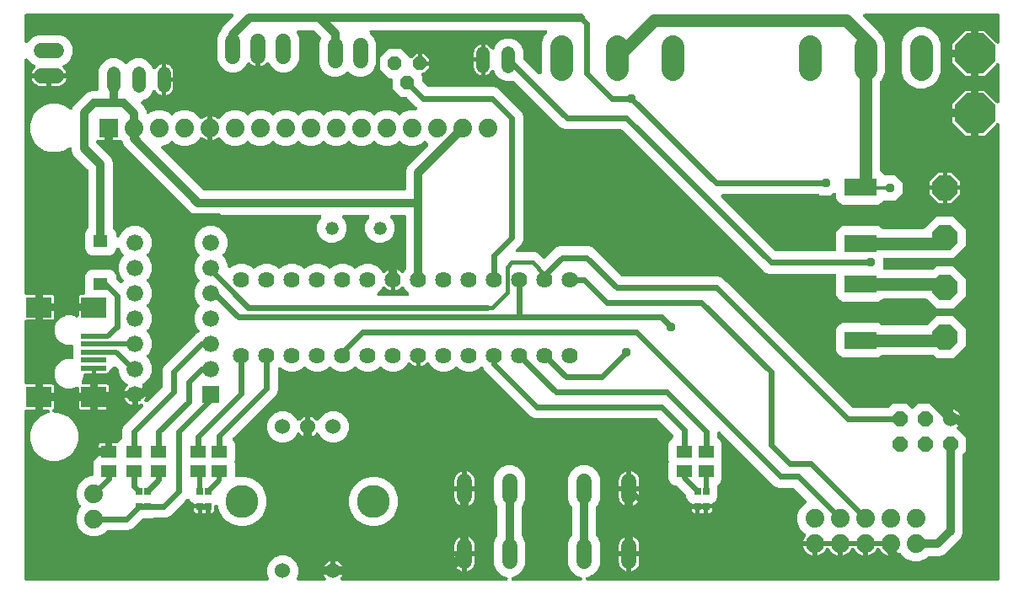
<source format=gbr>
G04 EAGLE Gerber RS-274X export*
G75*
%MOMM*%
%FSLAX34Y34*%
%LPD*%
%INTop Copper*%
%IPPOS*%
%AMOC8*
5,1,8,0,0,1.08239X$1,22.5*%
G01*
%ADD10R,1.676400X1.676400*%
%ADD11C,1.676400*%
%ADD12R,0.650000X0.800000*%
%ADD13R,2.500000X0.500000*%
%ADD14R,2.500000X2.000000*%
%ADD15C,1.879600*%
%ADD16C,1.524000*%
%ADD17R,1.879600X1.879600*%
%ADD18C,1.320800*%
%ADD19R,1.500000X1.300000*%
%ADD20R,3.200000X1.800000*%
%ADD21C,1.320800*%
%ADD22C,1.524000*%
%ADD23C,3.302000*%
%ADD24P,1.649562X8X202.500000*%
%ADD25C,2.247900*%
%ADD26P,1.429621X8X202.500000*%
%ADD27C,1.625600*%
%ADD28P,2.749271X8X112.500000*%
%ADD29P,4.329560X8X22.500000*%
%ADD30R,1.470000X1.270000*%
%ADD31C,0.609600*%
%ADD32C,0.406400*%
%ADD33C,0.508000*%
%ADD34C,0.812800*%
%ADD35P,0.981078X8X22.500000*%
%ADD36C,1.270000*%
%ADD37C,0.304800*%

G36*
X258665Y50162D02*
X258665Y50162D01*
X258678Y50161D01*
X258864Y50182D01*
X259052Y50201D01*
X259065Y50205D01*
X259078Y50206D01*
X259257Y50264D01*
X259437Y50319D01*
X259449Y50325D01*
X259461Y50329D01*
X259626Y50421D01*
X259791Y50511D01*
X259801Y50519D01*
X259813Y50526D01*
X259956Y50648D01*
X260100Y50768D01*
X260109Y50779D01*
X260119Y50787D01*
X260235Y50936D01*
X260353Y51082D01*
X260359Y51094D01*
X260367Y51104D01*
X260452Y51273D01*
X260538Y51439D01*
X260542Y51452D01*
X260548Y51464D01*
X260597Y51645D01*
X260649Y51826D01*
X260651Y51840D01*
X260654Y51853D01*
X260667Y52041D01*
X260682Y52228D01*
X260681Y52241D01*
X260682Y52254D01*
X260657Y52442D01*
X260635Y52627D01*
X260631Y52640D01*
X260630Y52653D01*
X260528Y52969D01*
X258851Y57017D01*
X258851Y63283D01*
X261249Y69071D01*
X265679Y73501D01*
X271467Y75899D01*
X277733Y75899D01*
X283521Y73501D01*
X287951Y69071D01*
X290349Y63283D01*
X290349Y57017D01*
X288672Y52969D01*
X288668Y52956D01*
X288662Y52945D01*
X288610Y52765D01*
X288555Y52584D01*
X288554Y52571D01*
X288551Y52558D01*
X288535Y52370D01*
X288517Y52183D01*
X288519Y52170D01*
X288518Y52156D01*
X288539Y51970D01*
X288559Y51783D01*
X288563Y51770D01*
X288565Y51757D01*
X288623Y51578D01*
X288679Y51398D01*
X288685Y51387D01*
X288689Y51374D01*
X288782Y51209D01*
X288872Y51045D01*
X288881Y51035D01*
X288887Y51023D01*
X289010Y50881D01*
X289131Y50737D01*
X289142Y50729D01*
X289150Y50718D01*
X289298Y50604D01*
X289446Y50486D01*
X289458Y50480D01*
X289469Y50472D01*
X289637Y50388D01*
X289804Y50302D01*
X289817Y50298D01*
X289829Y50292D01*
X290012Y50243D01*
X290192Y50192D01*
X290205Y50191D01*
X290218Y50188D01*
X290549Y50161D01*
X316116Y50161D01*
X316126Y50162D01*
X316136Y50161D01*
X316327Y50182D01*
X316517Y50201D01*
X316526Y50204D01*
X316536Y50205D01*
X316719Y50263D01*
X316902Y50319D01*
X316910Y50323D01*
X316920Y50327D01*
X317088Y50420D01*
X317256Y50511D01*
X317263Y50517D01*
X317272Y50522D01*
X317418Y50646D01*
X317565Y50768D01*
X317571Y50776D01*
X317579Y50783D01*
X317697Y50933D01*
X317817Y51082D01*
X317822Y51091D01*
X317828Y51099D01*
X317915Y51271D01*
X318003Y51439D01*
X318005Y51449D01*
X318010Y51458D01*
X318061Y51644D01*
X318114Y51826D01*
X318115Y51836D01*
X318118Y51846D01*
X318131Y52037D01*
X318147Y52228D01*
X318146Y52237D01*
X318146Y52247D01*
X318122Y52438D01*
X318100Y52627D01*
X318097Y52637D01*
X318096Y52647D01*
X318035Y52827D01*
X317975Y53010D01*
X317970Y53019D01*
X317967Y53028D01*
X317918Y53113D01*
X317916Y53118D01*
X317898Y53148D01*
X317872Y53192D01*
X317777Y53361D01*
X317771Y53368D01*
X317766Y53377D01*
X317737Y53411D01*
X316710Y54825D01*
X315984Y56250D01*
X315541Y57611D01*
X324892Y57611D01*
X324910Y57612D01*
X324927Y57611D01*
X325110Y57632D01*
X325292Y57651D01*
X325309Y57656D01*
X325327Y57658D01*
X325405Y57683D01*
X325542Y57644D01*
X325560Y57642D01*
X325577Y57638D01*
X325908Y57611D01*
X335259Y57611D01*
X334816Y56250D01*
X334090Y54825D01*
X333056Y53401D01*
X333042Y53378D01*
X332994Y53318D01*
X332989Y53310D01*
X332983Y53302D01*
X332895Y53133D01*
X332854Y53055D01*
X332853Y53054D01*
X332853Y53053D01*
X332805Y52963D01*
X332802Y52953D01*
X332797Y52945D01*
X332745Y52761D01*
X332690Y52577D01*
X332689Y52567D01*
X332686Y52558D01*
X332670Y52366D01*
X332653Y52176D01*
X332654Y52166D01*
X332653Y52156D01*
X332675Y51966D01*
X332696Y51776D01*
X332699Y51766D01*
X332700Y51757D01*
X332760Y51574D01*
X332817Y51392D01*
X332822Y51383D01*
X332825Y51374D01*
X332920Y51205D01*
X333011Y51039D01*
X333018Y51032D01*
X333023Y51023D01*
X333148Y50878D01*
X333272Y50732D01*
X333279Y50726D01*
X333286Y50718D01*
X333436Y50602D01*
X333587Y50482D01*
X333596Y50478D01*
X333604Y50472D01*
X333775Y50387D01*
X333946Y50300D01*
X333956Y50297D01*
X333965Y50292D01*
X334151Y50242D01*
X334334Y50191D01*
X334344Y50190D01*
X334353Y50188D01*
X334684Y50161D01*
X498818Y50161D01*
X498823Y50161D01*
X498827Y50161D01*
X499021Y50181D01*
X499219Y50201D01*
X499223Y50202D01*
X499228Y50202D01*
X499414Y50260D01*
X499604Y50319D01*
X499608Y50321D01*
X499612Y50322D01*
X499784Y50416D01*
X499958Y50511D01*
X499961Y50513D01*
X499965Y50516D01*
X500117Y50643D01*
X500267Y50768D01*
X500270Y50772D01*
X500273Y50775D01*
X500396Y50929D01*
X500520Y51082D01*
X500522Y51086D01*
X500524Y51089D01*
X500615Y51265D01*
X500705Y51439D01*
X500706Y51444D01*
X500708Y51448D01*
X500762Y51636D01*
X500816Y51826D01*
X500817Y51831D01*
X500818Y51835D01*
X500833Y52028D01*
X500849Y52228D01*
X500849Y52232D01*
X500849Y52236D01*
X500826Y52429D01*
X500802Y52627D01*
X500801Y52632D01*
X500800Y52636D01*
X500739Y52822D01*
X500678Y53010D01*
X500675Y53014D01*
X500674Y53018D01*
X500576Y53190D01*
X500480Y53361D01*
X500477Y53364D01*
X500475Y53368D01*
X500345Y53517D01*
X500217Y53665D01*
X500213Y53668D01*
X500210Y53672D01*
X500054Y53792D01*
X499898Y53912D01*
X499894Y53914D01*
X499891Y53917D01*
X499596Y54069D01*
X493685Y56517D01*
X489255Y60947D01*
X486857Y66735D01*
X486857Y88241D01*
X489255Y94029D01*
X489818Y94592D01*
X489835Y94613D01*
X489856Y94631D01*
X489963Y94769D01*
X490073Y94904D01*
X490086Y94928D01*
X490102Y94949D01*
X490180Y95106D01*
X490262Y95260D01*
X490270Y95285D01*
X490282Y95309D01*
X490327Y95479D01*
X490377Y95646D01*
X490379Y95672D01*
X490386Y95698D01*
X490413Y96029D01*
X490413Y123971D01*
X490411Y123998D01*
X490413Y124025D01*
X490391Y124199D01*
X490373Y124372D01*
X490366Y124397D01*
X490362Y124424D01*
X490307Y124590D01*
X490255Y124757D01*
X490242Y124780D01*
X490234Y124806D01*
X490147Y124957D01*
X490063Y125111D01*
X490046Y125131D01*
X490033Y125155D01*
X489818Y125408D01*
X489255Y125971D01*
X486857Y131759D01*
X486857Y153265D01*
X489255Y159053D01*
X493685Y163483D01*
X499473Y165881D01*
X505739Y165881D01*
X511527Y163483D01*
X515957Y159053D01*
X518355Y153265D01*
X518355Y131759D01*
X515957Y125971D01*
X515394Y125408D01*
X515377Y125387D01*
X515356Y125369D01*
X515249Y125231D01*
X515139Y125096D01*
X515126Y125072D01*
X515110Y125051D01*
X515031Y124894D01*
X514950Y124740D01*
X514942Y124715D01*
X514930Y124691D01*
X514885Y124521D01*
X514835Y124354D01*
X514833Y124328D01*
X514826Y124302D01*
X514799Y123971D01*
X514799Y96029D01*
X514801Y96002D01*
X514799Y95975D01*
X514821Y95801D01*
X514839Y95628D01*
X514846Y95603D01*
X514850Y95576D01*
X514905Y95410D01*
X514957Y95243D01*
X514970Y95220D01*
X514978Y95194D01*
X515065Y95043D01*
X515149Y94889D01*
X515166Y94869D01*
X515179Y94845D01*
X515394Y94592D01*
X515957Y94029D01*
X518355Y88241D01*
X518355Y66735D01*
X515957Y60947D01*
X511527Y56517D01*
X510512Y56096D01*
X505616Y54069D01*
X505612Y54067D01*
X505608Y54065D01*
X505433Y53970D01*
X505261Y53878D01*
X505258Y53876D01*
X505254Y53873D01*
X505103Y53748D01*
X504951Y53622D01*
X504948Y53619D01*
X504945Y53616D01*
X504822Y53463D01*
X504697Y53309D01*
X504695Y53305D01*
X504692Y53302D01*
X504600Y53123D01*
X504510Y52953D01*
X504509Y52949D01*
X504507Y52945D01*
X504451Y52750D01*
X504397Y52566D01*
X504397Y52562D01*
X504396Y52558D01*
X504379Y52360D01*
X504363Y52165D01*
X504363Y52161D01*
X504363Y52156D01*
X504386Y51959D01*
X504408Y51765D01*
X504409Y51761D01*
X504410Y51757D01*
X504471Y51568D01*
X504531Y51382D01*
X504533Y51378D01*
X504534Y51374D01*
X504632Y51201D01*
X504727Y51030D01*
X504730Y51027D01*
X504732Y51023D01*
X504861Y50874D01*
X504989Y50725D01*
X504993Y50722D01*
X504995Y50718D01*
X505150Y50599D01*
X505306Y50476D01*
X505310Y50474D01*
X505314Y50472D01*
X505490Y50384D01*
X505666Y50296D01*
X505670Y50294D01*
X505674Y50292D01*
X505867Y50241D01*
X506054Y50189D01*
X506059Y50189D01*
X506063Y50188D01*
X506394Y50161D01*
X573606Y50161D01*
X573611Y50161D01*
X573615Y50161D01*
X573809Y50181D01*
X574007Y50201D01*
X574011Y50202D01*
X574016Y50202D01*
X574202Y50260D01*
X574392Y50319D01*
X574396Y50321D01*
X574400Y50322D01*
X574572Y50416D01*
X574746Y50511D01*
X574749Y50513D01*
X574753Y50516D01*
X574905Y50643D01*
X575055Y50768D01*
X575058Y50772D01*
X575061Y50775D01*
X575184Y50929D01*
X575308Y51082D01*
X575310Y51086D01*
X575312Y51089D01*
X575402Y51264D01*
X575493Y51439D01*
X575494Y51444D01*
X575496Y51448D01*
X575549Y51635D01*
X575604Y51826D01*
X575605Y51831D01*
X575606Y51835D01*
X575621Y52028D01*
X575637Y52228D01*
X575637Y52232D01*
X575637Y52236D01*
X575614Y52429D01*
X575590Y52627D01*
X575589Y52632D01*
X575589Y52636D01*
X575528Y52819D01*
X575466Y53010D01*
X575463Y53014D01*
X575462Y53018D01*
X575368Y53183D01*
X575268Y53361D01*
X575265Y53364D01*
X575263Y53368D01*
X575133Y53517D01*
X575005Y53665D01*
X575001Y53668D01*
X574998Y53672D01*
X574842Y53792D01*
X574686Y53912D01*
X574682Y53914D01*
X574679Y53917D01*
X574384Y54069D01*
X568473Y56517D01*
X564043Y60947D01*
X561645Y66735D01*
X561645Y88241D01*
X564043Y94029D01*
X564606Y94592D01*
X564623Y94613D01*
X564644Y94631D01*
X564751Y94769D01*
X564861Y94904D01*
X564874Y94928D01*
X564890Y94949D01*
X564968Y95106D01*
X565050Y95260D01*
X565058Y95285D01*
X565070Y95309D01*
X565115Y95479D01*
X565165Y95646D01*
X565167Y95672D01*
X565174Y95698D01*
X565201Y96029D01*
X565201Y123971D01*
X565199Y123998D01*
X565201Y124025D01*
X565179Y124199D01*
X565161Y124372D01*
X565154Y124397D01*
X565150Y124424D01*
X565095Y124590D01*
X565043Y124757D01*
X565030Y124780D01*
X565022Y124806D01*
X564935Y124957D01*
X564851Y125111D01*
X564834Y125131D01*
X564821Y125155D01*
X564606Y125408D01*
X564043Y125971D01*
X561645Y131759D01*
X561645Y153265D01*
X564043Y159053D01*
X568473Y163483D01*
X574261Y165881D01*
X580527Y165881D01*
X586315Y163483D01*
X590745Y159053D01*
X593143Y153265D01*
X593143Y131759D01*
X590745Y125971D01*
X590182Y125408D01*
X590165Y125387D01*
X590144Y125369D01*
X590037Y125231D01*
X589927Y125096D01*
X589914Y125072D01*
X589898Y125051D01*
X589819Y124894D01*
X589738Y124740D01*
X589730Y124715D01*
X589718Y124691D01*
X589673Y124521D01*
X589623Y124354D01*
X589621Y124328D01*
X589614Y124302D01*
X589587Y123971D01*
X589587Y96029D01*
X589589Y96002D01*
X589587Y95975D01*
X589609Y95801D01*
X589627Y95628D01*
X589634Y95603D01*
X589638Y95576D01*
X589693Y95410D01*
X589745Y95243D01*
X589758Y95220D01*
X589766Y95194D01*
X589853Y95043D01*
X589937Y94889D01*
X589954Y94869D01*
X589967Y94845D01*
X590182Y94592D01*
X590745Y94029D01*
X593143Y88241D01*
X593143Y66735D01*
X590745Y60947D01*
X586315Y56517D01*
X585300Y56096D01*
X580404Y54069D01*
X580400Y54067D01*
X580396Y54065D01*
X580223Y53972D01*
X580049Y53878D01*
X580046Y53876D01*
X580042Y53873D01*
X579893Y53749D01*
X579739Y53622D01*
X579736Y53619D01*
X579733Y53616D01*
X579610Y53463D01*
X579485Y53309D01*
X579483Y53305D01*
X579480Y53302D01*
X579388Y53123D01*
X579298Y52953D01*
X579297Y52949D01*
X579295Y52945D01*
X579239Y52750D01*
X579185Y52566D01*
X579185Y52562D01*
X579184Y52558D01*
X579167Y52360D01*
X579151Y52165D01*
X579151Y52161D01*
X579151Y52156D01*
X579174Y51959D01*
X579196Y51765D01*
X579197Y51761D01*
X579198Y51757D01*
X579259Y51568D01*
X579319Y51382D01*
X579321Y51378D01*
X579322Y51374D01*
X579420Y51201D01*
X579515Y51030D01*
X579518Y51027D01*
X579520Y51023D01*
X579649Y50874D01*
X579777Y50725D01*
X579781Y50722D01*
X579783Y50718D01*
X579938Y50599D01*
X580094Y50476D01*
X580098Y50474D01*
X580102Y50472D01*
X580278Y50384D01*
X580454Y50296D01*
X580458Y50294D01*
X580462Y50292D01*
X580655Y50241D01*
X580842Y50189D01*
X580847Y50189D01*
X580851Y50188D01*
X581182Y50161D01*
X992808Y50161D01*
X992826Y50163D01*
X992844Y50161D01*
X993026Y50182D01*
X993209Y50201D01*
X993226Y50206D01*
X993243Y50208D01*
X993418Y50265D01*
X993594Y50319D01*
X993609Y50327D01*
X993626Y50333D01*
X993786Y50423D01*
X993948Y50511D01*
X993961Y50522D01*
X993977Y50531D01*
X994116Y50651D01*
X994257Y50768D01*
X994268Y50782D01*
X994282Y50794D01*
X994394Y50939D01*
X994509Y51082D01*
X994517Y51098D01*
X994528Y51112D01*
X994610Y51277D01*
X994695Y51439D01*
X994700Y51456D01*
X994708Y51472D01*
X994755Y51651D01*
X994806Y51826D01*
X994808Y51844D01*
X994812Y51861D01*
X994839Y52192D01*
X994839Y508058D01*
X994838Y508067D01*
X994839Y508076D01*
X994818Y508269D01*
X994799Y508459D01*
X994797Y508467D01*
X994796Y508476D01*
X994738Y508658D01*
X994681Y508844D01*
X994677Y508851D01*
X994674Y508860D01*
X994582Y509028D01*
X994489Y509198D01*
X994484Y509204D01*
X994479Y509212D01*
X994355Y509359D01*
X994232Y509507D01*
X994225Y509512D01*
X994219Y509519D01*
X994067Y509639D01*
X993918Y509759D01*
X993910Y509763D01*
X993903Y509769D01*
X993730Y509857D01*
X993561Y509945D01*
X993552Y509947D01*
X993544Y509951D01*
X993358Y510003D01*
X993174Y510056D01*
X993165Y510057D01*
X993156Y510059D01*
X992963Y510073D01*
X992772Y510089D01*
X992764Y510088D01*
X992755Y510089D01*
X992562Y510064D01*
X992373Y510042D01*
X992364Y510039D01*
X992355Y510038D01*
X992172Y509977D01*
X991990Y509917D01*
X991982Y509913D01*
X991974Y509910D01*
X991807Y509814D01*
X991639Y509719D01*
X991632Y509714D01*
X991625Y509709D01*
X991372Y509494D01*
X979337Y497459D01*
X974063Y497459D01*
X974063Y517968D01*
X974061Y517986D01*
X974063Y518003D01*
X974041Y518186D01*
X974023Y518368D01*
X974018Y518386D01*
X974016Y518403D01*
X973959Y518578D01*
X973905Y518753D01*
X973897Y518769D01*
X973891Y518786D01*
X973801Y518946D01*
X973713Y519107D01*
X973702Y519121D01*
X973693Y519137D01*
X973573Y519276D01*
X973456Y519417D01*
X973442Y519428D01*
X973430Y519441D01*
X973285Y519554D01*
X973142Y519669D01*
X973126Y519677D01*
X973112Y519688D01*
X972947Y519770D01*
X972785Y519855D01*
X972768Y519859D01*
X972751Y519867D01*
X972573Y519915D01*
X972398Y519966D01*
X972380Y519967D01*
X972363Y519972D01*
X972032Y519999D01*
X969999Y519999D01*
X969999Y520001D01*
X972032Y520001D01*
X972050Y520003D01*
X972067Y520001D01*
X972250Y520023D01*
X972433Y520041D01*
X972450Y520046D01*
X972467Y520048D01*
X972642Y520105D01*
X972817Y520159D01*
X972833Y520167D01*
X972850Y520173D01*
X973010Y520263D01*
X973172Y520351D01*
X973185Y520362D01*
X973201Y520371D01*
X973340Y520491D01*
X973481Y520608D01*
X973492Y520622D01*
X973505Y520634D01*
X973618Y520779D01*
X973733Y520922D01*
X973741Y520938D01*
X973752Y520952D01*
X973834Y521117D01*
X973919Y521280D01*
X973924Y521297D01*
X973932Y521313D01*
X973979Y521491D01*
X974030Y521666D01*
X974031Y521684D01*
X974036Y521701D01*
X974063Y522032D01*
X974063Y542541D01*
X979337Y542541D01*
X991372Y530506D01*
X991379Y530500D01*
X991384Y530493D01*
X991534Y530373D01*
X991683Y530251D01*
X991691Y530246D01*
X991698Y530241D01*
X991868Y530152D01*
X992039Y530062D01*
X992048Y530059D01*
X992055Y530055D01*
X992240Y530002D01*
X992425Y529947D01*
X992434Y529946D01*
X992442Y529944D01*
X992634Y529928D01*
X992826Y529911D01*
X992835Y529912D01*
X992844Y529911D01*
X993033Y529933D01*
X993226Y529954D01*
X993235Y529957D01*
X993243Y529958D01*
X993425Y530017D01*
X993610Y530076D01*
X993618Y530080D01*
X993626Y530083D01*
X993795Y530178D01*
X993962Y530271D01*
X993969Y530276D01*
X993977Y530281D01*
X994123Y530407D01*
X994269Y530531D01*
X994275Y530538D01*
X994282Y530544D01*
X994398Y530694D01*
X994519Y530847D01*
X994523Y530855D01*
X994528Y530862D01*
X994614Y531034D01*
X994701Y531206D01*
X994704Y531214D01*
X994708Y531222D01*
X994758Y531409D01*
X994809Y531594D01*
X994810Y531603D01*
X994812Y531611D01*
X994839Y531942D01*
X994839Y568058D01*
X994838Y568067D01*
X994839Y568076D01*
X994818Y568268D01*
X994799Y568459D01*
X994797Y568467D01*
X994796Y568476D01*
X994738Y568659D01*
X994681Y568844D01*
X994677Y568851D01*
X994674Y568860D01*
X994582Y569028D01*
X994489Y569198D01*
X994484Y569204D01*
X994479Y569212D01*
X994355Y569359D01*
X994232Y569507D01*
X994225Y569512D01*
X994219Y569519D01*
X994067Y569639D01*
X993918Y569759D01*
X993910Y569763D01*
X993903Y569769D01*
X993730Y569857D01*
X993561Y569945D01*
X993552Y569947D01*
X993544Y569951D01*
X993358Y570003D01*
X993174Y570056D01*
X993165Y570057D01*
X993156Y570059D01*
X992963Y570073D01*
X992772Y570089D01*
X992764Y570088D01*
X992755Y570089D01*
X992562Y570064D01*
X992373Y570042D01*
X992364Y570039D01*
X992355Y570038D01*
X992172Y569977D01*
X991990Y569917D01*
X991982Y569913D01*
X991974Y569910D01*
X991807Y569814D01*
X991639Y569719D01*
X991632Y569714D01*
X991625Y569709D01*
X991372Y569494D01*
X979337Y557459D01*
X974063Y557459D01*
X974063Y577968D01*
X974061Y577986D01*
X974063Y578003D01*
X974041Y578186D01*
X974023Y578368D01*
X974018Y578386D01*
X974016Y578403D01*
X973959Y578578D01*
X973905Y578753D01*
X973897Y578769D01*
X973891Y578786D01*
X973801Y578946D01*
X973713Y579107D01*
X973702Y579121D01*
X973693Y579137D01*
X973573Y579276D01*
X973456Y579417D01*
X973442Y579428D01*
X973430Y579441D01*
X973285Y579554D01*
X973142Y579669D01*
X973126Y579677D01*
X973112Y579688D01*
X972947Y579770D01*
X972785Y579855D01*
X972768Y579859D01*
X972751Y579867D01*
X972573Y579915D01*
X972398Y579966D01*
X972380Y579967D01*
X972363Y579972D01*
X972032Y579999D01*
X969999Y579999D01*
X969999Y580001D01*
X972032Y580001D01*
X972050Y580003D01*
X972067Y580001D01*
X972250Y580023D01*
X972433Y580041D01*
X972450Y580046D01*
X972467Y580048D01*
X972642Y580105D01*
X972817Y580159D01*
X972833Y580167D01*
X972850Y580173D01*
X973010Y580263D01*
X973172Y580351D01*
X973185Y580362D01*
X973201Y580371D01*
X973340Y580491D01*
X973481Y580608D01*
X973492Y580622D01*
X973505Y580634D01*
X973618Y580779D01*
X973733Y580922D01*
X973741Y580938D01*
X973752Y580952D01*
X973834Y581117D01*
X973919Y581280D01*
X973924Y581297D01*
X973932Y581313D01*
X973979Y581491D01*
X974030Y581666D01*
X974031Y581684D01*
X974036Y581701D01*
X974063Y582032D01*
X974063Y602541D01*
X979337Y602541D01*
X991372Y590506D01*
X991379Y590500D01*
X991384Y590493D01*
X991534Y590373D01*
X991683Y590251D01*
X991691Y590246D01*
X991698Y590241D01*
X991868Y590152D01*
X992039Y590062D01*
X992048Y590059D01*
X992055Y590055D01*
X992240Y590002D01*
X992425Y589947D01*
X992434Y589946D01*
X992442Y589944D01*
X992634Y589928D01*
X992826Y589911D01*
X992835Y589912D01*
X992844Y589911D01*
X993033Y589933D01*
X993226Y589954D01*
X993235Y589957D01*
X993243Y589958D01*
X993425Y590017D01*
X993610Y590076D01*
X993618Y590080D01*
X993626Y590083D01*
X993795Y590178D01*
X993962Y590271D01*
X993969Y590276D01*
X993977Y590281D01*
X994123Y590407D01*
X994269Y590531D01*
X994275Y590538D01*
X994282Y590544D01*
X994399Y590695D01*
X994519Y590847D01*
X994523Y590855D01*
X994528Y590862D01*
X994614Y591034D01*
X994701Y591206D01*
X994704Y591214D01*
X994708Y591222D01*
X994758Y591409D01*
X994809Y591594D01*
X994810Y591603D01*
X994812Y591611D01*
X994839Y591942D01*
X994839Y617808D01*
X994837Y617826D01*
X994839Y617844D01*
X994818Y618026D01*
X994799Y618209D01*
X994794Y618226D01*
X994792Y618243D01*
X994735Y618418D01*
X994681Y618594D01*
X994673Y618609D01*
X994667Y618626D01*
X994577Y618786D01*
X994489Y618948D01*
X994478Y618961D01*
X994469Y618977D01*
X994349Y619116D01*
X994232Y619257D01*
X994218Y619268D01*
X994206Y619282D01*
X994061Y619394D01*
X993918Y619509D01*
X993902Y619517D01*
X993888Y619528D01*
X993723Y619610D01*
X993561Y619695D01*
X993544Y619700D01*
X993528Y619708D01*
X993349Y619755D01*
X993174Y619806D01*
X993156Y619808D01*
X993139Y619812D01*
X992808Y619839D01*
X859691Y619839D01*
X859682Y619838D01*
X859673Y619839D01*
X859479Y619818D01*
X859290Y619799D01*
X859282Y619797D01*
X859273Y619796D01*
X859089Y619738D01*
X858905Y619681D01*
X858897Y619677D01*
X858889Y619674D01*
X858721Y619582D01*
X858551Y619489D01*
X858544Y619484D01*
X858536Y619479D01*
X858389Y619355D01*
X858242Y619232D01*
X858236Y619225D01*
X858229Y619219D01*
X858110Y619067D01*
X857989Y618918D01*
X857985Y618910D01*
X857980Y618903D01*
X857892Y618730D01*
X857804Y618561D01*
X857802Y618552D01*
X857797Y618544D01*
X857746Y618358D01*
X857693Y618174D01*
X857692Y618165D01*
X857689Y618156D01*
X857675Y617963D01*
X857660Y617772D01*
X857661Y617764D01*
X857660Y617755D01*
X857684Y617562D01*
X857707Y617373D01*
X857709Y617364D01*
X857710Y617355D01*
X857772Y617172D01*
X857831Y616990D01*
X857836Y616982D01*
X857839Y616974D01*
X857935Y616807D01*
X858029Y616639D01*
X858035Y616632D01*
X858040Y616625D01*
X858254Y616372D01*
X872280Y602346D01*
X872290Y602317D01*
X872375Y602169D01*
X872456Y602019D01*
X872475Y601995D01*
X872491Y601968D01*
X872706Y601715D01*
X876420Y598001D01*
X879368Y590882D01*
X879368Y560698D01*
X876420Y553579D01*
X875074Y552233D01*
X875057Y552213D01*
X875036Y552195D01*
X874929Y552057D01*
X874819Y551922D01*
X874806Y551898D01*
X874790Y551877D01*
X874712Y551720D01*
X874630Y551566D01*
X874622Y551541D01*
X874610Y551517D01*
X874565Y551347D01*
X874515Y551180D01*
X874513Y551154D01*
X874506Y551128D01*
X874479Y550797D01*
X874479Y463015D01*
X874481Y462993D01*
X874479Y462970D01*
X874501Y462792D01*
X874519Y462614D01*
X874525Y462593D01*
X874528Y462571D01*
X874584Y462400D01*
X874637Y462229D01*
X874647Y462210D01*
X874654Y462188D01*
X874743Y462032D01*
X874829Y461875D01*
X874843Y461858D01*
X874854Y461839D01*
X874972Y461704D01*
X875086Y461566D01*
X875104Y461552D01*
X875118Y461535D01*
X875260Y461426D01*
X875400Y461314D01*
X875420Y461303D01*
X875437Y461290D01*
X875578Y461217D01*
X877894Y458902D01*
X877898Y458895D01*
X877904Y458874D01*
X877993Y458717D01*
X878077Y458560D01*
X878091Y458543D01*
X878102Y458523D01*
X878220Y458387D01*
X878334Y458249D01*
X878351Y458235D01*
X878366Y458218D01*
X878507Y458109D01*
X878646Y457996D01*
X878666Y457985D01*
X878684Y457972D01*
X878844Y457892D01*
X879003Y457809D01*
X879024Y457802D01*
X879044Y457792D01*
X879217Y457746D01*
X879389Y457696D01*
X879411Y457694D01*
X879433Y457688D01*
X879764Y457661D01*
X890244Y457661D01*
X897661Y450244D01*
X897661Y439756D01*
X890244Y432339D01*
X879376Y432339D01*
X879350Y432337D01*
X879323Y432339D01*
X879149Y432317D01*
X878976Y432299D01*
X878950Y432292D01*
X878924Y432288D01*
X878758Y432233D01*
X878591Y432181D01*
X878567Y432168D01*
X878542Y432160D01*
X878390Y432073D01*
X878237Y431989D01*
X878216Y431972D01*
X878193Y431959D01*
X877940Y431744D01*
X875605Y429409D01*
X872617Y428171D01*
X837383Y428171D01*
X834395Y429409D01*
X832109Y431695D01*
X830871Y434683D01*
X830871Y438062D01*
X830870Y438071D01*
X830871Y438080D01*
X830850Y438272D01*
X830831Y438463D01*
X830829Y438472D01*
X830828Y438481D01*
X830770Y438663D01*
X830713Y438848D01*
X830709Y438856D01*
X830706Y438864D01*
X830613Y439033D01*
X830521Y439202D01*
X830516Y439209D01*
X830511Y439217D01*
X830387Y439364D01*
X830264Y439511D01*
X830257Y439517D01*
X830251Y439524D01*
X830100Y439643D01*
X829950Y439764D01*
X829942Y439768D01*
X829935Y439773D01*
X829762Y439861D01*
X829593Y439949D01*
X829584Y439952D01*
X829576Y439956D01*
X829390Y440008D01*
X829206Y440061D01*
X829197Y440061D01*
X829188Y440064D01*
X828995Y440078D01*
X828804Y440093D01*
X828796Y440092D01*
X828787Y440093D01*
X828594Y440069D01*
X828405Y440046D01*
X828396Y440044D01*
X828387Y440043D01*
X828204Y439981D01*
X828022Y439922D01*
X828014Y439917D01*
X828006Y439914D01*
X827840Y439819D01*
X827671Y439724D01*
X827664Y439718D01*
X827657Y439713D01*
X827404Y439499D01*
X825244Y437339D01*
X814756Y437339D01*
X813867Y438228D01*
X813846Y438245D01*
X813829Y438266D01*
X813691Y438373D01*
X813555Y438483D01*
X813532Y438496D01*
X813510Y438512D01*
X813353Y438590D01*
X813199Y438672D01*
X813174Y438680D01*
X813150Y438692D01*
X812980Y438737D01*
X812814Y438787D01*
X812787Y438789D01*
X812761Y438796D01*
X812430Y438823D01*
X716887Y438823D01*
X716878Y438822D01*
X716869Y438823D01*
X716676Y438802D01*
X716486Y438783D01*
X716478Y438781D01*
X716469Y438780D01*
X716284Y438721D01*
X716101Y438665D01*
X716094Y438661D01*
X716085Y438658D01*
X715917Y438565D01*
X715747Y438473D01*
X715740Y438468D01*
X715733Y438463D01*
X715586Y438339D01*
X715438Y438216D01*
X715433Y438209D01*
X715426Y438203D01*
X715306Y438051D01*
X715186Y437902D01*
X715182Y437894D01*
X715176Y437887D01*
X715088Y437714D01*
X715000Y437545D01*
X714998Y437536D01*
X714994Y437528D01*
X714941Y437339D01*
X714889Y437158D01*
X714888Y437149D01*
X714886Y437140D01*
X714872Y436947D01*
X714856Y436756D01*
X714857Y436748D01*
X714856Y436739D01*
X714881Y436546D01*
X714903Y436357D01*
X714906Y436348D01*
X714907Y436339D01*
X714968Y436157D01*
X715028Y435974D01*
X715032Y435966D01*
X715035Y435958D01*
X715131Y435791D01*
X715226Y435623D01*
X715231Y435616D01*
X715236Y435609D01*
X715451Y435356D01*
X769035Y381772D01*
X769055Y381755D01*
X769073Y381734D01*
X769211Y381627D01*
X769346Y381517D01*
X769370Y381504D01*
X769391Y381488D01*
X769548Y381410D01*
X769702Y381328D01*
X769727Y381320D01*
X769751Y381308D01*
X769921Y381263D01*
X770088Y381213D01*
X770114Y381211D01*
X770140Y381204D01*
X770471Y381177D01*
X828840Y381177D01*
X828858Y381179D01*
X828876Y381177D01*
X829058Y381198D01*
X829241Y381217D01*
X829258Y381222D01*
X829275Y381224D01*
X829450Y381281D01*
X829626Y381335D01*
X829641Y381343D01*
X829658Y381349D01*
X829818Y381439D01*
X829980Y381527D01*
X829993Y381538D01*
X830009Y381547D01*
X830148Y381667D01*
X830289Y381784D01*
X830300Y381798D01*
X830314Y381810D01*
X830426Y381955D01*
X830541Y382098D01*
X830549Y382114D01*
X830560Y382128D01*
X830642Y382293D01*
X830727Y382455D01*
X830732Y382472D01*
X830740Y382488D01*
X830787Y382667D01*
X830838Y382842D01*
X830840Y382860D01*
X830844Y382877D01*
X830871Y383208D01*
X830871Y399917D01*
X832109Y402905D01*
X834395Y405191D01*
X837383Y406429D01*
X872617Y406429D01*
X875605Y405191D01*
X876422Y404374D01*
X876443Y404357D01*
X876460Y404336D01*
X876598Y404229D01*
X876734Y404119D01*
X876757Y404106D01*
X876778Y404090D01*
X876935Y404012D01*
X877089Y403930D01*
X877115Y403922D01*
X877139Y403910D01*
X877308Y403865D01*
X877475Y403815D01*
X877502Y403813D01*
X877528Y403806D01*
X877858Y403779D01*
X918481Y403779D01*
X918508Y403781D01*
X918534Y403779D01*
X918708Y403801D01*
X918882Y403819D01*
X918907Y403826D01*
X918934Y403830D01*
X919099Y403885D01*
X919267Y403937D01*
X919290Y403950D01*
X919316Y403958D01*
X919467Y404045D01*
X919621Y404129D01*
X919641Y404146D01*
X919664Y404159D01*
X919917Y404374D01*
X931372Y415829D01*
X948628Y415829D01*
X960829Y403628D01*
X960829Y386372D01*
X948628Y374171D01*
X931372Y374171D01*
X931317Y374226D01*
X931297Y374243D01*
X931279Y374264D01*
X931141Y374371D01*
X931006Y374481D01*
X930982Y374494D01*
X930961Y374510D01*
X930804Y374588D01*
X930650Y374670D01*
X930625Y374678D01*
X930601Y374690D01*
X930431Y374735D01*
X930264Y374785D01*
X930238Y374787D01*
X930212Y374794D01*
X929881Y374821D01*
X879692Y374821D01*
X879674Y374819D01*
X879656Y374821D01*
X879474Y374800D01*
X879291Y374781D01*
X879274Y374776D01*
X879257Y374774D01*
X879082Y374717D01*
X878906Y374663D01*
X878891Y374655D01*
X878874Y374649D01*
X878714Y374559D01*
X878552Y374471D01*
X878539Y374460D01*
X878523Y374451D01*
X878384Y374331D01*
X878243Y374214D01*
X878232Y374200D01*
X878218Y374188D01*
X878106Y374043D01*
X877991Y373900D01*
X877983Y373884D01*
X877972Y373870D01*
X877890Y373705D01*
X877805Y373543D01*
X877800Y373526D01*
X877792Y373510D01*
X877745Y373331D01*
X877694Y373156D01*
X877692Y373138D01*
X877688Y373121D01*
X877661Y372790D01*
X877661Y364510D01*
X877663Y364492D01*
X877661Y364474D01*
X877682Y364292D01*
X877701Y364109D01*
X877706Y364092D01*
X877708Y364075D01*
X877765Y363900D01*
X877819Y363724D01*
X877827Y363709D01*
X877833Y363692D01*
X877923Y363532D01*
X878011Y363370D01*
X878022Y363357D01*
X878031Y363341D01*
X878151Y363202D01*
X878268Y363061D01*
X878282Y363050D01*
X878294Y363036D01*
X878439Y362924D01*
X878582Y362809D01*
X878598Y362801D01*
X878612Y362790D01*
X878777Y362708D01*
X878939Y362623D01*
X878956Y362618D01*
X878972Y362610D01*
X879151Y362563D01*
X879326Y362512D01*
X879344Y362510D01*
X879361Y362506D01*
X879692Y362479D01*
X927181Y362479D01*
X927208Y362481D01*
X927234Y362479D01*
X927408Y362501D01*
X927582Y362519D01*
X927607Y362526D01*
X927634Y362530D01*
X927799Y362585D01*
X927967Y362637D01*
X927990Y362650D01*
X928016Y362658D01*
X928167Y362745D01*
X928321Y362829D01*
X928341Y362846D01*
X928364Y362859D01*
X928617Y363074D01*
X931372Y365829D01*
X948628Y365829D01*
X960829Y353628D01*
X960829Y336372D01*
X948628Y324171D01*
X931372Y324171D01*
X922617Y332926D01*
X922597Y332943D01*
X922579Y332964D01*
X922441Y333071D01*
X922306Y333181D01*
X922282Y333194D01*
X922261Y333210D01*
X922104Y333288D01*
X921950Y333370D01*
X921925Y333378D01*
X921901Y333390D01*
X921731Y333435D01*
X921564Y333485D01*
X921538Y333487D01*
X921512Y333494D01*
X921181Y333521D01*
X877858Y333521D01*
X877832Y333519D01*
X877805Y333521D01*
X877631Y333499D01*
X877458Y333481D01*
X877432Y333474D01*
X877406Y333470D01*
X877240Y333415D01*
X877073Y333363D01*
X877049Y333350D01*
X877024Y333342D01*
X876872Y333255D01*
X876719Y333171D01*
X876698Y333154D01*
X876675Y333141D01*
X876422Y332926D01*
X875605Y332109D01*
X872617Y330871D01*
X837383Y330871D01*
X834395Y332109D01*
X832109Y334395D01*
X830871Y337383D01*
X830871Y356792D01*
X830869Y356810D01*
X830871Y356828D01*
X830850Y357010D01*
X830831Y357193D01*
X830826Y357210D01*
X830824Y357227D01*
X830767Y357402D01*
X830713Y357578D01*
X830705Y357593D01*
X830699Y357610D01*
X830609Y357770D01*
X830521Y357932D01*
X830510Y357945D01*
X830501Y357961D01*
X830381Y358100D01*
X830264Y358241D01*
X830250Y358252D01*
X830238Y358266D01*
X830093Y358378D01*
X829950Y358493D01*
X829934Y358501D01*
X829920Y358512D01*
X829755Y358594D01*
X829593Y358679D01*
X829576Y358684D01*
X829560Y358692D01*
X829381Y358739D01*
X829206Y358790D01*
X829188Y358792D01*
X829171Y358796D01*
X828840Y358823D01*
X762777Y358823D01*
X758669Y360525D01*
X615965Y503228D01*
X615945Y503245D01*
X615927Y503266D01*
X615789Y503373D01*
X615654Y503483D01*
X615630Y503496D01*
X615609Y503512D01*
X615452Y503590D01*
X615298Y503672D01*
X615273Y503680D01*
X615249Y503692D01*
X615079Y503737D01*
X614912Y503787D01*
X614886Y503789D01*
X614860Y503796D01*
X614529Y503823D01*
X557827Y503823D01*
X553719Y505525D01*
X550289Y508954D01*
X550289Y508955D01*
X507129Y552115D01*
X507111Y552129D01*
X507097Y552146D01*
X506955Y552257D01*
X506817Y552370D01*
X506798Y552380D01*
X506780Y552394D01*
X506619Y552475D01*
X506461Y552559D01*
X506440Y552565D01*
X506420Y552575D01*
X506247Y552622D01*
X506076Y552674D01*
X506053Y552676D01*
X506032Y552681D01*
X505853Y552694D01*
X505675Y552710D01*
X505652Y552708D01*
X505630Y552709D01*
X505453Y552686D01*
X505274Y552667D01*
X505253Y552660D01*
X505231Y552657D01*
X504915Y552555D01*
X504331Y552313D01*
X498469Y552313D01*
X493055Y554556D01*
X488910Y558701D01*
X487503Y562098D01*
X487441Y562214D01*
X487387Y562333D01*
X487346Y562391D01*
X487313Y562453D01*
X487229Y562554D01*
X487153Y562661D01*
X487101Y562709D01*
X487056Y562764D01*
X486955Y562846D01*
X486859Y562935D01*
X486799Y562973D01*
X486744Y563017D01*
X486628Y563078D01*
X486516Y563147D01*
X486450Y563172D01*
X486387Y563204D01*
X486262Y563241D01*
X486139Y563287D01*
X486069Y563298D01*
X486001Y563318D01*
X485870Y563329D01*
X485741Y563349D01*
X485670Y563346D01*
X485599Y563352D01*
X485470Y563338D01*
X485339Y563332D01*
X485270Y563315D01*
X485199Y563307D01*
X485075Y563267D01*
X484948Y563236D01*
X484884Y563206D01*
X484816Y563184D01*
X484702Y563120D01*
X484583Y563064D01*
X484526Y563022D01*
X484465Y562988D01*
X484365Y562903D01*
X484260Y562824D01*
X484213Y562772D01*
X484159Y562726D01*
X484078Y562623D01*
X483990Y562526D01*
X483947Y562456D01*
X483911Y562409D01*
X483876Y562341D01*
X483828Y562263D01*
X482975Y561089D01*
X481957Y560071D01*
X480793Y559225D01*
X479510Y558571D01*
X478141Y558126D01*
X478031Y558109D01*
X478031Y573650D01*
X478031Y589191D01*
X478141Y589174D01*
X479510Y588729D01*
X480793Y588075D01*
X481957Y587229D01*
X482975Y586211D01*
X483832Y585032D01*
X483887Y584946D01*
X483950Y584832D01*
X483995Y584778D01*
X484034Y584718D01*
X484125Y584624D01*
X484209Y584524D01*
X484264Y584480D01*
X484314Y584429D01*
X484421Y584354D01*
X484524Y584273D01*
X484587Y584240D01*
X484645Y584200D01*
X484765Y584149D01*
X484882Y584089D01*
X484950Y584070D01*
X485015Y584042D01*
X485144Y584015D01*
X485269Y583979D01*
X485340Y583974D01*
X485409Y583959D01*
X485540Y583958D01*
X485671Y583948D01*
X485741Y583957D01*
X485812Y583956D01*
X485941Y583981D01*
X486070Y583997D01*
X486137Y584019D01*
X486207Y584032D01*
X486328Y584082D01*
X486452Y584123D01*
X486514Y584158D01*
X486580Y584185D01*
X486689Y584258D01*
X486802Y584323D01*
X486856Y584369D01*
X486915Y584409D01*
X487007Y584501D01*
X487106Y584587D01*
X487149Y584643D01*
X487199Y584694D01*
X487272Y584803D01*
X487351Y584906D01*
X487389Y584979D01*
X487422Y585029D01*
X487451Y585100D01*
X487503Y585202D01*
X488910Y588599D01*
X493055Y592744D01*
X498469Y594987D01*
X504331Y594987D01*
X509745Y592744D01*
X513890Y588599D01*
X516133Y583185D01*
X516133Y575565D01*
X516135Y575538D01*
X516133Y575512D01*
X516155Y575338D01*
X516173Y575164D01*
X516180Y575139D01*
X516184Y575112D01*
X516239Y574947D01*
X516291Y574779D01*
X516304Y574756D01*
X516312Y574730D01*
X516399Y574579D01*
X516483Y574425D01*
X516500Y574405D01*
X516513Y574382D01*
X516728Y574129D01*
X531284Y559572D01*
X531291Y559566D01*
X531297Y559560D01*
X531446Y559439D01*
X531596Y559317D01*
X531604Y559313D01*
X531611Y559307D01*
X531782Y559218D01*
X531951Y559128D01*
X531960Y559126D01*
X531968Y559122D01*
X532153Y559068D01*
X532337Y559014D01*
X532346Y559013D01*
X532355Y559010D01*
X532546Y558995D01*
X532738Y558977D01*
X532747Y558978D01*
X532756Y558977D01*
X532945Y559000D01*
X533139Y559021D01*
X533147Y559023D01*
X533156Y559024D01*
X533338Y559084D01*
X533522Y559142D01*
X533530Y559146D01*
X533539Y559149D01*
X533707Y559244D01*
X533875Y559337D01*
X533881Y559343D01*
X533889Y559347D01*
X534035Y559473D01*
X534182Y559597D01*
X534187Y559604D01*
X534194Y559610D01*
X534311Y559762D01*
X534431Y559913D01*
X534435Y559921D01*
X534441Y559928D01*
X534526Y560100D01*
X534614Y560272D01*
X534616Y560281D01*
X534620Y560289D01*
X534670Y560475D01*
X534722Y560660D01*
X534722Y560669D01*
X534725Y560678D01*
X534752Y561008D01*
X534752Y590882D01*
X537700Y598001D01*
X539815Y600116D01*
X539821Y600123D01*
X539828Y600128D01*
X539948Y600278D01*
X540070Y600427D01*
X540075Y600435D01*
X540080Y600442D01*
X540169Y600612D01*
X540259Y600783D01*
X540262Y600792D01*
X540266Y600799D01*
X540319Y600984D01*
X540374Y601169D01*
X540375Y601178D01*
X540377Y601186D01*
X540393Y601377D01*
X540410Y601570D01*
X540409Y601579D01*
X540410Y601588D01*
X540388Y601777D01*
X540367Y601970D01*
X540364Y601979D01*
X540363Y601987D01*
X540304Y602169D01*
X540245Y602354D01*
X540241Y602362D01*
X540238Y602370D01*
X540143Y602539D01*
X540051Y602706D01*
X540045Y602713D01*
X540040Y602721D01*
X539914Y602867D01*
X539790Y603013D01*
X539783Y603019D01*
X539777Y603026D01*
X539626Y603143D01*
X539474Y603263D01*
X539466Y603267D01*
X539459Y603272D01*
X539287Y603358D01*
X539115Y603445D01*
X539107Y603448D01*
X539099Y603452D01*
X538913Y603502D01*
X538727Y603553D01*
X538718Y603554D01*
X538710Y603556D01*
X538379Y603583D01*
X363913Y603583D01*
X363904Y603582D01*
X363895Y603583D01*
X363703Y603562D01*
X363512Y603543D01*
X363503Y603541D01*
X363495Y603540D01*
X363312Y603482D01*
X363127Y603425D01*
X363119Y603421D01*
X363111Y603418D01*
X362942Y603325D01*
X362773Y603233D01*
X362766Y603228D01*
X362758Y603223D01*
X362611Y603099D01*
X362464Y602976D01*
X362458Y602969D01*
X362451Y602963D01*
X362332Y602812D01*
X362211Y602662D01*
X362207Y602654D01*
X362202Y602647D01*
X362113Y602473D01*
X362026Y602305D01*
X362024Y602296D01*
X362019Y602288D01*
X361968Y602102D01*
X361915Y601918D01*
X361914Y601909D01*
X361911Y601900D01*
X361897Y601707D01*
X361882Y601516D01*
X361883Y601508D01*
X361882Y601499D01*
X361906Y601306D01*
X361929Y601117D01*
X361931Y601108D01*
X361932Y601099D01*
X361994Y600915D01*
X362053Y600734D01*
X362058Y600726D01*
X362061Y600718D01*
X362157Y600551D01*
X362251Y600383D01*
X362257Y600376D01*
X362262Y600369D01*
X362476Y600116D01*
X366051Y596541D01*
X368449Y590753D01*
X368449Y569247D01*
X366051Y563459D01*
X361621Y559029D01*
X355833Y556631D01*
X349567Y556631D01*
X343779Y559029D01*
X341436Y561372D01*
X341423Y561383D01*
X341411Y561397D01*
X341267Y561510D01*
X341125Y561627D01*
X341109Y561635D01*
X341095Y561646D01*
X340931Y561729D01*
X340769Y561815D01*
X340752Y561820D01*
X340736Y561829D01*
X340559Y561878D01*
X340383Y561930D01*
X340365Y561932D01*
X340348Y561937D01*
X340165Y561950D01*
X339982Y561967D01*
X339964Y561965D01*
X339947Y561966D01*
X339765Y561943D01*
X339582Y561923D01*
X339565Y561918D01*
X339547Y561915D01*
X339374Y561857D01*
X339198Y561802D01*
X339182Y561793D01*
X339166Y561787D01*
X339006Y561695D01*
X338846Y561607D01*
X338832Y561595D01*
X338817Y561586D01*
X338564Y561372D01*
X336221Y559029D01*
X330433Y556631D01*
X324167Y556631D01*
X318379Y559029D01*
X313949Y563459D01*
X311551Y569247D01*
X311551Y590753D01*
X313244Y594839D01*
X313251Y594861D01*
X313261Y594881D01*
X313309Y595053D01*
X313361Y595225D01*
X313363Y595247D01*
X313369Y595269D01*
X313382Y595448D01*
X313399Y595626D01*
X313396Y595648D01*
X313398Y595670D01*
X313376Y595848D01*
X313357Y596026D01*
X313350Y596047D01*
X313348Y596070D01*
X313291Y596239D01*
X313237Y596411D01*
X313227Y596430D01*
X313219Y596451D01*
X313130Y596607D01*
X313044Y596764D01*
X313030Y596781D01*
X313018Y596800D01*
X312804Y597053D01*
X306869Y602988D01*
X306848Y603005D01*
X306830Y603026D01*
X306692Y603133D01*
X306557Y603243D01*
X306533Y603256D01*
X306512Y603272D01*
X306355Y603350D01*
X306201Y603432D01*
X306176Y603440D01*
X306152Y603452D01*
X305982Y603497D01*
X305815Y603547D01*
X305789Y603549D01*
X305763Y603556D01*
X305432Y603583D01*
X290779Y603583D01*
X290766Y603582D01*
X290753Y603583D01*
X290567Y603562D01*
X290379Y603543D01*
X290366Y603539D01*
X290353Y603538D01*
X290174Y603480D01*
X289994Y603425D01*
X289982Y603419D01*
X289969Y603415D01*
X289805Y603323D01*
X289640Y603233D01*
X289630Y603225D01*
X289618Y603218D01*
X289475Y603096D01*
X289331Y602976D01*
X289322Y602965D01*
X289312Y602957D01*
X289196Y602809D01*
X289078Y602662D01*
X289072Y602650D01*
X289064Y602640D01*
X288979Y602471D01*
X288893Y602305D01*
X288889Y602292D01*
X288883Y602280D01*
X288833Y602099D01*
X288781Y601918D01*
X288780Y601904D01*
X288777Y601891D01*
X288764Y601703D01*
X288749Y601516D01*
X288750Y601503D01*
X288749Y601490D01*
X288774Y601302D01*
X288795Y601117D01*
X288800Y601104D01*
X288801Y601091D01*
X288903Y600775D01*
X291149Y595353D01*
X291149Y573847D01*
X288751Y568059D01*
X284321Y563629D01*
X278533Y561231D01*
X272267Y561231D01*
X266479Y563629D01*
X262049Y568059D01*
X261269Y569942D01*
X261187Y570095D01*
X261110Y570249D01*
X261092Y570272D01*
X261079Y570297D01*
X260968Y570431D01*
X260862Y570567D01*
X260841Y570585D01*
X260822Y570608D01*
X260688Y570717D01*
X260557Y570829D01*
X260532Y570843D01*
X260510Y570861D01*
X260357Y570941D01*
X260206Y571026D01*
X260178Y571035D01*
X260153Y571048D01*
X259987Y571097D01*
X259823Y571150D01*
X259794Y571153D01*
X259767Y571161D01*
X259595Y571176D01*
X259423Y571196D01*
X259394Y571194D01*
X259366Y571196D01*
X259194Y571177D01*
X259022Y571162D01*
X258994Y571154D01*
X258965Y571151D01*
X258801Y571098D01*
X258635Y571050D01*
X258610Y571037D01*
X258582Y571028D01*
X258431Y570943D01*
X258278Y570863D01*
X258256Y570845D01*
X258231Y570831D01*
X258099Y570719D01*
X257965Y570610D01*
X257944Y570586D01*
X257925Y570570D01*
X257873Y570503D01*
X257752Y570362D01*
X256619Y569230D01*
X255325Y568290D01*
X253900Y567564D01*
X252539Y567121D01*
X252539Y584092D01*
X252537Y584110D01*
X252539Y584127D01*
X252518Y584310D01*
X252499Y584492D01*
X252494Y584509D01*
X252492Y584527D01*
X252435Y584702D01*
X252381Y584877D01*
X252373Y584893D01*
X252367Y584910D01*
X252277Y585070D01*
X252189Y585231D01*
X252178Y585245D01*
X252169Y585261D01*
X252049Y585400D01*
X251932Y585541D01*
X251918Y585552D01*
X251906Y585565D01*
X251761Y585678D01*
X251618Y585793D01*
X251602Y585801D01*
X251588Y585812D01*
X251423Y585894D01*
X251261Y585978D01*
X251244Y585983D01*
X251228Y585991D01*
X251049Y586039D01*
X250874Y586090D01*
X250856Y586091D01*
X250839Y586096D01*
X250508Y586123D01*
X249492Y586123D01*
X249474Y586121D01*
X249456Y586123D01*
X249274Y586101D01*
X249091Y586083D01*
X249074Y586078D01*
X249057Y586076D01*
X248882Y586019D01*
X248706Y585965D01*
X248691Y585957D01*
X248674Y585951D01*
X248514Y585861D01*
X248352Y585773D01*
X248339Y585762D01*
X248323Y585753D01*
X248184Y585633D01*
X248043Y585515D01*
X248032Y585502D01*
X248018Y585490D01*
X247906Y585345D01*
X247791Y585202D01*
X247783Y585186D01*
X247772Y585172D01*
X247690Y585007D01*
X247605Y584844D01*
X247600Y584827D01*
X247592Y584811D01*
X247544Y584633D01*
X247494Y584458D01*
X247492Y584440D01*
X247488Y584423D01*
X247461Y584092D01*
X247461Y567121D01*
X246100Y567564D01*
X244675Y568290D01*
X243381Y569230D01*
X242247Y570363D01*
X242136Y570488D01*
X242025Y570620D01*
X242003Y570638D01*
X241984Y570659D01*
X241845Y570763D01*
X241710Y570871D01*
X241685Y570884D01*
X241662Y570901D01*
X241505Y570976D01*
X241352Y571055D01*
X241325Y571063D01*
X241299Y571075D01*
X241131Y571118D01*
X240965Y571165D01*
X240936Y571167D01*
X240908Y571174D01*
X240735Y571182D01*
X240563Y571196D01*
X240535Y571192D01*
X240506Y571194D01*
X240335Y571168D01*
X240164Y571147D01*
X240136Y571138D01*
X240108Y571134D01*
X239945Y571075D01*
X239782Y571021D01*
X239757Y571006D01*
X239729Y570997D01*
X239582Y570907D01*
X239432Y570821D01*
X239410Y570802D01*
X239386Y570787D01*
X239259Y570670D01*
X239128Y570557D01*
X239111Y570534D01*
X239090Y570514D01*
X238988Y570374D01*
X238883Y570237D01*
X238868Y570209D01*
X238853Y570188D01*
X238818Y570111D01*
X238731Y569942D01*
X237951Y568059D01*
X233521Y563629D01*
X227733Y561231D01*
X221467Y561231D01*
X215679Y563629D01*
X211249Y568059D01*
X208851Y573847D01*
X208851Y595353D01*
X211249Y601141D01*
X212686Y602578D01*
X212706Y602602D01*
X212729Y602623D01*
X212833Y602758D01*
X212941Y602889D01*
X212956Y602917D01*
X212975Y602942D01*
X213126Y603237D01*
X214263Y605983D01*
X224653Y616372D01*
X224658Y616379D01*
X224665Y616384D01*
X224785Y616534D01*
X224908Y616683D01*
X224912Y616691D01*
X224917Y616698D01*
X225006Y616868D01*
X225096Y617039D01*
X225099Y617048D01*
X225103Y617055D01*
X225156Y617240D01*
X225211Y617425D01*
X225212Y617434D01*
X225214Y617442D01*
X225230Y617634D01*
X225247Y617826D01*
X225247Y617835D01*
X225247Y617844D01*
X225225Y618033D01*
X225204Y618226D01*
X225201Y618235D01*
X225200Y618243D01*
X225141Y618425D01*
X225083Y618610D01*
X225078Y618618D01*
X225075Y618626D01*
X224980Y618795D01*
X224888Y618962D01*
X224882Y618969D01*
X224878Y618977D01*
X224752Y619123D01*
X224627Y619269D01*
X224620Y619275D01*
X224614Y619282D01*
X224463Y619399D01*
X224311Y619519D01*
X224303Y619523D01*
X224296Y619528D01*
X224124Y619614D01*
X223952Y619701D01*
X223944Y619704D01*
X223936Y619708D01*
X223749Y619758D01*
X223565Y619809D01*
X223556Y619810D01*
X223547Y619812D01*
X223216Y619839D01*
X17192Y619839D01*
X17174Y619837D01*
X17156Y619839D01*
X16974Y619818D01*
X16791Y619799D01*
X16774Y619794D01*
X16757Y619792D01*
X16582Y619735D01*
X16406Y619681D01*
X16391Y619673D01*
X16374Y619667D01*
X16214Y619577D01*
X16052Y619489D01*
X16039Y619478D01*
X16023Y619469D01*
X15884Y619349D01*
X15743Y619232D01*
X15732Y619218D01*
X15718Y619206D01*
X15606Y619061D01*
X15491Y618918D01*
X15483Y618902D01*
X15472Y618888D01*
X15390Y618723D01*
X15305Y618561D01*
X15300Y618544D01*
X15292Y618528D01*
X15245Y618349D01*
X15194Y618174D01*
X15192Y618156D01*
X15188Y618139D01*
X15161Y617808D01*
X15161Y592494D01*
X15161Y592490D01*
X15161Y592485D01*
X15162Y592476D01*
X15161Y592469D01*
X15173Y592363D01*
X15181Y592291D01*
X15201Y592094D01*
X15202Y592089D01*
X15202Y592085D01*
X15261Y591897D01*
X15319Y591709D01*
X15321Y591705D01*
X15322Y591700D01*
X15418Y591526D01*
X15511Y591355D01*
X15513Y591351D01*
X15516Y591347D01*
X15642Y591197D01*
X15768Y591045D01*
X15772Y591042D01*
X15775Y591039D01*
X15927Y590918D01*
X16082Y590793D01*
X16086Y590791D01*
X16090Y590788D01*
X16264Y590699D01*
X16439Y590607D01*
X16444Y590606D01*
X16448Y590604D01*
X16635Y590551D01*
X16826Y590496D01*
X16831Y590496D01*
X16835Y590494D01*
X17028Y590480D01*
X17228Y590463D01*
X17232Y590464D01*
X17237Y590463D01*
X17431Y590487D01*
X17627Y590510D01*
X17632Y590512D01*
X17636Y590512D01*
X17822Y590574D01*
X18010Y590635D01*
X18014Y590637D01*
X18018Y590639D01*
X18188Y590735D01*
X18361Y590833D01*
X18364Y590836D01*
X18368Y590838D01*
X18517Y590968D01*
X18665Y591096D01*
X18668Y591100D01*
X18672Y591103D01*
X18791Y591258D01*
X18887Y591381D01*
X18897Y591395D01*
X18898Y591396D01*
X18912Y591414D01*
X18914Y591418D01*
X18917Y591422D01*
X19009Y591601D01*
X23459Y596051D01*
X29247Y598449D01*
X50753Y598449D01*
X56541Y596051D01*
X60971Y591621D01*
X63369Y585833D01*
X63369Y579567D01*
X60971Y573779D01*
X56541Y569349D01*
X54658Y568569D01*
X54505Y568487D01*
X54351Y568410D01*
X54328Y568392D01*
X54303Y568379D01*
X54169Y568268D01*
X54033Y568162D01*
X54015Y568141D01*
X53992Y568122D01*
X53883Y567988D01*
X53771Y567857D01*
X53757Y567832D01*
X53739Y567810D01*
X53659Y567657D01*
X53574Y567506D01*
X53565Y567478D01*
X53552Y567453D01*
X53503Y567287D01*
X53450Y567123D01*
X53447Y567094D01*
X53439Y567067D01*
X53424Y566895D01*
X53404Y566723D01*
X53406Y566694D01*
X53404Y566666D01*
X53423Y566494D01*
X53438Y566322D01*
X53446Y566294D01*
X53449Y566265D01*
X53502Y566101D01*
X53550Y565935D01*
X53563Y565910D01*
X53572Y565882D01*
X53657Y565731D01*
X53737Y565578D01*
X53755Y565556D01*
X53769Y565531D01*
X53881Y565399D01*
X53990Y565265D01*
X54014Y565244D01*
X54030Y565225D01*
X54097Y565173D01*
X54238Y565052D01*
X55370Y563919D01*
X56310Y562625D01*
X57036Y561200D01*
X57479Y559839D01*
X40508Y559839D01*
X40490Y559837D01*
X40473Y559839D01*
X40290Y559818D01*
X40108Y559799D01*
X40091Y559794D01*
X40073Y559792D01*
X39995Y559767D01*
X39858Y559806D01*
X39840Y559808D01*
X39823Y559812D01*
X39492Y559839D01*
X22521Y559839D01*
X22964Y561200D01*
X23690Y562625D01*
X24630Y563919D01*
X25763Y565053D01*
X25888Y565164D01*
X26020Y565275D01*
X26038Y565297D01*
X26059Y565316D01*
X26163Y565454D01*
X26271Y565590D01*
X26284Y565615D01*
X26301Y565638D01*
X26376Y565795D01*
X26455Y565948D01*
X26463Y565975D01*
X26475Y566001D01*
X26518Y566169D01*
X26565Y566335D01*
X26567Y566364D01*
X26574Y566392D01*
X26582Y566565D01*
X26596Y566737D01*
X26592Y566765D01*
X26594Y566794D01*
X26568Y566965D01*
X26547Y567136D01*
X26538Y567164D01*
X26534Y567192D01*
X26475Y567355D01*
X26421Y567518D01*
X26406Y567543D01*
X26397Y567571D01*
X26307Y567718D01*
X26221Y567868D01*
X26202Y567890D01*
X26187Y567914D01*
X26070Y568041D01*
X25957Y568172D01*
X25934Y568189D01*
X25914Y568210D01*
X25774Y568312D01*
X25637Y568417D01*
X25609Y568432D01*
X25588Y568447D01*
X25511Y568482D01*
X25342Y568569D01*
X23459Y569349D01*
X19005Y573803D01*
X18972Y573864D01*
X18879Y574038D01*
X18876Y574041D01*
X18873Y574045D01*
X18749Y574195D01*
X18622Y574348D01*
X18619Y574351D01*
X18616Y574355D01*
X18464Y574477D01*
X18310Y574602D01*
X18305Y574604D01*
X18302Y574607D01*
X18129Y574697D01*
X17953Y574789D01*
X17949Y574790D01*
X17945Y574793D01*
X17757Y574847D01*
X17567Y574902D01*
X17562Y574903D01*
X17558Y574904D01*
X17360Y574920D01*
X17166Y574937D01*
X17161Y574936D01*
X17156Y574937D01*
X16961Y574914D01*
X16765Y574892D01*
X16761Y574890D01*
X16757Y574890D01*
X16570Y574829D01*
X16382Y574769D01*
X16378Y574766D01*
X16374Y574765D01*
X16202Y574668D01*
X16031Y574572D01*
X16027Y574569D01*
X16023Y574567D01*
X15875Y574439D01*
X15725Y574311D01*
X15722Y574307D01*
X15718Y574304D01*
X15597Y574148D01*
X15477Y573994D01*
X15474Y573990D01*
X15472Y573986D01*
X15383Y573807D01*
X15296Y573634D01*
X15294Y573630D01*
X15292Y573625D01*
X15239Y573428D01*
X15189Y573246D01*
X15189Y573241D01*
X15188Y573237D01*
X15161Y572906D01*
X15161Y339572D01*
X15163Y339554D01*
X15161Y339536D01*
X15182Y339354D01*
X15201Y339171D01*
X15206Y339154D01*
X15208Y339137D01*
X15265Y338962D01*
X15319Y338786D01*
X15327Y338771D01*
X15333Y338754D01*
X15423Y338594D01*
X15511Y338432D01*
X15522Y338419D01*
X15531Y338403D01*
X15651Y338264D01*
X15768Y338123D01*
X15782Y338112D01*
X15794Y338098D01*
X15939Y337986D01*
X16082Y337871D01*
X16098Y337863D01*
X16112Y337852D01*
X16277Y337770D01*
X16439Y337685D01*
X16456Y337680D01*
X16472Y337672D01*
X16651Y337625D01*
X16826Y337574D01*
X16844Y337572D01*
X16861Y337568D01*
X17192Y337541D01*
X25937Y337541D01*
X25937Y327032D01*
X25939Y327014D01*
X25937Y326997D01*
X25959Y326813D01*
X25977Y326631D01*
X25982Y326614D01*
X25984Y326597D01*
X26041Y326422D01*
X26095Y326247D01*
X26103Y326231D01*
X26109Y326214D01*
X26199Y326054D01*
X26287Y325893D01*
X26298Y325879D01*
X26307Y325863D01*
X26427Y325724D01*
X26544Y325583D01*
X26558Y325572D01*
X26570Y325559D01*
X26715Y325446D01*
X26858Y325331D01*
X26874Y325323D01*
X26888Y325312D01*
X27053Y325230D01*
X27215Y325145D01*
X27232Y325141D01*
X27249Y325133D01*
X27427Y325085D01*
X27602Y325034D01*
X27620Y325033D01*
X27637Y325028D01*
X27968Y325001D01*
X30001Y325001D01*
X30001Y324999D01*
X27968Y324999D01*
X27950Y324997D01*
X27933Y324999D01*
X27750Y324977D01*
X27567Y324959D01*
X27550Y324954D01*
X27533Y324952D01*
X27358Y324895D01*
X27183Y324841D01*
X27167Y324833D01*
X27150Y324827D01*
X26990Y324737D01*
X26828Y324649D01*
X26815Y324638D01*
X26799Y324629D01*
X26660Y324509D01*
X26519Y324392D01*
X26508Y324378D01*
X26495Y324366D01*
X26382Y324221D01*
X26267Y324078D01*
X26259Y324062D01*
X26248Y324048D01*
X26166Y323883D01*
X26081Y323721D01*
X26076Y323703D01*
X26068Y323687D01*
X26021Y323509D01*
X25970Y323334D01*
X25969Y323316D01*
X25964Y323299D01*
X25937Y322968D01*
X25937Y312459D01*
X17192Y312459D01*
X17174Y312457D01*
X17156Y312459D01*
X16974Y312438D01*
X16791Y312419D01*
X16774Y312414D01*
X16757Y312412D01*
X16582Y312355D01*
X16406Y312301D01*
X16391Y312293D01*
X16374Y312287D01*
X16214Y312197D01*
X16052Y312109D01*
X16039Y312098D01*
X16023Y312089D01*
X15884Y311969D01*
X15743Y311852D01*
X15732Y311838D01*
X15718Y311826D01*
X15606Y311681D01*
X15491Y311538D01*
X15483Y311522D01*
X15472Y311508D01*
X15390Y311343D01*
X15305Y311181D01*
X15300Y311164D01*
X15292Y311148D01*
X15245Y310969D01*
X15194Y310794D01*
X15192Y310776D01*
X15188Y310759D01*
X15161Y310428D01*
X15161Y249572D01*
X15163Y249554D01*
X15161Y249536D01*
X15182Y249354D01*
X15201Y249171D01*
X15206Y249154D01*
X15208Y249137D01*
X15265Y248962D01*
X15319Y248786D01*
X15327Y248771D01*
X15333Y248754D01*
X15423Y248594D01*
X15511Y248432D01*
X15522Y248419D01*
X15531Y248403D01*
X15651Y248264D01*
X15768Y248123D01*
X15782Y248112D01*
X15794Y248098D01*
X15939Y247986D01*
X16082Y247871D01*
X16098Y247863D01*
X16112Y247852D01*
X16277Y247770D01*
X16439Y247685D01*
X16456Y247680D01*
X16472Y247672D01*
X16651Y247625D01*
X16826Y247574D01*
X16844Y247572D01*
X16861Y247568D01*
X17192Y247541D01*
X25937Y247541D01*
X25937Y237032D01*
X25938Y237016D01*
X25937Y237000D01*
X25937Y236999D01*
X25937Y236997D01*
X25959Y236814D01*
X25977Y236631D01*
X25982Y236614D01*
X25984Y236597D01*
X26041Y236422D01*
X26095Y236247D01*
X26103Y236231D01*
X26109Y236214D01*
X26199Y236054D01*
X26287Y235893D01*
X26298Y235879D01*
X26307Y235863D01*
X26427Y235724D01*
X26544Y235583D01*
X26558Y235572D01*
X26570Y235559D01*
X26715Y235446D01*
X26858Y235331D01*
X26874Y235323D01*
X26888Y235312D01*
X27053Y235230D01*
X27215Y235145D01*
X27232Y235141D01*
X27249Y235133D01*
X27427Y235085D01*
X27602Y235034D01*
X27620Y235033D01*
X27637Y235028D01*
X27968Y235001D01*
X30001Y235001D01*
X30001Y234999D01*
X27968Y234999D01*
X27950Y234997D01*
X27933Y234999D01*
X27750Y234977D01*
X27567Y234959D01*
X27550Y234954D01*
X27533Y234952D01*
X27358Y234895D01*
X27183Y234841D01*
X27167Y234833D01*
X27150Y234827D01*
X26990Y234737D01*
X26828Y234649D01*
X26815Y234638D01*
X26799Y234629D01*
X26660Y234509D01*
X26519Y234392D01*
X26508Y234378D01*
X26495Y234366D01*
X26382Y234221D01*
X26267Y234078D01*
X26259Y234062D01*
X26248Y234048D01*
X26166Y233883D01*
X26081Y233721D01*
X26076Y233703D01*
X26068Y233687D01*
X26021Y233509D01*
X25970Y233334D01*
X25969Y233316D01*
X25964Y233299D01*
X25937Y232968D01*
X25937Y222459D01*
X17192Y222459D01*
X17174Y222457D01*
X17156Y222459D01*
X16974Y222438D01*
X16791Y222419D01*
X16774Y222414D01*
X16757Y222412D01*
X16582Y222355D01*
X16406Y222301D01*
X16391Y222293D01*
X16374Y222287D01*
X16214Y222197D01*
X16052Y222109D01*
X16039Y222098D01*
X16023Y222089D01*
X15884Y221969D01*
X15743Y221852D01*
X15732Y221838D01*
X15718Y221826D01*
X15606Y221681D01*
X15491Y221538D01*
X15483Y221522D01*
X15472Y221508D01*
X15390Y221343D01*
X15305Y221181D01*
X15300Y221164D01*
X15292Y221148D01*
X15245Y220969D01*
X15194Y220794D01*
X15192Y220776D01*
X15188Y220759D01*
X15161Y220428D01*
X15161Y52192D01*
X15163Y52174D01*
X15161Y52156D01*
X15182Y51974D01*
X15201Y51791D01*
X15206Y51774D01*
X15208Y51757D01*
X15265Y51582D01*
X15319Y51406D01*
X15327Y51391D01*
X15333Y51374D01*
X15423Y51214D01*
X15511Y51052D01*
X15522Y51039D01*
X15531Y51023D01*
X15651Y50884D01*
X15768Y50743D01*
X15782Y50732D01*
X15794Y50718D01*
X15939Y50606D01*
X16082Y50491D01*
X16098Y50483D01*
X16112Y50472D01*
X16277Y50390D01*
X16439Y50305D01*
X16456Y50300D01*
X16472Y50292D01*
X16651Y50245D01*
X16826Y50194D01*
X16844Y50192D01*
X16861Y50188D01*
X17192Y50161D01*
X258651Y50161D01*
X258665Y50162D01*
G37*
%LPC*%
G36*
X907314Y69773D02*
X907314Y69773D01*
X900872Y72442D01*
X895888Y77426D01*
X895837Y77521D01*
X895801Y77564D01*
X895772Y77612D01*
X895673Y77719D01*
X895580Y77832D01*
X895537Y77867D01*
X895499Y77908D01*
X895381Y77994D01*
X895268Y78086D01*
X895218Y78111D01*
X895173Y78144D01*
X895040Y78205D01*
X894911Y78273D01*
X894858Y78288D01*
X894807Y78311D01*
X894665Y78345D01*
X894525Y78386D01*
X894469Y78391D01*
X894415Y78403D01*
X894269Y78408D01*
X894123Y78420D01*
X894068Y78414D01*
X894013Y78416D01*
X893868Y78392D01*
X893723Y78375D01*
X893670Y78358D01*
X893615Y78349D01*
X893479Y78297D01*
X893340Y78252D01*
X893292Y78225D01*
X893239Y78205D01*
X893056Y78094D01*
X892989Y78056D01*
X892975Y78044D01*
X892956Y78033D01*
X891657Y77089D01*
X889983Y76236D01*
X888196Y75655D01*
X887939Y75615D01*
X887939Y86792D01*
X887937Y86810D01*
X887939Y86827D01*
X887918Y87010D01*
X887899Y87192D01*
X887894Y87209D01*
X887892Y87227D01*
X887835Y87402D01*
X887781Y87577D01*
X887773Y87593D01*
X887767Y87610D01*
X887677Y87770D01*
X887589Y87931D01*
X887578Y87945D01*
X887569Y87961D01*
X887449Y88100D01*
X887332Y88241D01*
X887318Y88252D01*
X887306Y88265D01*
X887161Y88378D01*
X887018Y88493D01*
X887002Y88501D01*
X886988Y88512D01*
X886823Y88594D01*
X886747Y88634D01*
X886661Y88786D01*
X886573Y88948D01*
X886562Y88961D01*
X886553Y88977D01*
X886433Y89116D01*
X886315Y89257D01*
X886302Y89268D01*
X886290Y89282D01*
X886145Y89394D01*
X886002Y89509D01*
X885986Y89517D01*
X885972Y89528D01*
X885807Y89610D01*
X885644Y89695D01*
X885627Y89700D01*
X885611Y89708D01*
X885433Y89755D01*
X885258Y89806D01*
X885240Y89808D01*
X885223Y89812D01*
X884892Y89839D01*
X860508Y89839D01*
X860490Y89837D01*
X860473Y89839D01*
X860290Y89818D01*
X860108Y89799D01*
X860091Y89794D01*
X860073Y89792D01*
X859995Y89767D01*
X859858Y89806D01*
X859840Y89808D01*
X859823Y89812D01*
X859492Y89839D01*
X835108Y89839D01*
X835090Y89837D01*
X835073Y89839D01*
X834890Y89818D01*
X834708Y89799D01*
X834691Y89794D01*
X834673Y89792D01*
X834595Y89767D01*
X834458Y89806D01*
X834440Y89808D01*
X834423Y89812D01*
X834092Y89839D01*
X809708Y89839D01*
X809690Y89837D01*
X809673Y89839D01*
X809490Y89818D01*
X809308Y89799D01*
X809291Y89794D01*
X809273Y89792D01*
X809195Y89767D01*
X809058Y89806D01*
X809040Y89808D01*
X809023Y89812D01*
X808692Y89839D01*
X797515Y89839D01*
X797555Y90096D01*
X798136Y91883D01*
X798989Y93557D01*
X799933Y94856D01*
X799961Y94904D01*
X799996Y94948D01*
X800062Y95078D01*
X800136Y95204D01*
X800154Y95256D01*
X800179Y95306D01*
X800219Y95446D01*
X800267Y95584D01*
X800274Y95640D01*
X800289Y95693D01*
X800300Y95839D01*
X800320Y95983D01*
X800316Y96039D01*
X800320Y96095D01*
X800303Y96239D01*
X800293Y96385D01*
X800278Y96439D01*
X800271Y96494D01*
X800226Y96633D01*
X800187Y96774D01*
X800162Y96824D01*
X800145Y96877D01*
X800073Y97003D01*
X800007Y97134D01*
X799973Y97178D01*
X799945Y97226D01*
X799850Y97336D01*
X799760Y97451D01*
X799717Y97488D01*
X799681Y97530D01*
X799565Y97619D01*
X799454Y97714D01*
X799406Y97741D01*
X799362Y97775D01*
X799314Y97800D01*
X794342Y102772D01*
X791673Y109214D01*
X791673Y116186D01*
X794342Y122628D01*
X799272Y127558D01*
X799761Y127761D01*
X799773Y127767D01*
X799785Y127771D01*
X799949Y127862D01*
X800116Y127951D01*
X800126Y127960D01*
X800138Y127966D01*
X800281Y128088D01*
X800426Y128208D01*
X800435Y128218D01*
X800445Y128227D01*
X800561Y128374D01*
X800680Y128520D01*
X800686Y128532D01*
X800694Y128543D01*
X800779Y128710D01*
X800867Y128877D01*
X800871Y128890D01*
X800877Y128901D01*
X800927Y129083D01*
X800980Y129263D01*
X800981Y129276D01*
X800985Y129289D01*
X800998Y129478D01*
X801015Y129664D01*
X801013Y129677D01*
X801014Y129691D01*
X800990Y129878D01*
X800969Y130064D01*
X800965Y130077D01*
X800964Y130090D01*
X800904Y130269D01*
X800846Y130448D01*
X800840Y130459D01*
X800835Y130472D01*
X800741Y130635D01*
X800650Y130799D01*
X800641Y130809D01*
X800635Y130821D01*
X800420Y131074D01*
X788265Y143228D01*
X788245Y143245D01*
X788227Y143266D01*
X788089Y143373D01*
X787954Y143483D01*
X787930Y143496D01*
X787909Y143512D01*
X787752Y143590D01*
X787598Y143672D01*
X787573Y143680D01*
X787549Y143692D01*
X787379Y143737D01*
X787212Y143787D01*
X787186Y143789D01*
X787160Y143796D01*
X786829Y143823D01*
X772777Y143823D01*
X768669Y145525D01*
X714644Y199549D01*
X714637Y199555D01*
X714632Y199562D01*
X714482Y199682D01*
X714333Y199804D01*
X714325Y199809D01*
X714318Y199814D01*
X714147Y199903D01*
X713977Y199993D01*
X713969Y199996D01*
X713961Y200000D01*
X713775Y200053D01*
X713591Y200108D01*
X713582Y200109D01*
X713574Y200111D01*
X713382Y200127D01*
X713190Y200144D01*
X713181Y200143D01*
X713172Y200144D01*
X712983Y200122D01*
X712790Y200101D01*
X712781Y200098D01*
X712773Y200097D01*
X712591Y200038D01*
X712406Y199979D01*
X712398Y199975D01*
X712390Y199972D01*
X712221Y199877D01*
X712054Y199785D01*
X712047Y199779D01*
X712039Y199774D01*
X711893Y199648D01*
X711747Y199524D01*
X711741Y199517D01*
X711734Y199511D01*
X711617Y199360D01*
X711497Y199208D01*
X711493Y199200D01*
X711488Y199193D01*
X711402Y199021D01*
X711315Y198849D01*
X711312Y198841D01*
X711308Y198833D01*
X711258Y198646D01*
X711207Y198461D01*
X711206Y198452D01*
X711204Y198444D01*
X711177Y198113D01*
X711177Y194633D01*
X711179Y194610D01*
X711177Y194588D01*
X711199Y194410D01*
X711217Y194232D01*
X711223Y194211D01*
X711226Y194188D01*
X711282Y194018D01*
X711335Y193847D01*
X711345Y193827D01*
X711353Y193806D01*
X711442Y193650D01*
X711527Y193493D01*
X711541Y193476D01*
X711552Y193456D01*
X711670Y193321D01*
X711784Y193184D01*
X711802Y193170D01*
X711817Y193153D01*
X711930Y193066D01*
X714391Y190605D01*
X715629Y187617D01*
X715629Y171383D01*
X715378Y170777D01*
X715375Y170767D01*
X715370Y170757D01*
X715365Y170742D01*
X715358Y170728D01*
X715312Y170559D01*
X715261Y170392D01*
X715260Y170376D01*
X715258Y170370D01*
X715257Y170360D01*
X715252Y170339D01*
X715240Y170165D01*
X715223Y169991D01*
X715225Y169970D01*
X715225Y169969D01*
X715226Y169964D01*
X715224Y169938D01*
X715247Y169764D01*
X715265Y169591D01*
X715273Y169565D01*
X715276Y169539D01*
X715378Y169223D01*
X715629Y168617D01*
X715629Y152383D01*
X714391Y149395D01*
X711974Y146978D01*
X711957Y146957D01*
X711936Y146940D01*
X711829Y146802D01*
X711719Y146666D01*
X711706Y146643D01*
X711690Y146622D01*
X711612Y146465D01*
X711530Y146311D01*
X711522Y146285D01*
X711510Y146261D01*
X711465Y146092D01*
X711415Y145925D01*
X711413Y145898D01*
X711406Y145872D01*
X711379Y145542D01*
X711379Y134383D01*
X710141Y131395D01*
X707855Y129109D01*
X707045Y128773D01*
X707025Y128763D01*
X707004Y128756D01*
X706848Y128668D01*
X706690Y128583D01*
X706673Y128569D01*
X706653Y128558D01*
X706517Y128441D01*
X706379Y128327D01*
X706365Y128309D01*
X706348Y128295D01*
X706239Y128154D01*
X706126Y128014D01*
X706115Y127994D01*
X706102Y127977D01*
X706022Y127816D01*
X705939Y127658D01*
X705932Y127636D01*
X705922Y127616D01*
X705876Y127443D01*
X705826Y127271D01*
X705824Y127249D01*
X705818Y127227D01*
X705802Y127031D01*
X700000Y127031D01*
X691500Y127031D01*
X685698Y127031D01*
X685687Y127118D01*
X685669Y127297D01*
X685663Y127319D01*
X685660Y127341D01*
X685604Y127511D01*
X685551Y127682D01*
X685541Y127702D01*
X685534Y127723D01*
X685445Y127879D01*
X685359Y128036D01*
X685345Y128053D01*
X685334Y128073D01*
X685216Y128208D01*
X685102Y128345D01*
X685084Y128359D01*
X685070Y128376D01*
X684927Y128486D01*
X684788Y128598D01*
X684768Y128608D01*
X684751Y128622D01*
X684455Y128773D01*
X683645Y129109D01*
X681359Y131395D01*
X680121Y134383D01*
X680121Y135450D01*
X680119Y135476D01*
X680121Y135503D01*
X680099Y135677D01*
X680081Y135850D01*
X680074Y135876D01*
X680070Y135902D01*
X680014Y136068D01*
X679963Y136235D01*
X679950Y136259D01*
X679942Y136284D01*
X679855Y136436D01*
X679771Y136589D01*
X679754Y136610D01*
X679741Y136633D01*
X679526Y136886D01*
X672242Y144170D01*
X671136Y145276D01*
X671115Y145293D01*
X671098Y145314D01*
X670960Y145421D01*
X670824Y145531D01*
X670801Y145544D01*
X670780Y145560D01*
X670623Y145638D01*
X670469Y145720D01*
X670443Y145728D01*
X670419Y145740D01*
X670250Y145785D01*
X670083Y145835D01*
X670056Y145837D01*
X670030Y145844D01*
X669699Y145871D01*
X668883Y145871D01*
X665895Y147109D01*
X663609Y149395D01*
X662371Y152383D01*
X662371Y168617D01*
X662622Y169223D01*
X662630Y169248D01*
X662642Y169272D01*
X662688Y169441D01*
X662739Y169608D01*
X662741Y169635D01*
X662748Y169661D01*
X662760Y169835D01*
X662777Y170009D01*
X662774Y170034D01*
X662775Y170040D01*
X662774Y170042D01*
X662776Y170062D01*
X662753Y170235D01*
X662735Y170409D01*
X662729Y170429D01*
X662728Y170440D01*
X662726Y170446D01*
X662724Y170461D01*
X662622Y170777D01*
X662371Y171383D01*
X662371Y187617D01*
X663609Y190605D01*
X666070Y193066D01*
X666096Y193088D01*
X666234Y193202D01*
X666248Y193220D01*
X666266Y193235D01*
X666375Y193376D01*
X666488Y193515D01*
X666499Y193535D01*
X666512Y193553D01*
X666592Y193713D01*
X666675Y193871D01*
X666682Y193893D01*
X666692Y193913D01*
X666738Y194086D01*
X666788Y194258D01*
X666790Y194280D01*
X666796Y194302D01*
X666823Y194633D01*
X666823Y196529D01*
X666821Y196556D01*
X666823Y196582D01*
X666801Y196756D01*
X666783Y196930D01*
X666776Y196955D01*
X666772Y196982D01*
X666717Y197147D01*
X666665Y197315D01*
X666652Y197338D01*
X666644Y197363D01*
X666557Y197515D01*
X666473Y197669D01*
X666456Y197689D01*
X666443Y197712D01*
X666228Y197965D01*
X650965Y213228D01*
X650945Y213245D01*
X650927Y213266D01*
X650789Y213373D01*
X650654Y213483D01*
X650630Y213496D01*
X650609Y213512D01*
X650452Y213590D01*
X650298Y213672D01*
X650273Y213680D01*
X650249Y213692D01*
X650079Y213737D01*
X649912Y213787D01*
X649886Y213789D01*
X649860Y213796D01*
X649529Y213823D01*
X527777Y213823D01*
X523669Y215525D01*
X477675Y261519D01*
X476793Y263648D01*
X476778Y263675D01*
X476768Y263705D01*
X476683Y263853D01*
X476603Y264003D01*
X476583Y264027D01*
X476567Y264054D01*
X476353Y264307D01*
X475886Y264773D01*
X475872Y264785D01*
X475861Y264798D01*
X475717Y264912D01*
X475575Y265028D01*
X475559Y265037D01*
X475545Y265048D01*
X475381Y265131D01*
X475219Y265217D01*
X475202Y265222D01*
X475186Y265230D01*
X475009Y265280D01*
X474833Y265332D01*
X474815Y265333D01*
X474798Y265338D01*
X474615Y265351D01*
X474432Y265368D01*
X474414Y265366D01*
X474397Y265367D01*
X474215Y265344D01*
X474032Y265325D01*
X474015Y265319D01*
X473997Y265317D01*
X473823Y265259D01*
X473648Y265203D01*
X473632Y265194D01*
X473616Y265189D01*
X473457Y265097D01*
X473296Y265008D01*
X473282Y264997D01*
X473267Y264988D01*
X473014Y264773D01*
X470959Y262718D01*
X464984Y260243D01*
X458516Y260243D01*
X452541Y262718D01*
X450486Y264773D01*
X450472Y264785D01*
X450461Y264798D01*
X450317Y264912D01*
X450175Y265028D01*
X450159Y265037D01*
X450145Y265048D01*
X449981Y265131D01*
X449819Y265217D01*
X449802Y265222D01*
X449786Y265230D01*
X449609Y265280D01*
X449433Y265332D01*
X449415Y265333D01*
X449398Y265338D01*
X449215Y265351D01*
X449032Y265368D01*
X449014Y265366D01*
X448997Y265367D01*
X448815Y265344D01*
X448632Y265325D01*
X448615Y265319D01*
X448597Y265317D01*
X448423Y265259D01*
X448248Y265203D01*
X448232Y265194D01*
X448216Y265189D01*
X448057Y265097D01*
X447896Y265008D01*
X447882Y264997D01*
X447867Y264988D01*
X447614Y264773D01*
X445559Y262718D01*
X439584Y260243D01*
X433116Y260243D01*
X427141Y262718D01*
X422568Y267291D01*
X422051Y268541D01*
X422044Y268553D01*
X422040Y268565D01*
X421949Y268730D01*
X421860Y268896D01*
X421852Y268906D01*
X421845Y268918D01*
X421724Y269060D01*
X421604Y269206D01*
X421594Y269215D01*
X421585Y269225D01*
X421437Y269341D01*
X421291Y269460D01*
X421280Y269466D01*
X421269Y269474D01*
X421101Y269560D01*
X420935Y269647D01*
X420922Y269651D01*
X420910Y269657D01*
X420728Y269707D01*
X420548Y269760D01*
X420535Y269761D01*
X420522Y269765D01*
X420334Y269779D01*
X420147Y269795D01*
X420134Y269793D01*
X420121Y269794D01*
X419934Y269770D01*
X419747Y269749D01*
X419735Y269745D01*
X419721Y269744D01*
X419544Y269684D01*
X419364Y269626D01*
X419352Y269620D01*
X419340Y269615D01*
X419176Y269521D01*
X419012Y269430D01*
X419002Y269421D01*
X418991Y269415D01*
X418738Y269200D01*
X417900Y268362D01*
X416542Y267375D01*
X415045Y266613D01*
X413448Y266094D01*
X412981Y266020D01*
X412981Y276500D01*
X412980Y276517D01*
X412981Y276535D01*
X412960Y276718D01*
X412941Y276900D01*
X412936Y276917D01*
X412934Y276935D01*
X412877Y277110D01*
X412823Y277285D01*
X412815Y277301D01*
X412809Y277318D01*
X412719Y277478D01*
X412632Y277639D01*
X412620Y277653D01*
X412611Y277668D01*
X412491Y277808D01*
X412374Y277948D01*
X412360Y277960D01*
X412348Y277973D01*
X412203Y278086D01*
X412060Y278201D01*
X412044Y278209D01*
X412030Y278220D01*
X411865Y278302D01*
X411703Y278386D01*
X411686Y278391D01*
X411670Y278399D01*
X411492Y278447D01*
X411316Y278498D01*
X411298Y278499D01*
X411281Y278504D01*
X410950Y278531D01*
X410932Y278529D01*
X410915Y278531D01*
X410914Y278531D01*
X410732Y278509D01*
X410549Y278491D01*
X410532Y278486D01*
X410514Y278484D01*
X410340Y278427D01*
X410164Y278373D01*
X410149Y278364D01*
X410132Y278359D01*
X409971Y278268D01*
X409810Y278181D01*
X409797Y278170D01*
X409781Y278161D01*
X409642Y278041D01*
X409501Y277923D01*
X409490Y277909D01*
X409476Y277898D01*
X409364Y277753D01*
X409249Y277610D01*
X409240Y277594D01*
X409230Y277580D01*
X409148Y277415D01*
X409063Y277252D01*
X409058Y277235D01*
X409050Y277219D01*
X409002Y277041D01*
X408952Y276865D01*
X408950Y276848D01*
X408946Y276830D01*
X408919Y276500D01*
X408919Y266020D01*
X408452Y266094D01*
X406855Y266613D01*
X405358Y267375D01*
X404000Y268362D01*
X403162Y269200D01*
X403152Y269208D01*
X403143Y269219D01*
X402996Y269336D01*
X402851Y269455D01*
X402839Y269461D01*
X402828Y269470D01*
X402661Y269555D01*
X402495Y269644D01*
X402482Y269647D01*
X402470Y269653D01*
X402290Y269705D01*
X402109Y269758D01*
X402096Y269760D01*
X402083Y269763D01*
X401897Y269778D01*
X401708Y269795D01*
X401695Y269793D01*
X401682Y269794D01*
X401497Y269772D01*
X401308Y269751D01*
X401295Y269747D01*
X401282Y269746D01*
X401105Y269687D01*
X400924Y269630D01*
X400912Y269623D01*
X400900Y269619D01*
X400736Y269526D01*
X400572Y269435D01*
X400562Y269426D01*
X400550Y269420D01*
X400407Y269295D01*
X400265Y269174D01*
X400256Y269164D01*
X400246Y269155D01*
X400132Y269006D01*
X400015Y268859D01*
X400009Y268847D01*
X400001Y268836D01*
X399849Y268541D01*
X399332Y267291D01*
X394759Y262718D01*
X388784Y260243D01*
X382316Y260243D01*
X376341Y262718D01*
X374286Y264773D01*
X374272Y264785D01*
X374261Y264798D01*
X374117Y264912D01*
X373975Y265028D01*
X373959Y265037D01*
X373945Y265048D01*
X373781Y265131D01*
X373619Y265217D01*
X373602Y265222D01*
X373586Y265230D01*
X373409Y265280D01*
X373233Y265332D01*
X373215Y265333D01*
X373198Y265338D01*
X373015Y265351D01*
X372832Y265368D01*
X372814Y265366D01*
X372797Y265367D01*
X372615Y265344D01*
X372432Y265325D01*
X372415Y265319D01*
X372397Y265317D01*
X372223Y265259D01*
X372048Y265203D01*
X372032Y265194D01*
X372016Y265189D01*
X371857Y265097D01*
X371696Y265008D01*
X371682Y264997D01*
X371667Y264988D01*
X371414Y264773D01*
X369359Y262718D01*
X363384Y260243D01*
X356916Y260243D01*
X350941Y262718D01*
X348886Y264773D01*
X348872Y264785D01*
X348861Y264798D01*
X348717Y264912D01*
X348575Y265028D01*
X348559Y265037D01*
X348545Y265048D01*
X348381Y265131D01*
X348219Y265217D01*
X348202Y265222D01*
X348186Y265230D01*
X348009Y265280D01*
X347833Y265332D01*
X347815Y265333D01*
X347798Y265338D01*
X347615Y265351D01*
X347432Y265368D01*
X347414Y265366D01*
X347397Y265367D01*
X347215Y265344D01*
X347032Y265325D01*
X347015Y265319D01*
X346997Y265317D01*
X346823Y265259D01*
X346648Y265203D01*
X346632Y265194D01*
X346616Y265189D01*
X346457Y265097D01*
X346296Y265008D01*
X346282Y264997D01*
X346267Y264988D01*
X346014Y264773D01*
X343959Y262718D01*
X337984Y260243D01*
X331516Y260243D01*
X325541Y262718D01*
X323486Y264773D01*
X323472Y264785D01*
X323461Y264798D01*
X323317Y264912D01*
X323175Y265028D01*
X323159Y265037D01*
X323145Y265048D01*
X322981Y265131D01*
X322819Y265217D01*
X322802Y265222D01*
X322786Y265230D01*
X322609Y265280D01*
X322433Y265332D01*
X322415Y265333D01*
X322398Y265338D01*
X322215Y265351D01*
X322032Y265368D01*
X322014Y265366D01*
X321997Y265367D01*
X321815Y265344D01*
X321632Y265325D01*
X321615Y265319D01*
X321597Y265317D01*
X321423Y265259D01*
X321248Y265203D01*
X321232Y265194D01*
X321216Y265189D01*
X321057Y265097D01*
X320896Y265008D01*
X320882Y264997D01*
X320867Y264988D01*
X320614Y264773D01*
X318559Y262718D01*
X312584Y260243D01*
X306116Y260243D01*
X300141Y262718D01*
X298086Y264773D01*
X298072Y264785D01*
X298061Y264798D01*
X297917Y264912D01*
X297775Y265028D01*
X297759Y265037D01*
X297745Y265048D01*
X297581Y265131D01*
X297419Y265217D01*
X297402Y265222D01*
X297386Y265230D01*
X297209Y265280D01*
X297033Y265332D01*
X297015Y265333D01*
X296998Y265338D01*
X296815Y265351D01*
X296632Y265368D01*
X296614Y265366D01*
X296597Y265367D01*
X296415Y265344D01*
X296232Y265325D01*
X296215Y265319D01*
X296197Y265317D01*
X296023Y265259D01*
X295848Y265203D01*
X295832Y265194D01*
X295816Y265189D01*
X295657Y265097D01*
X295496Y265008D01*
X295482Y264997D01*
X295467Y264988D01*
X295214Y264773D01*
X293159Y262718D01*
X287184Y260243D01*
X280716Y260243D01*
X274741Y262718D01*
X273194Y264265D01*
X273187Y264271D01*
X273182Y264278D01*
X273032Y264398D01*
X272883Y264520D01*
X272875Y264524D01*
X272868Y264530D01*
X272698Y264619D01*
X272527Y264709D01*
X272518Y264711D01*
X272511Y264716D01*
X272326Y264769D01*
X272141Y264824D01*
X272132Y264825D01*
X272124Y264827D01*
X271933Y264843D01*
X271740Y264860D01*
X271731Y264859D01*
X271722Y264860D01*
X271533Y264838D01*
X271340Y264817D01*
X271331Y264814D01*
X271323Y264813D01*
X271141Y264754D01*
X270956Y264695D01*
X270948Y264691D01*
X270940Y264688D01*
X270773Y264594D01*
X270604Y264500D01*
X270597Y264495D01*
X270589Y264490D01*
X270444Y264365D01*
X270297Y264240D01*
X270291Y264233D01*
X270284Y264227D01*
X270168Y264077D01*
X270047Y263924D01*
X270043Y263916D01*
X270038Y263909D01*
X269952Y263738D01*
X269865Y263565D01*
X269862Y263556D01*
X269858Y263548D01*
X269808Y263362D01*
X269757Y263177D01*
X269756Y263168D01*
X269754Y263160D01*
X269727Y262829D01*
X269727Y241327D01*
X268025Y237219D01*
X224837Y194031D01*
X224826Y194017D01*
X224812Y194006D01*
X224698Y193861D01*
X224582Y193720D01*
X224574Y193704D01*
X224563Y193690D01*
X224479Y193525D01*
X224394Y193364D01*
X224389Y193347D01*
X224380Y193331D01*
X224331Y193154D01*
X224279Y192978D01*
X224277Y192960D01*
X224272Y192943D01*
X224259Y192760D01*
X224242Y192577D01*
X224244Y192559D01*
X224243Y192541D01*
X224266Y192360D01*
X224286Y192177D01*
X224291Y192160D01*
X224294Y192142D01*
X224352Y191969D01*
X224407Y191793D01*
X224416Y191777D01*
X224422Y191760D01*
X224514Y191601D01*
X224602Y191441D01*
X224614Y191427D01*
X224623Y191411D01*
X224837Y191158D01*
X225391Y190605D01*
X226629Y187617D01*
X226629Y171383D01*
X226378Y170777D01*
X226375Y170767D01*
X226370Y170757D01*
X226365Y170742D01*
X226358Y170728D01*
X226312Y170559D01*
X226261Y170392D01*
X226260Y170376D01*
X226258Y170370D01*
X226257Y170360D01*
X226252Y170339D01*
X226240Y170165D01*
X226223Y169991D01*
X226225Y169970D01*
X226225Y169969D01*
X226226Y169964D01*
X226224Y169938D01*
X226247Y169764D01*
X226265Y169591D01*
X226273Y169565D01*
X226276Y169539D01*
X226378Y169223D01*
X226629Y168617D01*
X226629Y156191D01*
X226637Y156109D01*
X226635Y156027D01*
X226657Y155909D01*
X226669Y155790D01*
X226693Y155711D01*
X226707Y155631D01*
X226752Y155520D01*
X226787Y155405D01*
X226826Y155333D01*
X226856Y155257D01*
X226922Y155156D01*
X226979Y155051D01*
X227031Y154988D01*
X227076Y154919D01*
X227160Y154834D01*
X227236Y154742D01*
X227300Y154690D01*
X227358Y154632D01*
X227457Y154565D01*
X227550Y154490D01*
X227623Y154452D01*
X227691Y154406D01*
X227801Y154359D01*
X227907Y154304D01*
X227986Y154281D01*
X228062Y154249D01*
X228179Y154226D01*
X228294Y154193D01*
X228376Y154186D01*
X228457Y154170D01*
X228576Y154170D01*
X228696Y154160D01*
X228777Y154169D01*
X228859Y154169D01*
X229009Y154197D01*
X229095Y154207D01*
X229134Y154219D01*
X229186Y154229D01*
X230716Y154639D01*
X237204Y154639D01*
X243470Y152960D01*
X249089Y149716D01*
X253676Y145129D01*
X256920Y139510D01*
X258599Y133244D01*
X258599Y126756D01*
X256920Y120490D01*
X253676Y114871D01*
X249089Y110284D01*
X243470Y107040D01*
X237204Y105361D01*
X230716Y105361D01*
X224450Y107040D01*
X218831Y110284D01*
X214244Y114871D01*
X211000Y120490D01*
X209784Y125029D01*
X209736Y125158D01*
X209695Y125289D01*
X209665Y125346D01*
X209642Y125406D01*
X209569Y125522D01*
X209503Y125643D01*
X209462Y125692D01*
X209428Y125747D01*
X209334Y125847D01*
X209246Y125952D01*
X209196Y125993D01*
X209151Y126039D01*
X209039Y126119D01*
X208932Y126205D01*
X208875Y126234D01*
X208822Y126271D01*
X208696Y126327D01*
X208575Y126390D01*
X208513Y126408D01*
X208454Y126434D01*
X208320Y126464D01*
X208188Y126502D01*
X208124Y126507D01*
X208061Y126521D01*
X207923Y126523D01*
X207786Y126534D01*
X207723Y126527D01*
X207658Y126528D01*
X207523Y126504D01*
X207387Y126488D01*
X207325Y126468D01*
X207262Y126456D01*
X207134Y126405D01*
X207004Y126363D01*
X206948Y126331D01*
X206888Y126307D01*
X206773Y126232D01*
X206653Y126165D01*
X206604Y126123D01*
X206550Y126088D01*
X206452Y125991D01*
X206348Y125902D01*
X206309Y125851D01*
X206263Y125806D01*
X206186Y125692D01*
X206102Y125584D01*
X206073Y125526D01*
X206037Y125473D01*
X205984Y125346D01*
X205922Y125223D01*
X205906Y125161D01*
X205881Y125102D01*
X205854Y124967D01*
X205818Y124834D01*
X205812Y124760D01*
X205801Y124707D01*
X205801Y124627D01*
X205791Y124504D01*
X205791Y120665D01*
X205618Y120019D01*
X205283Y119440D01*
X204810Y118967D01*
X204231Y118632D01*
X203585Y118459D01*
X202031Y118459D01*
X202031Y125000D01*
X202030Y125017D01*
X202031Y125035D01*
X202010Y125218D01*
X201991Y125400D01*
X201986Y125417D01*
X201984Y125435D01*
X201927Y125610D01*
X201873Y125785D01*
X201865Y125801D01*
X201859Y125818D01*
X201769Y125978D01*
X201682Y126139D01*
X201670Y126153D01*
X201661Y126168D01*
X201542Y126307D01*
X201424Y126448D01*
X201424Y126449D01*
X201423Y126449D01*
X201410Y126460D01*
X201398Y126473D01*
X201398Y126474D01*
X201253Y126586D01*
X201110Y126701D01*
X201094Y126710D01*
X201080Y126720D01*
X200915Y126802D01*
X200752Y126887D01*
X200735Y126892D01*
X200719Y126900D01*
X200541Y126948D01*
X200365Y126998D01*
X200348Y127000D01*
X200330Y127004D01*
X200000Y127031D01*
X191500Y127031D01*
X185698Y127031D01*
X185687Y127118D01*
X185669Y127297D01*
X185663Y127319D01*
X185660Y127341D01*
X185604Y127511D01*
X185551Y127682D01*
X185541Y127702D01*
X185534Y127723D01*
X185445Y127879D01*
X185359Y128036D01*
X185345Y128053D01*
X185334Y128073D01*
X185216Y128208D01*
X185102Y128345D01*
X185084Y128359D01*
X185070Y128376D01*
X184927Y128486D01*
X184788Y128598D01*
X184768Y128608D01*
X184751Y128622D01*
X184455Y128773D01*
X183645Y129109D01*
X181359Y131395D01*
X181305Y131526D01*
X181298Y131538D01*
X181294Y131551D01*
X181203Y131716D01*
X181114Y131881D01*
X181106Y131891D01*
X181099Y131903D01*
X180977Y132047D01*
X180858Y132192D01*
X180848Y132200D01*
X180839Y132210D01*
X180691Y132327D01*
X180545Y132445D01*
X180534Y132451D01*
X180523Y132460D01*
X180356Y132545D01*
X180189Y132632D01*
X180176Y132636D01*
X180164Y132642D01*
X179983Y132692D01*
X179802Y132745D01*
X179789Y132747D01*
X179776Y132750D01*
X179587Y132764D01*
X179401Y132780D01*
X179388Y132779D01*
X179375Y132780D01*
X179186Y132756D01*
X179001Y132735D01*
X178989Y132731D01*
X178975Y132729D01*
X178797Y132669D01*
X178618Y132612D01*
X178606Y132605D01*
X178593Y132601D01*
X178431Y132508D01*
X178266Y132415D01*
X178256Y132407D01*
X178245Y132400D01*
X177992Y132185D01*
X176045Y130239D01*
X161331Y115525D01*
X160071Y115003D01*
X157223Y113823D01*
X146069Y113823D01*
X146038Y113820D01*
X146007Y113822D01*
X145838Y113800D01*
X145669Y113783D01*
X145639Y113774D01*
X145608Y113770D01*
X145292Y113669D01*
X143367Y112871D01*
X134519Y112871D01*
X134492Y112869D01*
X134466Y112871D01*
X134292Y112849D01*
X134118Y112831D01*
X134093Y112824D01*
X134066Y112820D01*
X133901Y112765D01*
X133733Y112713D01*
X133710Y112700D01*
X133685Y112692D01*
X133533Y112605D01*
X133379Y112521D01*
X133359Y112504D01*
X133336Y112491D01*
X133083Y112276D01*
X123631Y102825D01*
X119523Y101123D01*
X99451Y101123D01*
X99425Y101121D01*
X99398Y101123D01*
X99224Y101101D01*
X99051Y101083D01*
X99025Y101076D01*
X98998Y101072D01*
X98833Y101016D01*
X98666Y100965D01*
X98642Y100952D01*
X98617Y100944D01*
X98465Y100857D01*
X98312Y100773D01*
X98291Y100756D01*
X98268Y100743D01*
X98015Y100528D01*
X94928Y97442D01*
X88486Y94773D01*
X81514Y94773D01*
X75072Y97442D01*
X70142Y102372D01*
X67473Y108814D01*
X67473Y115786D01*
X70142Y122228D01*
X71477Y123564D01*
X71488Y123577D01*
X71502Y123589D01*
X71616Y123734D01*
X71732Y123875D01*
X71741Y123891D01*
X71752Y123905D01*
X71835Y124069D01*
X71921Y124231D01*
X71926Y124248D01*
X71934Y124264D01*
X71983Y124441D01*
X72036Y124617D01*
X72037Y124635D01*
X72042Y124652D01*
X72055Y124834D01*
X72072Y125018D01*
X72070Y125036D01*
X72071Y125053D01*
X72049Y125234D01*
X72029Y125418D01*
X72023Y125435D01*
X72021Y125453D01*
X71963Y125626D01*
X71907Y125802D01*
X71898Y125818D01*
X71893Y125834D01*
X71801Y125993D01*
X71712Y126154D01*
X71701Y126168D01*
X71692Y126183D01*
X71477Y126436D01*
X70142Y127772D01*
X67473Y134214D01*
X67473Y141186D01*
X70142Y147628D01*
X75072Y152558D01*
X81514Y155227D01*
X82340Y155227D01*
X82358Y155229D01*
X82376Y155227D01*
X82558Y155248D01*
X82741Y155267D01*
X82758Y155272D01*
X82775Y155274D01*
X82950Y155331D01*
X83126Y155385D01*
X83141Y155393D01*
X83158Y155399D01*
X83318Y155489D01*
X83480Y155577D01*
X83493Y155588D01*
X83509Y155597D01*
X83648Y155717D01*
X83789Y155834D01*
X83800Y155848D01*
X83814Y155860D01*
X83926Y156005D01*
X84041Y156148D01*
X84049Y156164D01*
X84060Y156178D01*
X84142Y156343D01*
X84227Y156505D01*
X84232Y156522D01*
X84240Y156538D01*
X84287Y156717D01*
X84338Y156892D01*
X84340Y156910D01*
X84344Y156927D01*
X84371Y157258D01*
X84371Y168617D01*
X85609Y171605D01*
X87895Y173891D01*
X88705Y174227D01*
X88725Y174237D01*
X88746Y174244D01*
X88902Y174332D01*
X89060Y174417D01*
X89077Y174431D01*
X89097Y174442D01*
X89233Y174559D01*
X89371Y174673D01*
X89385Y174691D01*
X89402Y174705D01*
X89511Y174846D01*
X89624Y174986D01*
X89635Y175006D01*
X89648Y175023D01*
X89728Y175184D01*
X89811Y175342D01*
X89818Y175364D01*
X89828Y175384D01*
X89874Y175557D01*
X89924Y175729D01*
X89926Y175751D01*
X89932Y175773D01*
X89959Y176103D01*
X89959Y176251D01*
X98782Y176251D01*
X98800Y176252D01*
X98817Y176251D01*
X99000Y176272D01*
X99182Y176291D01*
X99199Y176296D01*
X99217Y176298D01*
X99392Y176355D01*
X99567Y176409D01*
X99583Y176417D01*
X99600Y176423D01*
X99760Y176513D01*
X99921Y176600D01*
X99935Y176612D01*
X99951Y176621D01*
X100090Y176741D01*
X100231Y176858D01*
X100242Y176872D01*
X100255Y176884D01*
X100368Y177029D01*
X100483Y177172D01*
X100491Y177188D01*
X100502Y177202D01*
X100584Y177367D01*
X100668Y177529D01*
X100673Y177546D01*
X100681Y177562D01*
X100729Y177741D01*
X100780Y177916D01*
X100781Y177934D01*
X100786Y177951D01*
X100813Y178282D01*
X100813Y178687D01*
X101218Y178687D01*
X101236Y178689D01*
X101254Y178687D01*
X101436Y178709D01*
X101619Y178727D01*
X101636Y178732D01*
X101653Y178734D01*
X101828Y178791D01*
X102004Y178845D01*
X102019Y178853D01*
X102036Y178859D01*
X102196Y178949D01*
X102358Y179037D01*
X102371Y179048D01*
X102387Y179057D01*
X102526Y179177D01*
X102667Y179295D01*
X102678Y179308D01*
X102692Y179320D01*
X102804Y179465D01*
X102919Y179608D01*
X102927Y179624D01*
X102938Y179638D01*
X103020Y179803D01*
X103105Y179966D01*
X103110Y179983D01*
X103118Y179999D01*
X103165Y180177D01*
X103216Y180352D01*
X103218Y180370D01*
X103222Y180387D01*
X103249Y180718D01*
X103249Y188541D01*
X107834Y188541D01*
X107841Y188539D01*
X107927Y188525D01*
X108010Y188501D01*
X108125Y188492D01*
X108239Y188474D01*
X108325Y188477D01*
X108412Y188470D01*
X108526Y188484D01*
X108641Y188488D01*
X108725Y188508D01*
X108811Y188519D01*
X108921Y188555D01*
X109033Y188582D01*
X109111Y188618D01*
X109194Y188645D01*
X109293Y188702D01*
X109398Y188751D01*
X109468Y188802D01*
X109543Y188845D01*
X109630Y188921D01*
X109723Y188988D01*
X109781Y189052D01*
X109847Y189109D01*
X109917Y189201D01*
X109995Y189286D01*
X110039Y189360D01*
X110092Y189428D01*
X110158Y189557D01*
X110203Y189630D01*
X110217Y189672D01*
X110244Y189724D01*
X110609Y190605D01*
X113070Y193066D01*
X113096Y193088D01*
X113234Y193202D01*
X113248Y193220D01*
X113266Y193235D01*
X113375Y193376D01*
X113488Y193515D01*
X113499Y193535D01*
X113512Y193553D01*
X113592Y193713D01*
X113675Y193871D01*
X113682Y193893D01*
X113692Y193913D01*
X113738Y194086D01*
X113788Y194258D01*
X113790Y194280D01*
X113796Y194302D01*
X113823Y194633D01*
X113823Y202223D01*
X115525Y206331D01*
X133969Y224775D01*
X134023Y224841D01*
X134083Y224899D01*
X134150Y224996D01*
X134224Y225087D01*
X134264Y225161D01*
X134312Y225231D01*
X134358Y225339D01*
X134413Y225443D01*
X134437Y225523D01*
X134470Y225601D01*
X134494Y225716D01*
X134528Y225829D01*
X134535Y225913D01*
X134552Y225995D01*
X134553Y226112D01*
X134564Y226229D01*
X134555Y226313D01*
X134556Y226398D01*
X134533Y226513D01*
X134521Y226630D01*
X134495Y226710D01*
X134479Y226793D01*
X134435Y226901D01*
X134399Y227014D01*
X134358Y227087D01*
X134326Y227165D01*
X134261Y227263D01*
X134204Y227366D01*
X134150Y227430D01*
X134103Y227500D01*
X134020Y227583D01*
X133944Y227673D01*
X133878Y227725D01*
X133818Y227785D01*
X133720Y227850D01*
X133628Y227923D01*
X133553Y227961D01*
X133482Y228007D01*
X133374Y228052D01*
X133269Y228105D01*
X133188Y228128D01*
X133110Y228159D01*
X132994Y228181D01*
X132881Y228213D01*
X132797Y228219D01*
X132714Y228235D01*
X132597Y228234D01*
X132479Y228242D01*
X132396Y228232D01*
X132311Y228231D01*
X132197Y228207D01*
X132080Y228192D01*
X132000Y228165D01*
X131918Y228148D01*
X131780Y228091D01*
X131698Y228064D01*
X131662Y228042D01*
X131611Y228022D01*
X130543Y227478D01*
X129143Y227023D01*
X129143Y234807D01*
X136927Y234807D01*
X136472Y233407D01*
X135928Y232339D01*
X135898Y232261D01*
X135858Y232186D01*
X135825Y232074D01*
X135782Y231964D01*
X135768Y231881D01*
X135744Y231800D01*
X135733Y231683D01*
X135713Y231568D01*
X135715Y231484D01*
X135707Y231399D01*
X135720Y231282D01*
X135723Y231165D01*
X135741Y231083D01*
X135751Y230999D01*
X135786Y230887D01*
X135812Y230773D01*
X135847Y230696D01*
X135872Y230615D01*
X135929Y230513D01*
X135977Y230405D01*
X136026Y230337D01*
X136067Y230263D01*
X136143Y230173D01*
X136211Y230078D01*
X136273Y230020D01*
X136327Y229956D01*
X136419Y229883D01*
X136505Y229803D01*
X136577Y229759D01*
X136643Y229706D01*
X136748Y229653D01*
X136848Y229591D01*
X136927Y229562D01*
X137002Y229524D01*
X137115Y229493D01*
X137226Y229452D01*
X137309Y229439D01*
X137390Y229416D01*
X137507Y229407D01*
X137623Y229389D01*
X137707Y229393D01*
X137792Y229387D01*
X137908Y229401D01*
X138026Y229406D01*
X138107Y229426D01*
X138191Y229437D01*
X138303Y229474D01*
X138416Y229503D01*
X138493Y229538D01*
X138573Y229565D01*
X138675Y229624D01*
X138781Y229674D01*
X138848Y229724D01*
X138922Y229766D01*
X139035Y229862D01*
X139104Y229914D01*
X139133Y229945D01*
X139175Y229981D01*
X153228Y244035D01*
X153245Y244055D01*
X153266Y244073D01*
X153373Y244211D01*
X153483Y244346D01*
X153496Y244370D01*
X153512Y244391D01*
X153590Y244548D01*
X153672Y244702D01*
X153680Y244727D01*
X153692Y244751D01*
X153737Y244921D01*
X153787Y245088D01*
X153789Y245114D01*
X153796Y245140D01*
X153823Y245471D01*
X153823Y262473D01*
X155525Y266581D01*
X186819Y297875D01*
X187437Y298131D01*
X189615Y299033D01*
X189642Y299048D01*
X189672Y299058D01*
X189820Y299143D01*
X189970Y299224D01*
X189994Y299243D01*
X190021Y299259D01*
X190274Y299474D01*
X190464Y299664D01*
X190475Y299677D01*
X190489Y299689D01*
X190603Y299833D01*
X190719Y299975D01*
X190727Y299991D01*
X190738Y300005D01*
X190822Y300169D01*
X190908Y300331D01*
X190913Y300348D01*
X190921Y300364D01*
X190970Y300541D01*
X191022Y300717D01*
X191024Y300735D01*
X191029Y300752D01*
X191042Y300934D01*
X191059Y301118D01*
X191057Y301136D01*
X191058Y301153D01*
X191035Y301335D01*
X191015Y301518D01*
X191010Y301535D01*
X191008Y301553D01*
X190950Y301726D01*
X190894Y301902D01*
X190885Y301918D01*
X190880Y301934D01*
X190788Y302094D01*
X190699Y302254D01*
X190688Y302268D01*
X190679Y302283D01*
X190464Y302536D01*
X188553Y304447D01*
X186039Y310516D01*
X186039Y317084D01*
X188553Y323153D01*
X190464Y325064D01*
X190475Y325077D01*
X190489Y325089D01*
X190603Y325233D01*
X190719Y325375D01*
X190727Y325391D01*
X190738Y325405D01*
X190822Y325569D01*
X190908Y325731D01*
X190913Y325748D01*
X190921Y325764D01*
X190970Y325941D01*
X191022Y326117D01*
X191024Y326135D01*
X191029Y326152D01*
X191042Y326334D01*
X191059Y326518D01*
X191057Y326536D01*
X191058Y326553D01*
X191035Y326735D01*
X191015Y326918D01*
X191010Y326935D01*
X191008Y326953D01*
X190950Y327126D01*
X190894Y327302D01*
X190885Y327318D01*
X190880Y327334D01*
X190788Y327494D01*
X190699Y327654D01*
X190688Y327668D01*
X190679Y327683D01*
X190464Y327936D01*
X188553Y329847D01*
X186039Y335916D01*
X186039Y342484D01*
X188553Y348553D01*
X190464Y350464D01*
X190475Y350477D01*
X190489Y350489D01*
X190603Y350633D01*
X190719Y350775D01*
X190727Y350791D01*
X190738Y350805D01*
X190822Y350969D01*
X190908Y351131D01*
X190913Y351148D01*
X190921Y351164D01*
X190970Y351341D01*
X191022Y351517D01*
X191024Y351535D01*
X191029Y351552D01*
X191042Y351734D01*
X191059Y351918D01*
X191057Y351936D01*
X191058Y351953D01*
X191035Y352135D01*
X191015Y352318D01*
X191010Y352335D01*
X191008Y352353D01*
X190950Y352526D01*
X190894Y352702D01*
X190885Y352718D01*
X190880Y352734D01*
X190788Y352894D01*
X190699Y353054D01*
X190688Y353068D01*
X190679Y353083D01*
X190464Y353336D01*
X188553Y355247D01*
X186039Y361316D01*
X186039Y367884D01*
X188553Y373953D01*
X190464Y375864D01*
X190475Y375877D01*
X190489Y375889D01*
X190603Y376033D01*
X190719Y376175D01*
X190727Y376191D01*
X190738Y376205D01*
X190822Y376369D01*
X190908Y376531D01*
X190913Y376548D01*
X190921Y376564D01*
X190970Y376741D01*
X191022Y376917D01*
X191024Y376935D01*
X191029Y376952D01*
X191042Y377134D01*
X191059Y377318D01*
X191057Y377336D01*
X191058Y377353D01*
X191035Y377535D01*
X191015Y377718D01*
X191010Y377735D01*
X191008Y377753D01*
X190950Y377926D01*
X190894Y378102D01*
X190885Y378118D01*
X190880Y378134D01*
X190788Y378294D01*
X190699Y378454D01*
X190688Y378468D01*
X190679Y378483D01*
X190464Y378736D01*
X188553Y380647D01*
X186039Y386716D01*
X186039Y393284D01*
X188553Y399353D01*
X193197Y403997D01*
X199266Y406511D01*
X205834Y406511D01*
X211903Y403997D01*
X216547Y399353D01*
X219061Y393284D01*
X219061Y386716D01*
X216547Y380647D01*
X214636Y378736D01*
X214625Y378722D01*
X214611Y378711D01*
X214497Y378567D01*
X214381Y378425D01*
X214373Y378409D01*
X214362Y378395D01*
X214278Y378231D01*
X214192Y378069D01*
X214187Y378052D01*
X214179Y378036D01*
X214130Y377859D01*
X214078Y377683D01*
X214076Y377665D01*
X214071Y377648D01*
X214058Y377465D01*
X214041Y377282D01*
X214043Y377264D01*
X214042Y377247D01*
X214065Y377065D01*
X214085Y376882D01*
X214090Y376865D01*
X214092Y376847D01*
X214151Y376673D01*
X214206Y376498D01*
X214215Y376482D01*
X214220Y376466D01*
X214312Y376307D01*
X214401Y376146D01*
X214412Y376132D01*
X214421Y376117D01*
X214636Y375864D01*
X216547Y373953D01*
X219061Y367884D01*
X219061Y366505D01*
X219062Y366496D01*
X219061Y366487D01*
X219082Y366295D01*
X219101Y366104D01*
X219103Y366096D01*
X219104Y366087D01*
X219162Y365905D01*
X219219Y365720D01*
X219223Y365712D01*
X219226Y365703D01*
X219319Y365535D01*
X219411Y365366D01*
X219416Y365359D01*
X219421Y365351D01*
X219546Y365203D01*
X219668Y365056D01*
X219675Y365051D01*
X219681Y365044D01*
X219833Y364924D01*
X219982Y364804D01*
X219990Y364800D01*
X219997Y364794D01*
X220169Y364707D01*
X220339Y364618D01*
X220348Y364616D01*
X220356Y364612D01*
X220542Y364560D01*
X220726Y364507D01*
X220735Y364506D01*
X220744Y364504D01*
X220936Y364490D01*
X221128Y364474D01*
X221136Y364475D01*
X221145Y364475D01*
X221338Y364499D01*
X221527Y364521D01*
X221536Y364524D01*
X221545Y364525D01*
X221728Y364586D01*
X221910Y364646D01*
X221918Y364650D01*
X221926Y364653D01*
X222092Y364749D01*
X222261Y364844D01*
X222268Y364850D01*
X222275Y364854D01*
X222528Y365069D01*
X223941Y366482D01*
X229916Y368957D01*
X236384Y368957D01*
X242359Y366482D01*
X244414Y364427D01*
X244428Y364415D01*
X244439Y364402D01*
X244583Y364288D01*
X244725Y364172D01*
X244741Y364163D01*
X244755Y364152D01*
X244919Y364069D01*
X245081Y363983D01*
X245098Y363978D01*
X245114Y363970D01*
X245291Y363920D01*
X245467Y363868D01*
X245485Y363867D01*
X245502Y363862D01*
X245685Y363849D01*
X245868Y363832D01*
X245886Y363834D01*
X245903Y363833D01*
X246085Y363856D01*
X246268Y363875D01*
X246285Y363881D01*
X246303Y363883D01*
X246477Y363941D01*
X246652Y363997D01*
X246668Y364006D01*
X246684Y364011D01*
X246843Y364103D01*
X247004Y364192D01*
X247018Y364203D01*
X247033Y364212D01*
X247286Y364427D01*
X249341Y366482D01*
X255316Y368957D01*
X261784Y368957D01*
X267759Y366482D01*
X269814Y364427D01*
X269828Y364415D01*
X269839Y364402D01*
X269983Y364288D01*
X270125Y364172D01*
X270141Y364163D01*
X270155Y364152D01*
X270319Y364069D01*
X270481Y363983D01*
X270498Y363978D01*
X270514Y363970D01*
X270691Y363920D01*
X270867Y363868D01*
X270885Y363867D01*
X270902Y363862D01*
X271085Y363849D01*
X271268Y363832D01*
X271286Y363834D01*
X271303Y363833D01*
X271485Y363856D01*
X271668Y363875D01*
X271685Y363881D01*
X271703Y363883D01*
X271877Y363941D01*
X272052Y363997D01*
X272068Y364006D01*
X272084Y364011D01*
X272243Y364103D01*
X272404Y364192D01*
X272418Y364203D01*
X272433Y364212D01*
X272686Y364427D01*
X274741Y366482D01*
X280716Y368957D01*
X287184Y368957D01*
X293159Y366482D01*
X295214Y364427D01*
X295228Y364415D01*
X295239Y364402D01*
X295383Y364288D01*
X295525Y364172D01*
X295541Y364163D01*
X295555Y364152D01*
X295719Y364069D01*
X295881Y363983D01*
X295898Y363978D01*
X295914Y363970D01*
X296091Y363920D01*
X296267Y363868D01*
X296285Y363867D01*
X296302Y363862D01*
X296485Y363849D01*
X296668Y363832D01*
X296686Y363834D01*
X296703Y363833D01*
X296885Y363856D01*
X297068Y363875D01*
X297085Y363881D01*
X297103Y363883D01*
X297277Y363941D01*
X297452Y363997D01*
X297468Y364006D01*
X297484Y364011D01*
X297643Y364103D01*
X297804Y364192D01*
X297818Y364203D01*
X297833Y364212D01*
X298086Y364427D01*
X300141Y366482D01*
X306116Y368957D01*
X312584Y368957D01*
X318559Y366482D01*
X320614Y364427D01*
X320628Y364415D01*
X320639Y364402D01*
X320783Y364288D01*
X320925Y364172D01*
X320941Y364163D01*
X320955Y364152D01*
X321119Y364069D01*
X321281Y363983D01*
X321298Y363978D01*
X321314Y363970D01*
X321491Y363920D01*
X321667Y363868D01*
X321685Y363867D01*
X321702Y363862D01*
X321885Y363849D01*
X322068Y363832D01*
X322086Y363834D01*
X322103Y363833D01*
X322285Y363856D01*
X322468Y363875D01*
X322485Y363881D01*
X322503Y363883D01*
X322677Y363941D01*
X322852Y363997D01*
X322868Y364006D01*
X322884Y364011D01*
X323043Y364103D01*
X323204Y364192D01*
X323218Y364203D01*
X323233Y364212D01*
X323486Y364427D01*
X325541Y366482D01*
X331516Y368957D01*
X337984Y368957D01*
X343959Y366482D01*
X346014Y364427D01*
X346028Y364415D01*
X346039Y364402D01*
X346183Y364288D01*
X346325Y364172D01*
X346341Y364163D01*
X346355Y364152D01*
X346519Y364069D01*
X346681Y363983D01*
X346698Y363978D01*
X346714Y363970D01*
X346891Y363920D01*
X347067Y363868D01*
X347085Y363867D01*
X347102Y363862D01*
X347285Y363849D01*
X347468Y363832D01*
X347486Y363834D01*
X347503Y363833D01*
X347685Y363856D01*
X347868Y363875D01*
X347885Y363881D01*
X347903Y363883D01*
X348077Y363941D01*
X348252Y363997D01*
X348268Y364006D01*
X348284Y364011D01*
X348443Y364103D01*
X348604Y364192D01*
X348618Y364203D01*
X348633Y364212D01*
X348886Y364427D01*
X350941Y366482D01*
X356916Y368957D01*
X363384Y368957D01*
X369359Y366482D01*
X373932Y361909D01*
X374449Y360659D01*
X374456Y360647D01*
X374460Y360635D01*
X374551Y360470D01*
X374640Y360304D01*
X374648Y360294D01*
X374655Y360282D01*
X374777Y360138D01*
X374896Y359994D01*
X374906Y359985D01*
X374915Y359975D01*
X375063Y359858D01*
X375209Y359740D01*
X375220Y359734D01*
X375231Y359726D01*
X375399Y359640D01*
X375565Y359553D01*
X375578Y359549D01*
X375590Y359543D01*
X375771Y359493D01*
X375951Y359440D01*
X375965Y359439D01*
X375978Y359435D01*
X376166Y359421D01*
X376353Y359405D01*
X376366Y359407D01*
X376379Y359406D01*
X376566Y359429D01*
X376753Y359451D01*
X376766Y359455D01*
X376779Y359456D01*
X376956Y359516D01*
X377136Y359574D01*
X377148Y359580D01*
X377160Y359585D01*
X377324Y359678D01*
X377487Y359770D01*
X377498Y359779D01*
X377509Y359785D01*
X377762Y360000D01*
X378600Y360838D01*
X379958Y361825D01*
X381455Y362587D01*
X383052Y363106D01*
X383519Y363180D01*
X383519Y352700D01*
X383519Y342220D01*
X383052Y342294D01*
X381455Y342813D01*
X379958Y343575D01*
X378600Y344562D01*
X377762Y345400D01*
X377752Y345408D01*
X377743Y345419D01*
X377597Y345535D01*
X377451Y345655D01*
X377439Y345661D01*
X377428Y345670D01*
X377261Y345756D01*
X377095Y345844D01*
X377082Y345847D01*
X377070Y345854D01*
X376889Y345905D01*
X376709Y345958D01*
X376696Y345960D01*
X376683Y345963D01*
X376496Y345978D01*
X376308Y345995D01*
X376295Y345993D01*
X376282Y345994D01*
X376097Y345972D01*
X375908Y345951D01*
X375895Y345947D01*
X375882Y345946D01*
X375704Y345887D01*
X375524Y345830D01*
X375512Y345823D01*
X375500Y345819D01*
X375337Y345726D01*
X375172Y345635D01*
X375161Y345626D01*
X375150Y345620D01*
X375009Y345497D01*
X374865Y345375D01*
X374856Y345364D01*
X374846Y345355D01*
X374731Y345205D01*
X374615Y345059D01*
X374609Y345047D01*
X374601Y345036D01*
X374449Y344741D01*
X373932Y343491D01*
X370085Y339644D01*
X370079Y339637D01*
X370072Y339632D01*
X369951Y339481D01*
X369830Y339333D01*
X369826Y339325D01*
X369820Y339318D01*
X369731Y339148D01*
X369641Y338977D01*
X369639Y338968D01*
X369634Y338961D01*
X369581Y338776D01*
X369526Y338591D01*
X369525Y338582D01*
X369523Y338574D01*
X369507Y338381D01*
X369490Y338190D01*
X369491Y338181D01*
X369490Y338172D01*
X369512Y337983D01*
X369533Y337790D01*
X369536Y337781D01*
X369537Y337773D01*
X369596Y337591D01*
X369655Y337406D01*
X369659Y337398D01*
X369662Y337390D01*
X369757Y337221D01*
X369850Y337054D01*
X369855Y337047D01*
X369860Y337039D01*
X369986Y336893D01*
X370110Y336747D01*
X370117Y336741D01*
X370123Y336734D01*
X370274Y336617D01*
X370426Y336497D01*
X370434Y336493D01*
X370441Y336488D01*
X370613Y336402D01*
X370785Y336315D01*
X370794Y336312D01*
X370802Y336308D01*
X370988Y336258D01*
X371173Y336207D01*
X371182Y336206D01*
X371190Y336204D01*
X371521Y336177D01*
X399579Y336177D01*
X399588Y336178D01*
X399597Y336177D01*
X399789Y336198D01*
X399980Y336217D01*
X399988Y336219D01*
X399997Y336220D01*
X400179Y336278D01*
X400364Y336335D01*
X400372Y336339D01*
X400381Y336342D01*
X400549Y336435D01*
X400718Y336527D01*
X400725Y336532D01*
X400733Y336537D01*
X400880Y336661D01*
X401028Y336784D01*
X401033Y336791D01*
X401040Y336797D01*
X401159Y336948D01*
X401280Y337098D01*
X401284Y337106D01*
X401290Y337113D01*
X401378Y337286D01*
X401466Y337455D01*
X401468Y337464D01*
X401472Y337472D01*
X401524Y337658D01*
X401577Y337842D01*
X401578Y337851D01*
X401580Y337860D01*
X401594Y338053D01*
X401610Y338244D01*
X401609Y338252D01*
X401609Y338261D01*
X401585Y338454D01*
X401563Y338643D01*
X401560Y338652D01*
X401559Y338661D01*
X401498Y338844D01*
X401438Y339026D01*
X401434Y339034D01*
X401431Y339042D01*
X401335Y339209D01*
X401240Y339377D01*
X401234Y339384D01*
X401230Y339391D01*
X401015Y339644D01*
X397168Y343491D01*
X396651Y344741D01*
X396644Y344753D01*
X396640Y344765D01*
X396549Y344930D01*
X396460Y345096D01*
X396452Y345106D01*
X396445Y345118D01*
X396323Y345262D01*
X396204Y345406D01*
X396194Y345415D01*
X396185Y345425D01*
X396037Y345542D01*
X395891Y345660D01*
X395880Y345666D01*
X395869Y345674D01*
X395701Y345760D01*
X395535Y345847D01*
X395522Y345851D01*
X395510Y345857D01*
X395329Y345907D01*
X395149Y345960D01*
X395135Y345961D01*
X395122Y345965D01*
X394934Y345979D01*
X394747Y345995D01*
X394734Y345993D01*
X394721Y345994D01*
X394534Y345971D01*
X394347Y345949D01*
X394334Y345945D01*
X394321Y345944D01*
X394144Y345884D01*
X393964Y345826D01*
X393952Y345820D01*
X393940Y345815D01*
X393776Y345722D01*
X393613Y345630D01*
X393602Y345621D01*
X393591Y345615D01*
X393338Y345400D01*
X392500Y344562D01*
X391142Y343575D01*
X389645Y342813D01*
X388048Y342294D01*
X387581Y342220D01*
X387581Y352700D01*
X387581Y363180D01*
X388048Y363106D01*
X389645Y362587D01*
X391142Y361825D01*
X392500Y360838D01*
X393338Y360000D01*
X393348Y359992D01*
X393357Y359981D01*
X393503Y359865D01*
X393649Y359745D01*
X393661Y359739D01*
X393672Y359730D01*
X393839Y359644D01*
X394005Y359556D01*
X394018Y359553D01*
X394030Y359546D01*
X394211Y359495D01*
X394391Y359442D01*
X394404Y359440D01*
X394417Y359437D01*
X394604Y359422D01*
X394792Y359405D01*
X394805Y359407D01*
X394818Y359406D01*
X395003Y359428D01*
X395192Y359449D01*
X395205Y359453D01*
X395218Y359454D01*
X395396Y359513D01*
X395576Y359570D01*
X395588Y359577D01*
X395600Y359581D01*
X395763Y359674D01*
X395928Y359765D01*
X395939Y359774D01*
X395950Y359780D01*
X396091Y359903D01*
X396235Y360025D01*
X396244Y360036D01*
X396254Y360045D01*
X396369Y360195D01*
X396485Y360341D01*
X396491Y360353D01*
X396499Y360364D01*
X396651Y360659D01*
X397168Y361909D01*
X398162Y362903D01*
X398179Y362924D01*
X398200Y362941D01*
X398307Y363079D01*
X398417Y363214D01*
X398430Y363238D01*
X398446Y363259D01*
X398524Y363416D01*
X398606Y363570D01*
X398614Y363596D01*
X398626Y363620D01*
X398671Y363789D01*
X398721Y363956D01*
X398723Y363983D01*
X398730Y364008D01*
X398757Y364339D01*
X398757Y415776D01*
X398755Y415794D01*
X398757Y415812D01*
X398736Y415994D01*
X398717Y416177D01*
X398712Y416194D01*
X398710Y416211D01*
X398653Y416386D01*
X398599Y416562D01*
X398591Y416577D01*
X398585Y416594D01*
X398495Y416754D01*
X398407Y416916D01*
X398396Y416929D01*
X398387Y416945D01*
X398267Y417084D01*
X398150Y417225D01*
X398136Y417236D01*
X398124Y417250D01*
X397979Y417362D01*
X397836Y417477D01*
X397820Y417485D01*
X397806Y417496D01*
X397641Y417578D01*
X397479Y417663D01*
X397462Y417668D01*
X397446Y417676D01*
X397267Y417723D01*
X397092Y417774D01*
X397074Y417776D01*
X397057Y417780D01*
X396726Y417807D01*
X384912Y417807D01*
X384903Y417806D01*
X384894Y417807D01*
X384702Y417786D01*
X384511Y417767D01*
X384503Y417765D01*
X384494Y417764D01*
X384311Y417706D01*
X384126Y417649D01*
X384118Y417645D01*
X384110Y417642D01*
X383942Y417549D01*
X383772Y417457D01*
X383765Y417452D01*
X383758Y417447D01*
X383610Y417322D01*
X383463Y417200D01*
X383457Y417193D01*
X383451Y417187D01*
X383331Y417035D01*
X383211Y416886D01*
X383207Y416878D01*
X383201Y416871D01*
X383114Y416699D01*
X383025Y416529D01*
X383023Y416520D01*
X383019Y416512D01*
X382967Y416326D01*
X382914Y416142D01*
X382913Y416133D01*
X382911Y416124D01*
X382897Y415932D01*
X382881Y415740D01*
X382882Y415732D01*
X382881Y415723D01*
X382906Y415530D01*
X382928Y415341D01*
X382931Y415332D01*
X382932Y415323D01*
X382993Y415140D01*
X383053Y414958D01*
X383057Y414950D01*
X383060Y414942D01*
X383155Y414776D01*
X383251Y414607D01*
X383256Y414600D01*
X383261Y414593D01*
X383476Y414340D01*
X384870Y412945D01*
X387113Y407531D01*
X387113Y401669D01*
X384870Y396255D01*
X380725Y392110D01*
X378655Y391253D01*
X375311Y389867D01*
X369449Y389867D01*
X364035Y392110D01*
X359890Y396255D01*
X357647Y401669D01*
X357647Y407531D01*
X359890Y412945D01*
X361284Y414340D01*
X361290Y414347D01*
X361297Y414352D01*
X361417Y414502D01*
X361540Y414651D01*
X361544Y414659D01*
X361549Y414666D01*
X361638Y414836D01*
X361728Y415007D01*
X361731Y415016D01*
X361735Y415023D01*
X361788Y415208D01*
X361843Y415393D01*
X361844Y415402D01*
X361846Y415410D01*
X361862Y415601D01*
X361879Y415794D01*
X361878Y415803D01*
X361879Y415812D01*
X361857Y416001D01*
X361836Y416194D01*
X361833Y416203D01*
X361832Y416211D01*
X361773Y416393D01*
X361714Y416578D01*
X361710Y416586D01*
X361707Y416594D01*
X361613Y416761D01*
X361520Y416930D01*
X361514Y416937D01*
X361509Y416945D01*
X361384Y417090D01*
X361259Y417237D01*
X361252Y417243D01*
X361246Y417250D01*
X361096Y417366D01*
X360943Y417487D01*
X360935Y417491D01*
X360928Y417496D01*
X360757Y417582D01*
X360584Y417669D01*
X360576Y417672D01*
X360568Y417676D01*
X360382Y417726D01*
X360196Y417777D01*
X360187Y417778D01*
X360179Y417780D01*
X359848Y417807D01*
X336652Y417807D01*
X336643Y417806D01*
X336634Y417807D01*
X336442Y417786D01*
X336251Y417767D01*
X336243Y417765D01*
X336234Y417764D01*
X336051Y417706D01*
X335866Y417649D01*
X335858Y417645D01*
X335850Y417642D01*
X335682Y417549D01*
X335512Y417457D01*
X335505Y417452D01*
X335498Y417447D01*
X335350Y417322D01*
X335203Y417200D01*
X335197Y417193D01*
X335191Y417187D01*
X335071Y417035D01*
X334951Y416886D01*
X334947Y416878D01*
X334941Y416871D01*
X334854Y416699D01*
X334765Y416529D01*
X334763Y416520D01*
X334759Y416512D01*
X334707Y416326D01*
X334654Y416142D01*
X334653Y416133D01*
X334651Y416124D01*
X334637Y415932D01*
X334621Y415740D01*
X334622Y415732D01*
X334621Y415723D01*
X334646Y415530D01*
X334668Y415341D01*
X334671Y415332D01*
X334672Y415323D01*
X334733Y415140D01*
X334793Y414958D01*
X334797Y414950D01*
X334800Y414942D01*
X334895Y414776D01*
X334991Y414607D01*
X334996Y414600D01*
X335001Y414593D01*
X335216Y414340D01*
X336610Y412945D01*
X338853Y407531D01*
X338853Y401669D01*
X336610Y396255D01*
X332465Y392110D01*
X330395Y391253D01*
X327051Y389867D01*
X321189Y389867D01*
X315775Y392110D01*
X311630Y396255D01*
X309387Y401669D01*
X309387Y407531D01*
X311630Y412945D01*
X313024Y414340D01*
X313030Y414347D01*
X313037Y414352D01*
X313157Y414502D01*
X313280Y414651D01*
X313284Y414659D01*
X313289Y414666D01*
X313378Y414836D01*
X313468Y415007D01*
X313471Y415016D01*
X313475Y415023D01*
X313528Y415208D01*
X313583Y415393D01*
X313584Y415402D01*
X313586Y415410D01*
X313602Y415601D01*
X313619Y415794D01*
X313618Y415803D01*
X313619Y415812D01*
X313597Y416001D01*
X313576Y416194D01*
X313573Y416203D01*
X313572Y416211D01*
X313513Y416393D01*
X313454Y416578D01*
X313450Y416586D01*
X313447Y416594D01*
X313353Y416761D01*
X313260Y416930D01*
X313254Y416937D01*
X313249Y416945D01*
X313124Y417090D01*
X312999Y417237D01*
X312992Y417243D01*
X312986Y417250D01*
X312836Y417366D01*
X312683Y417487D01*
X312675Y417491D01*
X312668Y417496D01*
X312497Y417582D01*
X312324Y417669D01*
X312316Y417672D01*
X312308Y417676D01*
X312122Y417726D01*
X311936Y417777D01*
X311927Y417778D01*
X311919Y417780D01*
X311588Y417807D01*
X187575Y417807D01*
X183093Y419663D01*
X179378Y423379D01*
X115063Y487693D01*
X113198Y492197D01*
X113184Y492223D01*
X113175Y492250D01*
X113089Y492400D01*
X113087Y492403D01*
X113054Y492475D01*
X113038Y492496D01*
X113008Y492551D01*
X112989Y492574D01*
X112975Y492600D01*
X112855Y492741D01*
X112813Y492797D01*
X112790Y492818D01*
X112760Y492853D01*
X112752Y492862D01*
X112630Y492962D01*
X112514Y493066D01*
X112475Y493089D01*
X112440Y493118D01*
X112302Y493191D01*
X112167Y493271D01*
X112125Y493286D01*
X112085Y493307D01*
X111935Y493352D01*
X111787Y493403D01*
X111742Y493409D01*
X111699Y493422D01*
X111544Y493437D01*
X111388Y493458D01*
X111343Y493455D01*
X111298Y493459D01*
X111143Y493443D01*
X110986Y493433D01*
X110943Y493421D01*
X110898Y493417D01*
X110748Y493370D01*
X110597Y493329D01*
X110551Y493308D01*
X110514Y493296D01*
X110438Y493254D01*
X110420Y493246D01*
X109733Y493061D01*
X102539Y493061D01*
X102539Y504492D01*
X102537Y504510D01*
X102539Y504527D01*
X102518Y504710D01*
X102499Y504892D01*
X102494Y504909D01*
X102492Y504927D01*
X102435Y505102D01*
X102381Y505277D01*
X102373Y505293D01*
X102367Y505310D01*
X102277Y505470D01*
X102189Y505631D01*
X102178Y505645D01*
X102169Y505661D01*
X102049Y505800D01*
X101932Y505941D01*
X101918Y505952D01*
X101906Y505965D01*
X101761Y506078D01*
X101618Y506193D01*
X101602Y506201D01*
X101588Y506212D01*
X101423Y506294D01*
X101261Y506378D01*
X101244Y506383D01*
X101228Y506391D01*
X101049Y506439D01*
X100874Y506490D01*
X100856Y506491D01*
X100839Y506496D01*
X100508Y506523D01*
X99492Y506523D01*
X99474Y506521D01*
X99456Y506523D01*
X99274Y506501D01*
X99091Y506483D01*
X99074Y506478D01*
X99057Y506476D01*
X98882Y506419D01*
X98706Y506365D01*
X98691Y506357D01*
X98674Y506351D01*
X98514Y506261D01*
X98352Y506173D01*
X98339Y506162D01*
X98323Y506153D01*
X98184Y506033D01*
X98043Y505915D01*
X98032Y505902D01*
X98018Y505890D01*
X97906Y505745D01*
X97791Y505602D01*
X97783Y505586D01*
X97772Y505572D01*
X97690Y505407D01*
X97605Y505244D01*
X97600Y505227D01*
X97592Y505211D01*
X97544Y505033D01*
X97494Y504858D01*
X97492Y504840D01*
X97488Y504823D01*
X97461Y504492D01*
X97461Y493061D01*
X90268Y493061D01*
X89750Y493200D01*
X89669Y493213D01*
X89590Y493236D01*
X89470Y493246D01*
X89352Y493265D01*
X89270Y493262D01*
X89188Y493269D01*
X89070Y493255D01*
X88950Y493251D01*
X88870Y493232D01*
X88789Y493222D01*
X88675Y493185D01*
X88558Y493157D01*
X88484Y493123D01*
X88406Y493097D01*
X88302Y493038D01*
X88193Y492988D01*
X88127Y492940D01*
X88055Y492899D01*
X87965Y492821D01*
X87868Y492750D01*
X87813Y492690D01*
X87750Y492636D01*
X87677Y492542D01*
X87596Y492453D01*
X87554Y492383D01*
X87504Y492318D01*
X87450Y492211D01*
X87389Y492108D01*
X87361Y492031D01*
X87324Y491957D01*
X87293Y491842D01*
X87253Y491729D01*
X87241Y491648D01*
X87220Y491569D01*
X87207Y491417D01*
X87195Y491331D01*
X87197Y491290D01*
X87193Y491238D01*
X87193Y490892D01*
X87195Y490865D01*
X87193Y490838D01*
X87215Y490664D01*
X87233Y490491D01*
X87240Y490466D01*
X87244Y490439D01*
X87299Y490273D01*
X87351Y490106D01*
X87364Y490083D01*
X87372Y490057D01*
X87459Y489906D01*
X87543Y489752D01*
X87560Y489732D01*
X87573Y489708D01*
X87788Y489455D01*
X102087Y475157D01*
X103943Y470675D01*
X103943Y405344D01*
X103945Y405318D01*
X103943Y405291D01*
X103965Y405117D01*
X103983Y404944D01*
X103990Y404918D01*
X103994Y404892D01*
X104050Y404726D01*
X104101Y404559D01*
X104114Y404535D01*
X104122Y404510D01*
X104209Y404359D01*
X104293Y404205D01*
X104310Y404184D01*
X104323Y404161D01*
X104538Y403908D01*
X105991Y402455D01*
X107229Y399467D01*
X107229Y397194D01*
X107229Y397189D01*
X107229Y397185D01*
X107249Y396990D01*
X107269Y396793D01*
X107270Y396789D01*
X107270Y396784D01*
X107329Y396596D01*
X107387Y396408D01*
X107389Y396404D01*
X107390Y396400D01*
X107486Y396225D01*
X107579Y396054D01*
X107581Y396051D01*
X107584Y396047D01*
X107712Y395894D01*
X107836Y395745D01*
X107840Y395742D01*
X107843Y395738D01*
X107999Y395614D01*
X108150Y395492D01*
X108154Y395490D01*
X108157Y395487D01*
X108338Y395395D01*
X108507Y395307D01*
X108512Y395306D01*
X108516Y395304D01*
X108706Y395250D01*
X108894Y395195D01*
X108899Y395195D01*
X108903Y395194D01*
X109095Y395179D01*
X109296Y395163D01*
X109300Y395163D01*
X109304Y395163D01*
X109498Y395186D01*
X109695Y395209D01*
X109700Y395211D01*
X109704Y395211D01*
X109889Y395273D01*
X110078Y395334D01*
X110082Y395337D01*
X110086Y395338D01*
X110254Y395433D01*
X110429Y395532D01*
X110432Y395535D01*
X110436Y395537D01*
X110583Y395665D01*
X110733Y395795D01*
X110736Y395799D01*
X110740Y395802D01*
X110860Y395959D01*
X110980Y396113D01*
X110982Y396117D01*
X110985Y396121D01*
X111137Y396416D01*
X112353Y399353D01*
X116997Y403997D01*
X123066Y406511D01*
X129634Y406511D01*
X135703Y403997D01*
X140347Y399353D01*
X142861Y393284D01*
X142861Y386716D01*
X140347Y380647D01*
X138436Y378736D01*
X138425Y378723D01*
X138411Y378711D01*
X138297Y378567D01*
X138181Y378425D01*
X138173Y378409D01*
X138162Y378395D01*
X138078Y378231D01*
X137992Y378069D01*
X137987Y378052D01*
X137979Y378036D01*
X137930Y377859D01*
X137878Y377683D01*
X137876Y377665D01*
X137871Y377648D01*
X137858Y377465D01*
X137841Y377282D01*
X137843Y377264D01*
X137842Y377247D01*
X137865Y377065D01*
X137885Y376882D01*
X137890Y376865D01*
X137892Y376847D01*
X137950Y376674D01*
X138006Y376498D01*
X138015Y376482D01*
X138020Y376466D01*
X138112Y376306D01*
X138201Y376146D01*
X138212Y376132D01*
X138221Y376117D01*
X138436Y375864D01*
X140347Y373953D01*
X142861Y367884D01*
X142861Y361316D01*
X140347Y355247D01*
X138436Y353336D01*
X138425Y353323D01*
X138411Y353311D01*
X138297Y353167D01*
X138181Y353025D01*
X138173Y353009D01*
X138162Y352995D01*
X138078Y352831D01*
X137992Y352669D01*
X137987Y352652D01*
X137979Y352636D01*
X137930Y352459D01*
X137878Y352283D01*
X137876Y352265D01*
X137871Y352248D01*
X137858Y352065D01*
X137841Y351882D01*
X137843Y351864D01*
X137842Y351847D01*
X137865Y351665D01*
X137885Y351482D01*
X137890Y351465D01*
X137892Y351447D01*
X137950Y351274D01*
X138006Y351098D01*
X138015Y351082D01*
X138020Y351066D01*
X138112Y350906D01*
X138201Y350746D01*
X138212Y350732D01*
X138221Y350717D01*
X138436Y350464D01*
X140347Y348553D01*
X142861Y342484D01*
X142861Y335916D01*
X140347Y329847D01*
X138436Y327936D01*
X138425Y327923D01*
X138411Y327911D01*
X138297Y327767D01*
X138181Y327625D01*
X138173Y327609D01*
X138162Y327595D01*
X138078Y327431D01*
X137992Y327269D01*
X137987Y327252D01*
X137979Y327236D01*
X137930Y327059D01*
X137878Y326883D01*
X137876Y326865D01*
X137871Y326848D01*
X137858Y326665D01*
X137841Y326482D01*
X137843Y326464D01*
X137842Y326447D01*
X137865Y326265D01*
X137885Y326082D01*
X137890Y326065D01*
X137892Y326047D01*
X137950Y325874D01*
X138006Y325698D01*
X138015Y325682D01*
X138020Y325666D01*
X138112Y325506D01*
X138201Y325346D01*
X138212Y325332D01*
X138221Y325317D01*
X138436Y325064D01*
X140347Y323153D01*
X142861Y317084D01*
X142861Y310516D01*
X140347Y304447D01*
X138436Y302536D01*
X138425Y302523D01*
X138411Y302511D01*
X138297Y302367D01*
X138181Y302225D01*
X138173Y302209D01*
X138162Y302195D01*
X138078Y302031D01*
X137992Y301869D01*
X137987Y301852D01*
X137979Y301836D01*
X137930Y301659D01*
X137878Y301483D01*
X137876Y301465D01*
X137871Y301448D01*
X137858Y301265D01*
X137841Y301082D01*
X137843Y301064D01*
X137842Y301047D01*
X137865Y300865D01*
X137885Y300682D01*
X137890Y300665D01*
X137892Y300647D01*
X137950Y300474D01*
X138006Y300298D01*
X138015Y300282D01*
X138020Y300266D01*
X138112Y300106D01*
X138201Y299946D01*
X138212Y299932D01*
X138221Y299917D01*
X138436Y299664D01*
X140347Y297753D01*
X142861Y291684D01*
X142861Y285116D01*
X140347Y279047D01*
X138436Y277136D01*
X138425Y277123D01*
X138411Y277111D01*
X138297Y276967D01*
X138181Y276825D01*
X138173Y276809D01*
X138162Y276795D01*
X138078Y276631D01*
X137992Y276469D01*
X137987Y276452D01*
X137979Y276436D01*
X137930Y276259D01*
X137878Y276083D01*
X137876Y276065D01*
X137871Y276048D01*
X137858Y275865D01*
X137841Y275682D01*
X137843Y275664D01*
X137842Y275647D01*
X137865Y275465D01*
X137885Y275282D01*
X137890Y275265D01*
X137892Y275247D01*
X137950Y275074D01*
X138006Y274898D01*
X138015Y274882D01*
X138020Y274866D01*
X138112Y274706D01*
X138201Y274546D01*
X138212Y274532D01*
X138221Y274517D01*
X138436Y274264D01*
X140347Y272353D01*
X142861Y266284D01*
X142861Y259716D01*
X140347Y253647D01*
X135703Y249003D01*
X134758Y248611D01*
X134746Y248605D01*
X134733Y248601D01*
X134569Y248510D01*
X134403Y248421D01*
X134392Y248413D01*
X134381Y248406D01*
X134237Y248285D01*
X134092Y248165D01*
X134084Y248154D01*
X134074Y248146D01*
X133957Y247998D01*
X133839Y247852D01*
X133832Y247840D01*
X133824Y247830D01*
X133739Y247662D01*
X133652Y247496D01*
X133648Y247483D01*
X133642Y247471D01*
X133591Y247290D01*
X133538Y247109D01*
X133537Y247096D01*
X133534Y247083D01*
X133520Y246895D01*
X133504Y246708D01*
X133505Y246695D01*
X133504Y246681D01*
X133528Y246495D01*
X133549Y246308D01*
X133553Y246295D01*
X133555Y246282D01*
X133614Y246104D01*
X133672Y245925D01*
X133679Y245913D01*
X133683Y245900D01*
X133777Y245737D01*
X133868Y245573D01*
X133877Y245563D01*
X133884Y245551D01*
X134099Y245298D01*
X134681Y244716D01*
X135692Y243325D01*
X136472Y241793D01*
X136927Y240393D01*
X127112Y240393D01*
X127094Y240391D01*
X127077Y240393D01*
X126894Y240372D01*
X126712Y240353D01*
X126695Y240348D01*
X126677Y240346D01*
X126502Y240289D01*
X126352Y240243D01*
X126340Y240249D01*
X126323Y240254D01*
X126307Y240262D01*
X126129Y240309D01*
X125954Y240360D01*
X125936Y240362D01*
X125919Y240366D01*
X125588Y240393D01*
X115773Y240393D01*
X116228Y241793D01*
X117008Y243325D01*
X118019Y244716D01*
X118601Y245298D01*
X118610Y245309D01*
X118620Y245317D01*
X118737Y245464D01*
X118857Y245610D01*
X118863Y245622D01*
X118871Y245632D01*
X118956Y245798D01*
X119045Y245966D01*
X119049Y245979D01*
X119055Y245990D01*
X119106Y246170D01*
X119160Y246352D01*
X119161Y246365D01*
X119165Y246378D01*
X119179Y246563D01*
X119196Y246753D01*
X119195Y246766D01*
X119196Y246779D01*
X119173Y246964D01*
X119153Y247153D01*
X119149Y247166D01*
X119147Y247179D01*
X119088Y247357D01*
X119031Y247537D01*
X119025Y247548D01*
X119021Y247561D01*
X118927Y247725D01*
X118837Y247889D01*
X118828Y247899D01*
X118821Y247911D01*
X118697Y248053D01*
X118576Y248196D01*
X118566Y248204D01*
X118557Y248214D01*
X118408Y248329D01*
X118260Y248446D01*
X118248Y248452D01*
X118238Y248460D01*
X117942Y248611D01*
X116997Y249003D01*
X112353Y253647D01*
X109839Y259716D01*
X109839Y261581D01*
X109837Y261608D01*
X109839Y261635D01*
X109817Y261809D01*
X109799Y261982D01*
X109792Y262008D01*
X109788Y262034D01*
X109732Y262200D01*
X109681Y262367D01*
X109669Y262391D01*
X109660Y262416D01*
X109573Y262568D01*
X109489Y262721D01*
X109472Y262742D01*
X109459Y262765D01*
X109244Y263018D01*
X107315Y264947D01*
X107301Y264958D01*
X107290Y264972D01*
X107146Y265085D01*
X107004Y265202D01*
X106988Y265210D01*
X106974Y265221D01*
X106810Y265305D01*
X106648Y265391D01*
X106631Y265396D01*
X106615Y265404D01*
X106438Y265453D01*
X106262Y265505D01*
X106244Y265507D01*
X106227Y265512D01*
X106044Y265525D01*
X105861Y265542D01*
X105843Y265540D01*
X105826Y265541D01*
X105644Y265518D01*
X105461Y265498D01*
X105444Y265493D01*
X105426Y265491D01*
X105252Y265432D01*
X105077Y265377D01*
X105061Y265368D01*
X105045Y265363D01*
X104886Y265271D01*
X104725Y265182D01*
X104711Y265170D01*
X104696Y265162D01*
X104443Y264947D01*
X102105Y262609D01*
X101144Y262211D01*
X101003Y262135D01*
X100859Y262066D01*
X100826Y262040D01*
X100789Y262021D01*
X100666Y261919D01*
X100539Y261823D01*
X100511Y261791D01*
X100478Y261764D01*
X100378Y261640D01*
X100272Y261521D01*
X100251Y261484D01*
X100225Y261452D01*
X100150Y261310D01*
X100071Y261172D01*
X100055Y261128D01*
X100038Y261095D01*
X100013Y261011D01*
X99959Y260860D01*
X99868Y260519D01*
X99533Y259940D01*
X99060Y259467D01*
X98481Y259132D01*
X97835Y258959D01*
X87031Y258959D01*
X87031Y259340D01*
X87030Y259358D01*
X87031Y259376D01*
X87010Y259558D01*
X86991Y259741D01*
X86986Y259758D01*
X86984Y259775D01*
X86927Y259950D01*
X86873Y260126D01*
X86865Y260141D01*
X86859Y260158D01*
X86769Y260318D01*
X86682Y260480D01*
X86670Y260493D01*
X86661Y260509D01*
X86541Y260648D01*
X86424Y260789D01*
X86410Y260800D01*
X86398Y260814D01*
X86253Y260926D01*
X86110Y261041D01*
X86094Y261049D01*
X86080Y261060D01*
X85915Y261142D01*
X85753Y261227D01*
X85736Y261232D01*
X85720Y261240D01*
X85542Y261287D01*
X85366Y261338D01*
X85348Y261340D01*
X85331Y261344D01*
X85000Y261371D01*
X84982Y261370D01*
X84965Y261371D01*
X84964Y261371D01*
X84782Y261350D01*
X84599Y261331D01*
X84582Y261326D01*
X84564Y261324D01*
X84390Y261267D01*
X84214Y261213D01*
X84199Y261205D01*
X84182Y261199D01*
X84021Y261109D01*
X83860Y261021D01*
X83847Y261010D01*
X83831Y261001D01*
X83692Y260881D01*
X83551Y260764D01*
X83540Y260750D01*
X83526Y260738D01*
X83413Y260593D01*
X83299Y260450D01*
X83290Y260434D01*
X83280Y260420D01*
X83198Y260255D01*
X83113Y260093D01*
X83108Y260076D01*
X83100Y260060D01*
X83052Y259881D01*
X83002Y259706D01*
X83000Y259688D01*
X82996Y259671D01*
X82969Y259340D01*
X82969Y258959D01*
X76692Y258959D01*
X76674Y258957D01*
X76656Y258959D01*
X76474Y258938D01*
X76291Y258919D01*
X76274Y258914D01*
X76257Y258912D01*
X76082Y258855D01*
X75906Y258801D01*
X75891Y258793D01*
X75874Y258787D01*
X75714Y258697D01*
X75552Y258609D01*
X75539Y258598D01*
X75523Y258589D01*
X75384Y258469D01*
X75243Y258352D01*
X75232Y258338D01*
X75218Y258326D01*
X75106Y258181D01*
X74991Y258038D01*
X74983Y258022D01*
X74972Y258008D01*
X74890Y257843D01*
X74805Y257681D01*
X74800Y257664D01*
X74792Y257648D01*
X74745Y257469D01*
X74694Y257294D01*
X74692Y257276D01*
X74688Y257259D01*
X74661Y256928D01*
X74661Y255084D01*
X72700Y250349D01*
X72696Y250336D01*
X72690Y250325D01*
X72638Y250145D01*
X72583Y249964D01*
X72582Y249951D01*
X72578Y249938D01*
X72563Y249750D01*
X72545Y249563D01*
X72546Y249550D01*
X72545Y249536D01*
X72567Y249349D01*
X72587Y249163D01*
X72591Y249150D01*
X72592Y249137D01*
X72651Y248957D01*
X72707Y248778D01*
X72713Y248767D01*
X72717Y248754D01*
X72810Y248589D01*
X72900Y248425D01*
X72908Y248415D01*
X72915Y248403D01*
X73038Y248261D01*
X73159Y248117D01*
X73169Y248109D01*
X73178Y248098D01*
X73327Y247983D01*
X73474Y247866D01*
X73486Y247860D01*
X73496Y247852D01*
X73665Y247768D01*
X73832Y247682D01*
X73845Y247678D01*
X73857Y247672D01*
X74040Y247623D01*
X74219Y247572D01*
X74233Y247571D01*
X74246Y247568D01*
X74576Y247541D01*
X80937Y247541D01*
X80937Y239063D01*
X69959Y239063D01*
X69959Y243217D01*
X69958Y243230D01*
X69959Y243243D01*
X69938Y243429D01*
X69919Y243617D01*
X69915Y243630D01*
X69914Y243643D01*
X69856Y243823D01*
X69801Y244002D01*
X69795Y244014D01*
X69791Y244027D01*
X69699Y244190D01*
X69610Y244356D01*
X69601Y244367D01*
X69594Y244378D01*
X69472Y244521D01*
X69352Y244665D01*
X69341Y244674D01*
X69333Y244684D01*
X69184Y244800D01*
X69038Y244918D01*
X69026Y244924D01*
X69016Y244932D01*
X68847Y245017D01*
X68681Y245103D01*
X68668Y245107D01*
X68656Y245113D01*
X68475Y245163D01*
X68294Y245215D01*
X68280Y245216D01*
X68267Y245219D01*
X68079Y245232D01*
X67892Y245248D01*
X67879Y245246D01*
X67866Y245247D01*
X67678Y245222D01*
X67493Y245201D01*
X67480Y245197D01*
X67467Y245195D01*
X67151Y245093D01*
X62916Y243339D01*
X57084Y243339D01*
X51695Y245571D01*
X47571Y249695D01*
X45339Y255084D01*
X45339Y260916D01*
X47571Y266305D01*
X51695Y270429D01*
X54825Y271725D01*
X57084Y272661D01*
X62340Y272661D01*
X62358Y272663D01*
X62376Y272661D01*
X62558Y272682D01*
X62741Y272701D01*
X62758Y272706D01*
X62775Y272708D01*
X62950Y272765D01*
X63126Y272819D01*
X63141Y272827D01*
X63158Y272833D01*
X63318Y272923D01*
X63480Y273011D01*
X63493Y273022D01*
X63509Y273031D01*
X63648Y273151D01*
X63789Y273268D01*
X63800Y273282D01*
X63814Y273294D01*
X63926Y273439D01*
X64041Y273582D01*
X64049Y273598D01*
X64060Y273612D01*
X64142Y273777D01*
X64227Y273939D01*
X64232Y273956D01*
X64240Y273972D01*
X64287Y274151D01*
X64338Y274326D01*
X64340Y274344D01*
X64344Y274361D01*
X64371Y274692D01*
X64371Y285308D01*
X64369Y285326D01*
X64371Y285344D01*
X64350Y285526D01*
X64331Y285709D01*
X64326Y285726D01*
X64324Y285743D01*
X64267Y285917D01*
X64213Y286094D01*
X64205Y286109D01*
X64199Y286126D01*
X64109Y286286D01*
X64021Y286448D01*
X64010Y286461D01*
X64001Y286477D01*
X63881Y286616D01*
X63764Y286757D01*
X63750Y286768D01*
X63738Y286782D01*
X63593Y286894D01*
X63450Y287009D01*
X63434Y287017D01*
X63420Y287028D01*
X63255Y287110D01*
X63093Y287195D01*
X63076Y287200D01*
X63060Y287208D01*
X62881Y287255D01*
X62706Y287306D01*
X62688Y287308D01*
X62671Y287312D01*
X62340Y287339D01*
X57084Y287339D01*
X51695Y289571D01*
X47571Y293695D01*
X45339Y299084D01*
X45339Y304916D01*
X47571Y310305D01*
X51695Y314429D01*
X56484Y316412D01*
X56485Y316413D01*
X57084Y316661D01*
X62916Y316661D01*
X67151Y314907D01*
X67163Y314903D01*
X67175Y314897D01*
X67357Y314844D01*
X67536Y314790D01*
X67549Y314789D01*
X67562Y314785D01*
X67750Y314770D01*
X67937Y314752D01*
X67950Y314754D01*
X67964Y314752D01*
X68151Y314774D01*
X68337Y314794D01*
X68350Y314798D01*
X68363Y314799D01*
X68543Y314858D01*
X68722Y314914D01*
X68733Y314920D01*
X68746Y314924D01*
X68911Y315017D01*
X69075Y315107D01*
X69085Y315116D01*
X69097Y315122D01*
X69239Y315245D01*
X69383Y315366D01*
X69391Y315377D01*
X69402Y315385D01*
X69517Y315534D01*
X69634Y315681D01*
X69640Y315693D01*
X69648Y315703D01*
X69732Y315873D01*
X69818Y316039D01*
X69822Y316052D01*
X69828Y316064D01*
X69877Y316247D01*
X69928Y316426D01*
X69929Y316440D01*
X69932Y316453D01*
X69959Y316783D01*
X69959Y320937D01*
X82968Y320937D01*
X82986Y320939D01*
X83003Y320937D01*
X83186Y320959D01*
X83369Y320977D01*
X83386Y320982D01*
X83403Y320984D01*
X83578Y321041D01*
X83753Y321095D01*
X83769Y321103D01*
X83786Y321109D01*
X83946Y321199D01*
X84107Y321287D01*
X84121Y321298D01*
X84137Y321307D01*
X84276Y321427D01*
X84417Y321544D01*
X84428Y321558D01*
X84441Y321570D01*
X84554Y321715D01*
X84669Y321858D01*
X84677Y321874D01*
X84688Y321888D01*
X84770Y322053D01*
X84855Y322215D01*
X84859Y322232D01*
X84867Y322249D01*
X84915Y322427D01*
X84966Y322602D01*
X84967Y322620D01*
X84972Y322637D01*
X84999Y322968D01*
X84999Y327032D01*
X84997Y327050D01*
X84999Y327067D01*
X84977Y327250D01*
X84959Y327433D01*
X84954Y327450D01*
X84952Y327467D01*
X84895Y327642D01*
X84841Y327817D01*
X84833Y327833D01*
X84827Y327850D01*
X84737Y328010D01*
X84649Y328171D01*
X84638Y328185D01*
X84629Y328201D01*
X84509Y328340D01*
X84392Y328481D01*
X84378Y328492D01*
X84366Y328505D01*
X84221Y328618D01*
X84078Y328733D01*
X84062Y328741D01*
X84048Y328752D01*
X83883Y328834D01*
X83721Y328919D01*
X83703Y328923D01*
X83687Y328931D01*
X83509Y328979D01*
X83334Y329030D01*
X83316Y329031D01*
X83299Y329036D01*
X82968Y329063D01*
X69959Y329063D01*
X69959Y335335D01*
X70132Y335981D01*
X70467Y336560D01*
X70940Y337033D01*
X71519Y337368D01*
X72165Y337541D01*
X74471Y337541D01*
X74484Y337542D01*
X74498Y337541D01*
X74685Y337562D01*
X74871Y337581D01*
X74884Y337585D01*
X74898Y337586D01*
X75077Y337644D01*
X75256Y337699D01*
X75268Y337705D01*
X75281Y337709D01*
X75445Y337801D01*
X75610Y337891D01*
X75621Y337899D01*
X75632Y337906D01*
X75776Y338028D01*
X75920Y338148D01*
X75928Y338159D01*
X75938Y338168D01*
X76055Y338316D01*
X76172Y338462D01*
X76178Y338474D01*
X76186Y338485D01*
X76271Y338654D01*
X76357Y338819D01*
X76361Y338832D01*
X76367Y338844D01*
X76417Y339026D01*
X76469Y339206D01*
X76470Y339220D01*
X76473Y339233D01*
X76486Y339418D01*
X76502Y339608D01*
X76500Y339621D01*
X76501Y339634D01*
X76477Y339821D01*
X76455Y340007D01*
X76451Y340020D01*
X76449Y340034D01*
X76347Y340349D01*
X76271Y340533D01*
X76271Y356467D01*
X77509Y359455D01*
X79795Y361741D01*
X82783Y362979D01*
X100717Y362979D01*
X103705Y361741D01*
X105991Y359455D01*
X107229Y356467D01*
X107229Y353919D01*
X107231Y353892D01*
X107229Y353866D01*
X107251Y353692D01*
X107269Y353518D01*
X107276Y353493D01*
X107280Y353466D01*
X107335Y353301D01*
X107387Y353133D01*
X107400Y353110D01*
X107408Y353085D01*
X107495Y352933D01*
X107579Y352779D01*
X107596Y352759D01*
X107609Y352736D01*
X107824Y352483D01*
X110617Y349689D01*
X110631Y349678D01*
X110642Y349664D01*
X110787Y349550D01*
X110928Y349434D01*
X110944Y349426D01*
X110958Y349415D01*
X111122Y349331D01*
X111284Y349246D01*
X111301Y349241D01*
X111317Y349232D01*
X111494Y349183D01*
X111670Y349131D01*
X111688Y349129D01*
X111705Y349124D01*
X111888Y349111D01*
X112071Y349094D01*
X112089Y349096D01*
X112107Y349095D01*
X112288Y349118D01*
X112471Y349138D01*
X112488Y349143D01*
X112506Y349145D01*
X112680Y349204D01*
X112855Y349259D01*
X112871Y349268D01*
X112888Y349274D01*
X113047Y349366D01*
X113208Y349454D01*
X113221Y349466D01*
X113237Y349475D01*
X113490Y349689D01*
X114264Y350464D01*
X114275Y350478D01*
X114289Y350489D01*
X114403Y350633D01*
X114519Y350775D01*
X114527Y350791D01*
X114538Y350805D01*
X114622Y350968D01*
X114708Y351131D01*
X114713Y351148D01*
X114721Y351164D01*
X114770Y351341D01*
X114822Y351517D01*
X114824Y351535D01*
X114829Y351552D01*
X114842Y351734D01*
X114859Y351918D01*
X114857Y351936D01*
X114858Y351953D01*
X114835Y352136D01*
X114815Y352318D01*
X114810Y352335D01*
X114808Y352353D01*
X114749Y352527D01*
X114694Y352702D01*
X114685Y352718D01*
X114680Y352734D01*
X114588Y352894D01*
X114499Y353054D01*
X114488Y353068D01*
X114479Y353083D01*
X114264Y353336D01*
X112353Y355247D01*
X109839Y361316D01*
X109839Y367884D01*
X112353Y373953D01*
X114264Y375864D01*
X114275Y375878D01*
X114289Y375889D01*
X114403Y376033D01*
X114519Y376175D01*
X114527Y376191D01*
X114538Y376205D01*
X114622Y376369D01*
X114708Y376531D01*
X114713Y376548D01*
X114721Y376564D01*
X114770Y376741D01*
X114822Y376917D01*
X114824Y376935D01*
X114829Y376952D01*
X114842Y377134D01*
X114859Y377318D01*
X114857Y377336D01*
X114858Y377353D01*
X114835Y377535D01*
X114815Y377718D01*
X114810Y377735D01*
X114808Y377753D01*
X114749Y377927D01*
X114694Y378102D01*
X114685Y378118D01*
X114680Y378134D01*
X114588Y378293D01*
X114499Y378454D01*
X114488Y378468D01*
X114479Y378483D01*
X114264Y378736D01*
X112353Y380647D01*
X111070Y383745D01*
X111066Y383753D01*
X111063Y383761D01*
X110971Y383929D01*
X110880Y384100D01*
X110874Y384107D01*
X110870Y384115D01*
X110747Y384260D01*
X110623Y384410D01*
X110616Y384416D01*
X110610Y384423D01*
X110461Y384542D01*
X110311Y384664D01*
X110303Y384668D01*
X110296Y384674D01*
X110126Y384761D01*
X109954Y384851D01*
X109945Y384854D01*
X109938Y384858D01*
X109754Y384910D01*
X109568Y384964D01*
X109559Y384965D01*
X109550Y384967D01*
X109359Y384982D01*
X109167Y384999D01*
X109158Y384998D01*
X109149Y384999D01*
X108960Y384975D01*
X108766Y384954D01*
X108758Y384951D01*
X108749Y384950D01*
X108569Y384890D01*
X108383Y384831D01*
X108375Y384826D01*
X108367Y384823D01*
X108200Y384728D01*
X108032Y384634D01*
X108025Y384628D01*
X108017Y384624D01*
X107872Y384497D01*
X107726Y384372D01*
X107720Y384365D01*
X107714Y384359D01*
X107596Y384207D01*
X107478Y384055D01*
X107474Y384047D01*
X107468Y384040D01*
X107317Y383745D01*
X105991Y380545D01*
X103705Y378259D01*
X100748Y377034D01*
X100747Y377034D01*
X100717Y377021D01*
X82783Y377021D01*
X79795Y378259D01*
X77509Y380545D01*
X76271Y383533D01*
X76271Y399467D01*
X77509Y402455D01*
X78962Y403908D01*
X78979Y403929D01*
X79000Y403946D01*
X79107Y404084D01*
X79217Y404220D01*
X79230Y404243D01*
X79246Y404264D01*
X79324Y404421D01*
X79406Y404575D01*
X79414Y404601D01*
X79426Y404625D01*
X79471Y404794D01*
X79521Y404961D01*
X79523Y404988D01*
X79530Y405014D01*
X79557Y405344D01*
X79557Y462358D01*
X79555Y462385D01*
X79557Y462412D01*
X79535Y462585D01*
X79517Y462759D01*
X79510Y462784D01*
X79506Y462811D01*
X79451Y462977D01*
X79399Y463144D01*
X79386Y463167D01*
X79378Y463193D01*
X79291Y463344D01*
X79207Y463498D01*
X79190Y463518D01*
X79177Y463542D01*
X78962Y463795D01*
X64663Y478093D01*
X62807Y482575D01*
X62807Y483864D01*
X62793Y484010D01*
X62786Y484156D01*
X62773Y484210D01*
X62767Y484265D01*
X62724Y484405D01*
X62689Y484547D01*
X62666Y484597D01*
X62649Y484650D01*
X62580Y484779D01*
X62517Y484911D01*
X62484Y484955D01*
X62457Y485004D01*
X62364Y485116D01*
X62277Y485234D01*
X62235Y485271D01*
X62200Y485313D01*
X62086Y485405D01*
X61977Y485503D01*
X61929Y485531D01*
X61886Y485566D01*
X61756Y485633D01*
X61630Y485707D01*
X61578Y485726D01*
X61529Y485751D01*
X61388Y485792D01*
X61250Y485840D01*
X61195Y485847D01*
X61142Y485862D01*
X60996Y485874D01*
X60851Y485894D01*
X60796Y485891D01*
X60740Y485895D01*
X60595Y485878D01*
X60449Y485869D01*
X60396Y485855D01*
X60341Y485848D01*
X60202Y485803D01*
X60060Y485765D01*
X60003Y485738D01*
X59958Y485724D01*
X59885Y485682D01*
X59760Y485624D01*
X54326Y482486D01*
X48181Y480839D01*
X41819Y480839D01*
X35674Y482486D01*
X30165Y485667D01*
X25667Y490165D01*
X22486Y495674D01*
X20839Y501819D01*
X20839Y508181D01*
X22486Y514326D01*
X25667Y519835D01*
X30165Y524333D01*
X35674Y527514D01*
X41819Y529161D01*
X48181Y529161D01*
X54326Y527514D01*
X59835Y524333D01*
X60346Y523822D01*
X60356Y523814D01*
X60365Y523804D01*
X60512Y523687D01*
X60658Y523567D01*
X60669Y523561D01*
X60680Y523553D01*
X60847Y523467D01*
X61013Y523379D01*
X61026Y523375D01*
X61038Y523369D01*
X61218Y523318D01*
X61399Y523264D01*
X61413Y523263D01*
X61425Y523259D01*
X61611Y523245D01*
X61800Y523228D01*
X61814Y523229D01*
X61827Y523228D01*
X62011Y523250D01*
X62200Y523271D01*
X62213Y523275D01*
X62226Y523277D01*
X62403Y523335D01*
X62584Y523392D01*
X62596Y523399D01*
X62609Y523403D01*
X62772Y523496D01*
X62937Y523587D01*
X62947Y523596D01*
X62958Y523603D01*
X63101Y523727D01*
X63244Y523848D01*
X63252Y523858D01*
X63262Y523867D01*
X63376Y524016D01*
X63493Y524164D01*
X63499Y524176D01*
X63507Y524186D01*
X63659Y524481D01*
X64663Y526907D01*
X78093Y540337D01*
X82575Y542193D01*
X87836Y542193D01*
X87854Y542195D01*
X87872Y542193D01*
X88054Y542214D01*
X88237Y542233D01*
X88254Y542238D01*
X88271Y542240D01*
X88446Y542297D01*
X88622Y542351D01*
X88637Y542359D01*
X88654Y542365D01*
X88814Y542455D01*
X88976Y542543D01*
X88989Y542554D01*
X89005Y542563D01*
X89144Y542683D01*
X89285Y542800D01*
X89296Y542814D01*
X89310Y542826D01*
X89422Y542971D01*
X89537Y543114D01*
X89545Y543130D01*
X89556Y543144D01*
X89638Y543309D01*
X89723Y543471D01*
X89728Y543488D01*
X89736Y543504D01*
X89783Y543681D01*
X89834Y543858D01*
X89836Y543876D01*
X89840Y543893D01*
X89867Y544224D01*
X89867Y563185D01*
X92110Y568599D01*
X96255Y572744D01*
X101669Y574987D01*
X107531Y574987D01*
X112945Y572744D01*
X115864Y569826D01*
X115877Y569814D01*
X115889Y569801D01*
X116033Y569687D01*
X116175Y569570D01*
X116191Y569562D01*
X116205Y569551D01*
X116369Y569468D01*
X116531Y569382D01*
X116548Y569377D01*
X116564Y569369D01*
X116741Y569319D01*
X116917Y569267D01*
X116935Y569265D01*
X116952Y569261D01*
X117135Y569247D01*
X117318Y569231D01*
X117336Y569233D01*
X117353Y569231D01*
X117535Y569254D01*
X117718Y569274D01*
X117735Y569279D01*
X117753Y569282D01*
X117926Y569340D01*
X118102Y569396D01*
X118118Y569404D01*
X118134Y569410D01*
X118294Y569502D01*
X118454Y569590D01*
X118468Y569602D01*
X118483Y569611D01*
X118736Y569826D01*
X121655Y572744D01*
X127069Y574987D01*
X132931Y574987D01*
X138345Y572744D01*
X142490Y568599D01*
X143897Y565202D01*
X143959Y565086D01*
X144013Y564967D01*
X144054Y564909D01*
X144087Y564847D01*
X144171Y564746D01*
X144247Y564639D01*
X144299Y564591D01*
X144344Y564536D01*
X144445Y564454D01*
X144541Y564365D01*
X144601Y564327D01*
X144656Y564283D01*
X144772Y564222D01*
X144884Y564153D01*
X144950Y564128D01*
X145013Y564096D01*
X145138Y564059D01*
X145261Y564013D01*
X145331Y564002D01*
X145399Y563982D01*
X145530Y563971D01*
X145659Y563951D01*
X145730Y563954D01*
X145801Y563948D01*
X145930Y563962D01*
X146061Y563968D01*
X146130Y563985D01*
X146201Y563993D01*
X146325Y564033D01*
X146452Y564064D01*
X146516Y564094D01*
X146584Y564116D01*
X146698Y564180D01*
X146817Y564236D01*
X146874Y564278D01*
X146935Y564312D01*
X147035Y564397D01*
X147140Y564476D01*
X147187Y564528D01*
X147241Y564574D01*
X147322Y564677D01*
X147410Y564774D01*
X147453Y564844D01*
X147489Y564891D01*
X147524Y564959D01*
X147572Y565037D01*
X148425Y566211D01*
X149443Y567229D01*
X150607Y568075D01*
X151890Y568729D01*
X153259Y569174D01*
X153369Y569191D01*
X153369Y553650D01*
X153369Y538109D01*
X153259Y538126D01*
X151890Y538571D01*
X150607Y539225D01*
X149443Y540071D01*
X148425Y541089D01*
X147568Y542268D01*
X147513Y542354D01*
X147450Y542468D01*
X147405Y542522D01*
X147366Y542582D01*
X147275Y542676D01*
X147191Y542776D01*
X147136Y542820D01*
X147086Y542871D01*
X146979Y542946D01*
X146876Y543027D01*
X146813Y543060D01*
X146755Y543100D01*
X146635Y543151D01*
X146518Y543211D01*
X146450Y543230D01*
X146385Y543258D01*
X146256Y543285D01*
X146131Y543321D01*
X146060Y543326D01*
X145991Y543341D01*
X145860Y543342D01*
X145729Y543352D01*
X145659Y543343D01*
X145588Y543344D01*
X145459Y543319D01*
X145330Y543303D01*
X145263Y543281D01*
X145193Y543268D01*
X145072Y543218D01*
X144948Y543177D01*
X144886Y543142D01*
X144820Y543115D01*
X144711Y543042D01*
X144598Y542977D01*
X144544Y542931D01*
X144485Y542891D01*
X144393Y542799D01*
X144294Y542713D01*
X144251Y542657D01*
X144201Y542606D01*
X144128Y542497D01*
X144049Y542394D01*
X144011Y542321D01*
X143978Y542271D01*
X143949Y542200D01*
X143897Y542098D01*
X142490Y538701D01*
X138345Y534556D01*
X133617Y532598D01*
X133606Y532591D01*
X133593Y532587D01*
X133428Y532496D01*
X133262Y532408D01*
X133252Y532399D01*
X133240Y532393D01*
X133097Y532271D01*
X132952Y532151D01*
X132944Y532141D01*
X132933Y532132D01*
X132817Y531984D01*
X132698Y531839D01*
X132692Y531827D01*
X132684Y531816D01*
X132598Y531648D01*
X132511Y531482D01*
X132508Y531469D01*
X132501Y531457D01*
X132451Y531275D01*
X132398Y531096D01*
X132397Y531082D01*
X132393Y531069D01*
X132380Y530881D01*
X132364Y530694D01*
X132365Y530681D01*
X132364Y530668D01*
X132388Y530479D01*
X132409Y530294D01*
X132413Y530282D01*
X132414Y530268D01*
X132475Y530089D01*
X132532Y529911D01*
X132538Y529899D01*
X132543Y529887D01*
X132637Y529723D01*
X132728Y529560D01*
X132737Y529549D01*
X132744Y529538D01*
X132958Y529285D01*
X135737Y526507D01*
X137593Y522025D01*
X137593Y521483D01*
X137594Y521474D01*
X137593Y521465D01*
X137613Y521275D01*
X137633Y521082D01*
X137635Y521074D01*
X137636Y521065D01*
X137694Y520883D01*
X137751Y520698D01*
X137755Y520689D01*
X137758Y520681D01*
X137850Y520513D01*
X137943Y520344D01*
X137948Y520337D01*
X137953Y520329D01*
X138077Y520182D01*
X138200Y520034D01*
X138207Y520029D01*
X138213Y520022D01*
X138364Y519902D01*
X138514Y519782D01*
X138522Y519778D01*
X138529Y519772D01*
X138702Y519684D01*
X138871Y519596D01*
X138880Y519594D01*
X138888Y519590D01*
X139074Y519538D01*
X139258Y519485D01*
X139267Y519484D01*
X139276Y519482D01*
X139466Y519468D01*
X139660Y519452D01*
X139669Y519453D01*
X139678Y519453D01*
X139868Y519477D01*
X140059Y519499D01*
X140068Y519502D01*
X140077Y519503D01*
X140259Y519564D01*
X140442Y519624D01*
X140450Y519628D01*
X140459Y519631D01*
X140625Y519727D01*
X140793Y519822D01*
X140800Y519828D01*
X140804Y519831D01*
X147314Y522527D01*
X154286Y522527D01*
X160728Y519858D01*
X162064Y518523D01*
X162077Y518512D01*
X162089Y518498D01*
X162234Y518384D01*
X162375Y518268D01*
X162391Y518259D01*
X162405Y518248D01*
X162569Y518165D01*
X162731Y518079D01*
X162748Y518074D01*
X162764Y518066D01*
X162941Y518017D01*
X163117Y517964D01*
X163135Y517963D01*
X163152Y517958D01*
X163335Y517945D01*
X163518Y517928D01*
X163536Y517930D01*
X163553Y517929D01*
X163735Y517952D01*
X163918Y517971D01*
X163935Y517977D01*
X163953Y517979D01*
X164126Y518037D01*
X164302Y518093D01*
X164318Y518102D01*
X164334Y518107D01*
X164493Y518199D01*
X164654Y518288D01*
X164668Y518299D01*
X164683Y518308D01*
X164936Y518523D01*
X166272Y519858D01*
X172714Y522527D01*
X179686Y522527D01*
X186128Y519858D01*
X191112Y514874D01*
X191163Y514779D01*
X191199Y514736D01*
X191228Y514688D01*
X191327Y514581D01*
X191420Y514468D01*
X191463Y514433D01*
X191501Y514392D01*
X191619Y514306D01*
X191732Y514214D01*
X191782Y514189D01*
X191827Y514156D01*
X191960Y514095D01*
X192089Y514027D01*
X192142Y514012D01*
X192193Y513989D01*
X192335Y513955D01*
X192475Y513914D01*
X192531Y513909D01*
X192585Y513897D01*
X192731Y513892D01*
X192877Y513880D01*
X192932Y513886D01*
X192987Y513884D01*
X193132Y513908D01*
X193277Y513925D01*
X193330Y513942D01*
X193385Y513951D01*
X193521Y514003D01*
X193660Y514048D01*
X193708Y514075D01*
X193761Y514095D01*
X193944Y514206D01*
X194011Y514244D01*
X194025Y514256D01*
X194044Y514267D01*
X195343Y515211D01*
X197017Y516064D01*
X198804Y516645D01*
X199061Y516685D01*
X199061Y505508D01*
X199062Y505490D01*
X199061Y505473D01*
X199082Y505290D01*
X199101Y505108D01*
X199106Y505091D01*
X199108Y505073D01*
X199133Y504995D01*
X199094Y504858D01*
X199092Y504840D01*
X199088Y504823D01*
X199061Y504492D01*
X199061Y493315D01*
X198804Y493355D01*
X197017Y493936D01*
X195343Y494789D01*
X194044Y495733D01*
X193996Y495761D01*
X193952Y495795D01*
X193822Y495862D01*
X193696Y495936D01*
X193644Y495954D01*
X193594Y495979D01*
X193454Y496019D01*
X193316Y496067D01*
X193260Y496074D01*
X193207Y496089D01*
X193061Y496100D01*
X192916Y496120D01*
X192861Y496116D01*
X192805Y496120D01*
X192660Y496102D01*
X192515Y496093D01*
X192461Y496078D01*
X192406Y496071D01*
X192267Y496025D01*
X192126Y495987D01*
X192076Y495962D01*
X192024Y495945D01*
X191897Y495872D01*
X191766Y495807D01*
X191722Y495773D01*
X191674Y495745D01*
X191564Y495649D01*
X191449Y495560D01*
X191412Y495517D01*
X191370Y495481D01*
X191281Y495365D01*
X191186Y495254D01*
X191159Y495206D01*
X191125Y495162D01*
X191100Y495114D01*
X186128Y490142D01*
X179686Y487473D01*
X172714Y487473D01*
X166272Y490142D01*
X164936Y491477D01*
X164922Y491488D01*
X164911Y491502D01*
X164767Y491616D01*
X164625Y491732D01*
X164609Y491741D01*
X164595Y491752D01*
X164431Y491835D01*
X164269Y491921D01*
X164252Y491926D01*
X164236Y491934D01*
X164059Y491983D01*
X163883Y492036D01*
X163865Y492037D01*
X163848Y492042D01*
X163665Y492055D01*
X163482Y492072D01*
X163464Y492070D01*
X163447Y492071D01*
X163265Y492048D01*
X163082Y492029D01*
X163065Y492023D01*
X163047Y492021D01*
X162873Y491963D01*
X162698Y491907D01*
X162682Y491898D01*
X162666Y491893D01*
X162507Y491801D01*
X162346Y491712D01*
X162332Y491701D01*
X162317Y491692D01*
X162064Y491477D01*
X160728Y490142D01*
X153952Y487335D01*
X153888Y487315D01*
X153880Y487311D01*
X153872Y487308D01*
X153704Y487215D01*
X153534Y487123D01*
X153527Y487118D01*
X153519Y487113D01*
X153372Y486989D01*
X153225Y486866D01*
X153219Y486859D01*
X153212Y486853D01*
X153093Y486701D01*
X152973Y486552D01*
X152968Y486544D01*
X152963Y486537D01*
X152875Y486364D01*
X152787Y486195D01*
X152785Y486186D01*
X152781Y486178D01*
X152729Y485992D01*
X152676Y485808D01*
X152675Y485799D01*
X152673Y485790D01*
X152658Y485597D01*
X152643Y485406D01*
X152644Y485398D01*
X152643Y485389D01*
X152667Y485196D01*
X152690Y485007D01*
X152692Y484998D01*
X152694Y484989D01*
X152755Y484807D01*
X152815Y484624D01*
X152819Y484616D01*
X152822Y484608D01*
X152918Y484441D01*
X153012Y484273D01*
X153018Y484266D01*
X153023Y484259D01*
X153237Y484006D01*
X194455Y442788D01*
X194476Y442771D01*
X194494Y442750D01*
X194632Y442643D01*
X194767Y442533D01*
X194791Y442520D01*
X194812Y442504D01*
X194969Y442426D01*
X195123Y442344D01*
X195148Y442336D01*
X195172Y442324D01*
X195342Y442279D01*
X195509Y442229D01*
X195535Y442227D01*
X195561Y442220D01*
X195892Y442193D01*
X396726Y442193D01*
X396744Y442195D01*
X396762Y442193D01*
X396944Y442214D01*
X397127Y442233D01*
X397144Y442238D01*
X397161Y442240D01*
X397336Y442297D01*
X397512Y442351D01*
X397527Y442359D01*
X397544Y442365D01*
X397704Y442455D01*
X397866Y442543D01*
X397879Y442554D01*
X397895Y442563D01*
X398034Y442683D01*
X398175Y442800D01*
X398186Y442814D01*
X398200Y442826D01*
X398312Y442971D01*
X398427Y443114D01*
X398435Y443130D01*
X398446Y443144D01*
X398528Y443309D01*
X398613Y443471D01*
X398618Y443488D01*
X398626Y443504D01*
X398673Y443683D01*
X398724Y443858D01*
X398726Y443876D01*
X398730Y443893D01*
X398757Y444224D01*
X398757Y462775D01*
X400613Y467257D01*
X404329Y470972D01*
X420449Y487092D01*
X420460Y487106D01*
X420474Y487117D01*
X420588Y487262D01*
X420704Y487403D01*
X420712Y487419D01*
X420723Y487433D01*
X420807Y487597D01*
X420893Y487759D01*
X420898Y487776D01*
X420906Y487792D01*
X420955Y487969D01*
X421007Y488145D01*
X421009Y488163D01*
X421014Y488180D01*
X421027Y488363D01*
X421044Y488546D01*
X421042Y488564D01*
X421043Y488582D01*
X421020Y488764D01*
X421000Y488946D01*
X420995Y488963D01*
X420993Y488981D01*
X420934Y489155D01*
X420879Y489330D01*
X420870Y489346D01*
X420865Y489363D01*
X420773Y489522D01*
X420684Y489683D01*
X420672Y489696D01*
X420664Y489712D01*
X420449Y489965D01*
X418936Y491477D01*
X418923Y491488D01*
X418911Y491502D01*
X418766Y491616D01*
X418625Y491732D01*
X418609Y491741D01*
X418595Y491752D01*
X418432Y491835D01*
X418269Y491921D01*
X418252Y491926D01*
X418236Y491934D01*
X418060Y491983D01*
X417883Y492036D01*
X417865Y492037D01*
X417848Y492042D01*
X417665Y492055D01*
X417482Y492072D01*
X417464Y492070D01*
X417447Y492071D01*
X417264Y492048D01*
X417082Y492029D01*
X417065Y492023D01*
X417047Y492021D01*
X416872Y491962D01*
X416698Y491907D01*
X416682Y491898D01*
X416666Y491893D01*
X416507Y491801D01*
X416346Y491712D01*
X416332Y491701D01*
X416317Y491692D01*
X416064Y491477D01*
X414728Y490142D01*
X408286Y487473D01*
X401314Y487473D01*
X394872Y490142D01*
X393536Y491477D01*
X393522Y491488D01*
X393511Y491502D01*
X393367Y491616D01*
X393225Y491732D01*
X393209Y491741D01*
X393195Y491752D01*
X393031Y491835D01*
X392869Y491921D01*
X392852Y491926D01*
X392836Y491934D01*
X392659Y491983D01*
X392483Y492036D01*
X392465Y492037D01*
X392448Y492042D01*
X392265Y492055D01*
X392082Y492072D01*
X392064Y492070D01*
X392047Y492071D01*
X391865Y492048D01*
X391682Y492029D01*
X391665Y492023D01*
X391647Y492021D01*
X391473Y491963D01*
X391298Y491907D01*
X391282Y491898D01*
X391266Y491893D01*
X391107Y491801D01*
X390946Y491712D01*
X390932Y491701D01*
X390917Y491692D01*
X390664Y491477D01*
X389328Y490142D01*
X382886Y487473D01*
X375914Y487473D01*
X369472Y490142D01*
X368136Y491477D01*
X368122Y491488D01*
X368111Y491502D01*
X367967Y491616D01*
X367825Y491732D01*
X367809Y491741D01*
X367795Y491752D01*
X367631Y491835D01*
X367469Y491921D01*
X367452Y491926D01*
X367436Y491934D01*
X367259Y491983D01*
X367083Y492036D01*
X367065Y492037D01*
X367048Y492042D01*
X366865Y492055D01*
X366682Y492072D01*
X366664Y492070D01*
X366647Y492071D01*
X366465Y492048D01*
X366282Y492029D01*
X366265Y492023D01*
X366247Y492021D01*
X366073Y491963D01*
X365898Y491907D01*
X365882Y491898D01*
X365866Y491893D01*
X365707Y491801D01*
X365546Y491712D01*
X365532Y491701D01*
X365517Y491692D01*
X365264Y491477D01*
X363928Y490142D01*
X357486Y487473D01*
X350514Y487473D01*
X344072Y490142D01*
X342736Y491477D01*
X342722Y491488D01*
X342711Y491502D01*
X342567Y491616D01*
X342425Y491732D01*
X342409Y491741D01*
X342395Y491752D01*
X342231Y491835D01*
X342069Y491921D01*
X342052Y491926D01*
X342036Y491934D01*
X341859Y491983D01*
X341683Y492036D01*
X341665Y492037D01*
X341648Y492042D01*
X341465Y492055D01*
X341282Y492072D01*
X341264Y492070D01*
X341247Y492071D01*
X341065Y492048D01*
X340882Y492029D01*
X340865Y492023D01*
X340847Y492021D01*
X340673Y491963D01*
X340498Y491907D01*
X340482Y491898D01*
X340466Y491893D01*
X340307Y491801D01*
X340146Y491712D01*
X340132Y491701D01*
X340117Y491692D01*
X339864Y491477D01*
X338528Y490142D01*
X332086Y487473D01*
X325114Y487473D01*
X318672Y490142D01*
X317336Y491477D01*
X317322Y491488D01*
X317311Y491502D01*
X317167Y491616D01*
X317025Y491732D01*
X317009Y491741D01*
X316995Y491752D01*
X316831Y491835D01*
X316669Y491921D01*
X316652Y491926D01*
X316636Y491934D01*
X316459Y491983D01*
X316283Y492036D01*
X316265Y492037D01*
X316248Y492042D01*
X316065Y492055D01*
X315882Y492072D01*
X315864Y492070D01*
X315847Y492071D01*
X315665Y492048D01*
X315482Y492029D01*
X315465Y492023D01*
X315447Y492021D01*
X315273Y491963D01*
X315098Y491907D01*
X315082Y491898D01*
X315066Y491893D01*
X314907Y491801D01*
X314746Y491712D01*
X314732Y491701D01*
X314717Y491692D01*
X314464Y491477D01*
X313128Y490142D01*
X306686Y487473D01*
X299714Y487473D01*
X293272Y490142D01*
X291936Y491477D01*
X291922Y491488D01*
X291911Y491502D01*
X291767Y491616D01*
X291625Y491732D01*
X291609Y491741D01*
X291595Y491752D01*
X291431Y491835D01*
X291269Y491921D01*
X291252Y491926D01*
X291236Y491934D01*
X291059Y491983D01*
X290883Y492036D01*
X290865Y492037D01*
X290848Y492042D01*
X290665Y492055D01*
X290482Y492072D01*
X290464Y492070D01*
X290447Y492071D01*
X290265Y492048D01*
X290082Y492029D01*
X290065Y492023D01*
X290047Y492021D01*
X289873Y491963D01*
X289698Y491907D01*
X289682Y491898D01*
X289666Y491893D01*
X289507Y491801D01*
X289346Y491712D01*
X289332Y491701D01*
X289317Y491692D01*
X289064Y491477D01*
X287728Y490142D01*
X281286Y487473D01*
X274314Y487473D01*
X267872Y490142D01*
X266536Y491477D01*
X266522Y491488D01*
X266511Y491502D01*
X266367Y491616D01*
X266225Y491732D01*
X266209Y491741D01*
X266195Y491752D01*
X266031Y491835D01*
X265869Y491921D01*
X265852Y491926D01*
X265836Y491934D01*
X265659Y491983D01*
X265483Y492036D01*
X265465Y492037D01*
X265448Y492042D01*
X265265Y492055D01*
X265082Y492072D01*
X265064Y492070D01*
X265047Y492071D01*
X264865Y492048D01*
X264682Y492029D01*
X264665Y492023D01*
X264647Y492021D01*
X264473Y491963D01*
X264298Y491907D01*
X264282Y491898D01*
X264266Y491893D01*
X264107Y491801D01*
X263946Y491712D01*
X263932Y491701D01*
X263917Y491692D01*
X263664Y491477D01*
X262328Y490142D01*
X255886Y487473D01*
X248914Y487473D01*
X242472Y490142D01*
X241136Y491477D01*
X241122Y491488D01*
X241111Y491502D01*
X240967Y491616D01*
X240825Y491732D01*
X240809Y491741D01*
X240795Y491752D01*
X240631Y491835D01*
X240469Y491921D01*
X240452Y491926D01*
X240436Y491934D01*
X240259Y491983D01*
X240083Y492036D01*
X240065Y492037D01*
X240048Y492042D01*
X239865Y492055D01*
X239682Y492072D01*
X239664Y492070D01*
X239647Y492071D01*
X239465Y492048D01*
X239282Y492029D01*
X239265Y492023D01*
X239247Y492021D01*
X239073Y491963D01*
X238898Y491907D01*
X238882Y491898D01*
X238866Y491893D01*
X238707Y491801D01*
X238546Y491712D01*
X238532Y491701D01*
X238517Y491692D01*
X238264Y491477D01*
X236928Y490142D01*
X230486Y487473D01*
X223514Y487473D01*
X217072Y490142D01*
X212088Y495126D01*
X212037Y495221D01*
X212001Y495264D01*
X211972Y495312D01*
X211873Y495419D01*
X211780Y495532D01*
X211737Y495567D01*
X211699Y495608D01*
X211581Y495694D01*
X211468Y495785D01*
X211418Y495811D01*
X211373Y495844D01*
X211240Y495905D01*
X211111Y495973D01*
X211058Y495988D01*
X211007Y496011D01*
X210865Y496045D01*
X210725Y496086D01*
X210669Y496091D01*
X210615Y496103D01*
X210469Y496108D01*
X210324Y496120D01*
X210268Y496114D01*
X210212Y496116D01*
X210069Y496092D01*
X209924Y496075D01*
X209870Y496058D01*
X209815Y496049D01*
X209679Y495997D01*
X209540Y495952D01*
X209491Y495925D01*
X209439Y495905D01*
X209256Y495794D01*
X209189Y495756D01*
X209175Y495744D01*
X209156Y495733D01*
X207857Y494789D01*
X206183Y493936D01*
X204396Y493355D01*
X204139Y493315D01*
X204139Y504492D01*
X204137Y504510D01*
X204139Y504527D01*
X204118Y504710D01*
X204099Y504892D01*
X204094Y504909D01*
X204092Y504927D01*
X204067Y505005D01*
X204106Y505142D01*
X204108Y505160D01*
X204112Y505177D01*
X204139Y505508D01*
X204139Y516685D01*
X204396Y516645D01*
X206183Y516064D01*
X207857Y515211D01*
X209156Y514267D01*
X209204Y514239D01*
X209248Y514204D01*
X209378Y514138D01*
X209504Y514064D01*
X209556Y514046D01*
X209606Y514021D01*
X209746Y513981D01*
X209884Y513933D01*
X209940Y513926D01*
X209993Y513911D01*
X210139Y513900D01*
X210283Y513880D01*
X210339Y513884D01*
X210395Y513880D01*
X210539Y513897D01*
X210685Y513907D01*
X210739Y513922D01*
X210794Y513929D01*
X210933Y513974D01*
X211074Y514013D01*
X211124Y514038D01*
X211177Y514055D01*
X211303Y514127D01*
X211434Y514193D01*
X211478Y514227D01*
X211526Y514255D01*
X211636Y514350D01*
X211751Y514440D01*
X211788Y514483D01*
X211830Y514519D01*
X211919Y514635D01*
X212014Y514746D01*
X212041Y514794D01*
X212075Y514838D01*
X212100Y514886D01*
X217072Y519858D01*
X223514Y522527D01*
X230486Y522527D01*
X236928Y519858D01*
X238264Y518523D01*
X238277Y518512D01*
X238289Y518498D01*
X238434Y518384D01*
X238575Y518268D01*
X238591Y518259D01*
X238605Y518248D01*
X238769Y518165D01*
X238931Y518079D01*
X238948Y518074D01*
X238964Y518066D01*
X239141Y518017D01*
X239317Y517964D01*
X239335Y517963D01*
X239352Y517958D01*
X239535Y517945D01*
X239718Y517928D01*
X239736Y517930D01*
X239753Y517929D01*
X239935Y517952D01*
X240118Y517971D01*
X240135Y517977D01*
X240153Y517979D01*
X240326Y518037D01*
X240502Y518093D01*
X240518Y518102D01*
X240534Y518107D01*
X240693Y518199D01*
X240854Y518288D01*
X240868Y518299D01*
X240883Y518308D01*
X241136Y518523D01*
X242472Y519858D01*
X248914Y522527D01*
X255886Y522527D01*
X262328Y519858D01*
X263664Y518523D01*
X263677Y518512D01*
X263689Y518498D01*
X263834Y518384D01*
X263975Y518268D01*
X263991Y518259D01*
X264005Y518248D01*
X264169Y518165D01*
X264331Y518079D01*
X264348Y518074D01*
X264364Y518066D01*
X264541Y518017D01*
X264717Y517964D01*
X264735Y517963D01*
X264752Y517958D01*
X264935Y517945D01*
X265118Y517928D01*
X265136Y517930D01*
X265153Y517929D01*
X265335Y517952D01*
X265518Y517971D01*
X265535Y517977D01*
X265553Y517979D01*
X265726Y518037D01*
X265902Y518093D01*
X265918Y518102D01*
X265934Y518107D01*
X266093Y518199D01*
X266254Y518288D01*
X266268Y518299D01*
X266283Y518308D01*
X266536Y518523D01*
X267872Y519858D01*
X274314Y522527D01*
X281286Y522527D01*
X287728Y519858D01*
X289064Y518523D01*
X289077Y518512D01*
X289089Y518498D01*
X289234Y518384D01*
X289375Y518268D01*
X289391Y518259D01*
X289405Y518248D01*
X289569Y518165D01*
X289731Y518079D01*
X289748Y518074D01*
X289764Y518066D01*
X289941Y518017D01*
X290117Y517964D01*
X290135Y517963D01*
X290152Y517958D01*
X290335Y517945D01*
X290518Y517928D01*
X290536Y517930D01*
X290553Y517929D01*
X290735Y517952D01*
X290918Y517971D01*
X290935Y517977D01*
X290953Y517979D01*
X291126Y518037D01*
X291302Y518093D01*
X291318Y518102D01*
X291334Y518107D01*
X291493Y518199D01*
X291654Y518288D01*
X291668Y518299D01*
X291683Y518308D01*
X291936Y518523D01*
X293272Y519858D01*
X299714Y522527D01*
X306686Y522527D01*
X313128Y519858D01*
X314464Y518523D01*
X314477Y518512D01*
X314489Y518498D01*
X314634Y518384D01*
X314775Y518268D01*
X314791Y518259D01*
X314805Y518248D01*
X314969Y518165D01*
X315131Y518079D01*
X315148Y518074D01*
X315164Y518066D01*
X315341Y518017D01*
X315517Y517964D01*
X315535Y517963D01*
X315552Y517958D01*
X315735Y517945D01*
X315918Y517928D01*
X315936Y517930D01*
X315953Y517929D01*
X316135Y517952D01*
X316318Y517971D01*
X316335Y517977D01*
X316353Y517979D01*
X316526Y518037D01*
X316702Y518093D01*
X316718Y518102D01*
X316734Y518107D01*
X316893Y518199D01*
X317054Y518288D01*
X317068Y518299D01*
X317083Y518308D01*
X317336Y518523D01*
X318672Y519858D01*
X325114Y522527D01*
X332086Y522527D01*
X338528Y519858D01*
X339864Y518523D01*
X339877Y518512D01*
X339889Y518498D01*
X340034Y518384D01*
X340175Y518268D01*
X340191Y518259D01*
X340205Y518248D01*
X340369Y518165D01*
X340531Y518079D01*
X340548Y518074D01*
X340564Y518066D01*
X340741Y518017D01*
X340917Y517964D01*
X340935Y517963D01*
X340952Y517958D01*
X341135Y517945D01*
X341318Y517928D01*
X341336Y517930D01*
X341353Y517929D01*
X341535Y517952D01*
X341718Y517971D01*
X341735Y517977D01*
X341753Y517979D01*
X341926Y518037D01*
X342102Y518093D01*
X342118Y518102D01*
X342134Y518107D01*
X342293Y518199D01*
X342454Y518288D01*
X342468Y518299D01*
X342483Y518308D01*
X342736Y518523D01*
X344072Y519858D01*
X350514Y522527D01*
X357486Y522527D01*
X363928Y519858D01*
X365264Y518523D01*
X365277Y518512D01*
X365289Y518498D01*
X365434Y518384D01*
X365575Y518268D01*
X365591Y518259D01*
X365605Y518248D01*
X365769Y518165D01*
X365931Y518079D01*
X365948Y518074D01*
X365964Y518066D01*
X366141Y518017D01*
X366317Y517964D01*
X366335Y517963D01*
X366352Y517958D01*
X366535Y517945D01*
X366718Y517928D01*
X366736Y517930D01*
X366753Y517929D01*
X366935Y517952D01*
X367118Y517971D01*
X367135Y517977D01*
X367153Y517979D01*
X367326Y518037D01*
X367502Y518093D01*
X367518Y518102D01*
X367534Y518107D01*
X367693Y518199D01*
X367854Y518288D01*
X367868Y518299D01*
X367883Y518308D01*
X368136Y518523D01*
X369472Y519858D01*
X375914Y522527D01*
X382886Y522527D01*
X389328Y519858D01*
X390664Y518523D01*
X390677Y518512D01*
X390689Y518498D01*
X390834Y518384D01*
X390975Y518268D01*
X390991Y518259D01*
X391005Y518248D01*
X391169Y518165D01*
X391331Y518079D01*
X391348Y518074D01*
X391364Y518066D01*
X391541Y518017D01*
X391717Y517964D01*
X391735Y517963D01*
X391752Y517958D01*
X391935Y517945D01*
X392118Y517928D01*
X392136Y517930D01*
X392153Y517929D01*
X392335Y517952D01*
X392518Y517971D01*
X392535Y517977D01*
X392553Y517979D01*
X392726Y518037D01*
X392902Y518093D01*
X392918Y518102D01*
X392934Y518107D01*
X393093Y518199D01*
X393254Y518288D01*
X393268Y518299D01*
X393283Y518308D01*
X393536Y518523D01*
X394872Y519858D01*
X401314Y522527D01*
X407713Y522527D01*
X407722Y522528D01*
X407731Y522527D01*
X407923Y522548D01*
X408114Y522567D01*
X408122Y522569D01*
X408131Y522570D01*
X408313Y522628D01*
X408499Y522685D01*
X408507Y522689D01*
X408515Y522692D01*
X408683Y522785D01*
X408853Y522877D01*
X408859Y522882D01*
X408867Y522887D01*
X409013Y523010D01*
X409162Y523134D01*
X409168Y523141D01*
X409174Y523147D01*
X409293Y523298D01*
X409414Y523448D01*
X409418Y523456D01*
X409424Y523463D01*
X409512Y523636D01*
X409600Y523805D01*
X409602Y523814D01*
X409606Y523822D01*
X409658Y524008D01*
X409711Y524192D01*
X409712Y524201D01*
X409714Y524210D01*
X409728Y524403D01*
X409744Y524594D01*
X409743Y524602D01*
X409744Y524611D01*
X409719Y524804D01*
X409697Y524993D01*
X409694Y525002D01*
X409693Y525011D01*
X409632Y525194D01*
X409572Y525376D01*
X409568Y525384D01*
X409565Y525392D01*
X409470Y525558D01*
X409374Y525727D01*
X409369Y525734D01*
X409364Y525741D01*
X409149Y525994D01*
X406189Y528954D01*
X406189Y528955D01*
X399521Y535622D01*
X399501Y535639D01*
X399483Y535660D01*
X399345Y535767D01*
X399210Y535877D01*
X399186Y535890D01*
X399165Y535906D01*
X399008Y535984D01*
X398854Y536066D01*
X398829Y536074D01*
X398805Y536086D01*
X398635Y536131D01*
X398468Y536181D01*
X398442Y536183D01*
X398416Y536190D01*
X398085Y536217D01*
X393898Y536217D01*
X385267Y544848D01*
X385267Y553236D01*
X385265Y553254D01*
X385267Y553272D01*
X385246Y553454D01*
X385227Y553637D01*
X385222Y553654D01*
X385220Y553671D01*
X385163Y553846D01*
X385109Y554022D01*
X385101Y554037D01*
X385095Y554054D01*
X385005Y554213D01*
X384917Y554376D01*
X384906Y554389D01*
X384897Y554405D01*
X384777Y554544D01*
X384660Y554685D01*
X384646Y554696D01*
X384634Y554710D01*
X384489Y554822D01*
X384346Y554937D01*
X384330Y554945D01*
X384316Y554956D01*
X384151Y555038D01*
X383989Y555123D01*
X383972Y555128D01*
X383956Y555136D01*
X383777Y555183D01*
X383602Y555234D01*
X383584Y555236D01*
X383567Y555240D01*
X383236Y555267D01*
X381198Y555267D01*
X372567Y563898D01*
X372567Y576102D01*
X381198Y584733D01*
X393402Y584733D01*
X402515Y575620D01*
X402529Y575609D01*
X402540Y575595D01*
X402684Y575482D01*
X402827Y575365D01*
X402842Y575357D01*
X402856Y575346D01*
X403021Y575262D01*
X403182Y575177D01*
X403199Y575171D01*
X403215Y575163D01*
X403393Y575114D01*
X403568Y575062D01*
X403586Y575060D01*
X403603Y575055D01*
X403786Y575042D01*
X403969Y575025D01*
X403987Y575027D01*
X404005Y575026D01*
X404187Y575049D01*
X404369Y575069D01*
X404386Y575074D01*
X404404Y575076D01*
X404578Y575135D01*
X404753Y575190D01*
X404769Y575199D01*
X404786Y575205D01*
X404945Y575296D01*
X405106Y575385D01*
X405119Y575397D01*
X405135Y575406D01*
X405388Y575620D01*
X408912Y579145D01*
X410669Y579145D01*
X410669Y570000D01*
X410670Y569983D01*
X410669Y569965D01*
X410690Y569782D01*
X410708Y569600D01*
X410714Y569583D01*
X410716Y569565D01*
X410773Y569390D01*
X410827Y569215D01*
X410835Y569199D01*
X410841Y569182D01*
X410931Y569022D01*
X411018Y568861D01*
X411030Y568847D01*
X411039Y568832D01*
X411159Y568692D01*
X411276Y568552D01*
X411276Y568551D01*
X411277Y568551D01*
X411290Y568540D01*
X411302Y568527D01*
X411302Y568526D01*
X411447Y568414D01*
X411590Y568299D01*
X411606Y568290D01*
X411620Y568280D01*
X411785Y568198D01*
X411948Y568113D01*
X411965Y568108D01*
X411981Y568100D01*
X412159Y568052D01*
X412335Y568002D01*
X412352Y568000D01*
X412370Y567996D01*
X412700Y567969D01*
X421845Y567969D01*
X421845Y566212D01*
X416488Y560855D01*
X415834Y560855D01*
X415825Y560854D01*
X415816Y560855D01*
X415624Y560834D01*
X415433Y560815D01*
X415425Y560813D01*
X415416Y560812D01*
X415233Y560754D01*
X415048Y560697D01*
X415040Y560693D01*
X415032Y560690D01*
X414864Y560597D01*
X414694Y560505D01*
X414687Y560500D01*
X414680Y560495D01*
X414532Y560370D01*
X414385Y560248D01*
X414379Y560241D01*
X414373Y560235D01*
X414252Y560083D01*
X414133Y559934D01*
X414129Y559926D01*
X414123Y559919D01*
X414035Y559745D01*
X413947Y559577D01*
X413945Y559568D01*
X413941Y559560D01*
X413889Y559375D01*
X413836Y559190D01*
X413835Y559181D01*
X413833Y559172D01*
X413818Y558979D01*
X413803Y558788D01*
X413804Y558780D01*
X413803Y558771D01*
X413828Y558577D01*
X413850Y558389D01*
X413853Y558380D01*
X413854Y558371D01*
X413915Y558189D01*
X413975Y558006D01*
X413979Y557998D01*
X413982Y557990D01*
X414078Y557822D01*
X414173Y557655D01*
X414178Y557648D01*
X414183Y557641D01*
X414398Y557388D01*
X414733Y557052D01*
X414733Y552865D01*
X414735Y552838D01*
X414733Y552812D01*
X414755Y552638D01*
X414773Y552464D01*
X414780Y552439D01*
X414784Y552412D01*
X414840Y552246D01*
X414891Y552079D01*
X414904Y552056D01*
X414912Y552030D01*
X414999Y551879D01*
X415083Y551725D01*
X415100Y551705D01*
X415113Y551682D01*
X415328Y551429D01*
X419985Y546772D01*
X420005Y546755D01*
X420023Y546734D01*
X420161Y546627D01*
X420296Y546517D01*
X420320Y546504D01*
X420341Y546488D01*
X420498Y546410D01*
X420652Y546328D01*
X420677Y546320D01*
X420701Y546308D01*
X420871Y546263D01*
X421038Y546213D01*
X421064Y546211D01*
X421090Y546204D01*
X421421Y546177D01*
X487223Y546177D01*
X491331Y544475D01*
X494761Y541046D01*
X494761Y541045D01*
X511045Y524761D01*
X514475Y521331D01*
X516177Y517223D01*
X516177Y392777D01*
X514475Y388669D01*
X509435Y383628D01*
X509429Y383621D01*
X509422Y383616D01*
X509302Y383466D01*
X509180Y383317D01*
X509175Y383309D01*
X509170Y383302D01*
X509081Y383132D01*
X508991Y382961D01*
X508988Y382952D01*
X508984Y382945D01*
X508931Y382760D01*
X508876Y382575D01*
X508875Y382566D01*
X508873Y382558D01*
X508857Y382364D01*
X508840Y382174D01*
X508841Y382165D01*
X508840Y382156D01*
X508862Y381967D01*
X508883Y381774D01*
X508886Y381765D01*
X508887Y381757D01*
X508946Y381575D01*
X509005Y381390D01*
X509009Y381382D01*
X509012Y381374D01*
X509107Y381205D01*
X509199Y381038D01*
X509205Y381031D01*
X509210Y381023D01*
X509336Y380877D01*
X509460Y380731D01*
X509467Y380725D01*
X509473Y380718D01*
X509624Y380601D01*
X509776Y380481D01*
X509784Y380477D01*
X509791Y380472D01*
X509963Y380386D01*
X510135Y380299D01*
X510143Y380296D01*
X510151Y380292D01*
X510338Y380242D01*
X510523Y380191D01*
X510532Y380190D01*
X510540Y380188D01*
X510871Y380161D01*
X527921Y380161D01*
X531656Y378614D01*
X535795Y374474D01*
X535809Y374463D01*
X535821Y374449D01*
X535965Y374335D01*
X536107Y374219D01*
X536122Y374211D01*
X536137Y374200D01*
X536301Y374116D01*
X536462Y374030D01*
X536479Y374025D01*
X536495Y374017D01*
X536673Y373968D01*
X536848Y373916D01*
X536866Y373914D01*
X536883Y373909D01*
X537067Y373896D01*
X537249Y373879D01*
X537267Y373881D01*
X537285Y373880D01*
X537467Y373903D01*
X537650Y373923D01*
X537667Y373928D01*
X537684Y373930D01*
X537858Y373989D01*
X538033Y374044D01*
X538049Y374053D01*
X538066Y374059D01*
X538225Y374150D01*
X538386Y374239D01*
X538399Y374251D01*
X538415Y374259D01*
X538668Y374474D01*
X548669Y384475D01*
X552777Y386177D01*
X582223Y386177D01*
X586331Y384475D01*
X614035Y356772D01*
X614055Y356755D01*
X614073Y356734D01*
X614211Y356627D01*
X614346Y356517D01*
X614370Y356504D01*
X614391Y356488D01*
X614548Y356410D01*
X614702Y356328D01*
X614727Y356320D01*
X614751Y356308D01*
X614921Y356263D01*
X615088Y356213D01*
X615114Y356211D01*
X615140Y356204D01*
X615471Y356177D01*
X712223Y356177D01*
X716331Y354475D01*
X719761Y351046D01*
X719761Y351045D01*
X846335Y224472D01*
X846355Y224455D01*
X846373Y224434D01*
X846511Y224327D01*
X846646Y224217D01*
X846670Y224204D01*
X846691Y224188D01*
X846848Y224110D01*
X847002Y224028D01*
X847027Y224020D01*
X847051Y224008D01*
X847221Y223963D01*
X847388Y223913D01*
X847414Y223911D01*
X847440Y223904D01*
X847771Y223877D01*
X882663Y223877D01*
X882690Y223879D01*
X882717Y223877D01*
X882891Y223899D01*
X883064Y223917D01*
X883089Y223924D01*
X883116Y223928D01*
X883282Y223984D01*
X883449Y224035D01*
X883472Y224048D01*
X883498Y224056D01*
X883649Y224143D01*
X883803Y224227D01*
X883823Y224244D01*
X883847Y224257D01*
X884100Y224472D01*
X888077Y228449D01*
X901123Y228449D01*
X905864Y223708D01*
X905878Y223697D01*
X905889Y223683D01*
X906033Y223570D01*
X906175Y223453D01*
X906191Y223445D01*
X906205Y223434D01*
X906369Y223350D01*
X906531Y223265D01*
X906548Y223260D01*
X906564Y223251D01*
X906741Y223202D01*
X906917Y223150D01*
X906935Y223148D01*
X906952Y223143D01*
X907135Y223130D01*
X907318Y223113D01*
X907336Y223115D01*
X907353Y223114D01*
X907535Y223137D01*
X907718Y223157D01*
X907735Y223162D01*
X907753Y223165D01*
X907927Y223223D01*
X908102Y223278D01*
X908118Y223287D01*
X908134Y223293D01*
X908294Y223385D01*
X908454Y223473D01*
X908468Y223485D01*
X908483Y223494D01*
X908736Y223708D01*
X913477Y228449D01*
X926523Y228449D01*
X935215Y219757D01*
X935229Y219746D01*
X935240Y219732D01*
X935385Y219618D01*
X935527Y219502D01*
X935542Y219494D01*
X935556Y219483D01*
X935721Y219399D01*
X935882Y219313D01*
X935899Y219308D01*
X935915Y219300D01*
X936092Y219251D01*
X936268Y219199D01*
X936286Y219197D01*
X936303Y219192D01*
X936486Y219179D01*
X936669Y219162D01*
X936687Y219164D01*
X936705Y219163D01*
X936886Y219186D01*
X937069Y219206D01*
X937087Y219211D01*
X937104Y219213D01*
X937278Y219271D01*
X937453Y219327D01*
X937469Y219336D01*
X937486Y219341D01*
X937645Y219433D01*
X937806Y219522D01*
X937819Y219533D01*
X937835Y219542D01*
X938088Y219757D01*
X938781Y220450D01*
X940075Y221390D01*
X941500Y222116D01*
X942861Y222559D01*
X942861Y213208D01*
X942862Y213190D01*
X942861Y213173D01*
X942882Y212990D01*
X942901Y212808D01*
X942906Y212791D01*
X942908Y212773D01*
X942965Y212598D01*
X943019Y212423D01*
X943027Y212407D01*
X943033Y212390D01*
X943123Y212230D01*
X943210Y212069D01*
X943222Y212055D01*
X943231Y212039D01*
X943351Y211900D01*
X943468Y211759D01*
X943482Y211748D01*
X943494Y211735D01*
X943639Y211622D01*
X943782Y211507D01*
X943798Y211499D01*
X943812Y211488D01*
X943977Y211406D01*
X944053Y211366D01*
X944139Y211214D01*
X944227Y211052D01*
X944238Y211039D01*
X944247Y211023D01*
X944367Y210884D01*
X944485Y210743D01*
X944498Y210732D01*
X944510Y210718D01*
X944655Y210606D01*
X944798Y210491D01*
X944814Y210483D01*
X944828Y210472D01*
X944993Y210390D01*
X945156Y210305D01*
X945173Y210300D01*
X945189Y210292D01*
X945367Y210244D01*
X945542Y210194D01*
X945560Y210192D01*
X945577Y210188D01*
X945908Y210161D01*
X955259Y210161D01*
X954816Y208800D01*
X954090Y207375D01*
X953150Y206081D01*
X952457Y205388D01*
X952446Y205374D01*
X952432Y205362D01*
X952319Y205218D01*
X952202Y205076D01*
X952194Y205060D01*
X952183Y205046D01*
X952100Y204883D01*
X952013Y204720D01*
X952008Y204703D01*
X952000Y204687D01*
X951951Y204511D01*
X951899Y204335D01*
X951897Y204317D01*
X951892Y204300D01*
X951879Y204117D01*
X951862Y203934D01*
X951864Y203916D01*
X951863Y203898D01*
X951886Y203716D01*
X951906Y203533D01*
X951911Y203516D01*
X951913Y203499D01*
X951972Y203325D01*
X952027Y203149D01*
X952036Y203134D01*
X952041Y203117D01*
X952133Y202957D01*
X952222Y202797D01*
X952233Y202784D01*
X952242Y202768D01*
X952457Y202515D01*
X961149Y193823D01*
X961149Y180777D01*
X958188Y177816D01*
X958171Y177795D01*
X958150Y177777D01*
X958043Y177639D01*
X957933Y177504D01*
X957920Y177480D01*
X957904Y177459D01*
X957826Y177302D01*
X957744Y177148D01*
X957736Y177123D01*
X957724Y177099D01*
X957679Y176929D01*
X957629Y176762D01*
X957627Y176736D01*
X957620Y176710D01*
X957593Y176379D01*
X957593Y97975D01*
X955737Y93493D01*
X939207Y76963D01*
X934725Y75107D01*
X924235Y75107D01*
X924209Y75105D01*
X924182Y75107D01*
X924008Y75085D01*
X923835Y75067D01*
X923809Y75060D01*
X923782Y75056D01*
X923617Y75001D01*
X923450Y74949D01*
X923426Y74936D01*
X923401Y74928D01*
X923249Y74841D01*
X923096Y74757D01*
X923075Y74740D01*
X923052Y74727D01*
X922799Y74512D01*
X920728Y72442D01*
X915595Y70315D01*
X914286Y69773D01*
X907314Y69773D01*
G37*
%LPD*%
%LPC*%
G36*
X931372Y274171D02*
X931372Y274171D01*
X928617Y276926D01*
X928597Y276943D01*
X928579Y276964D01*
X928441Y277071D01*
X928306Y277181D01*
X928282Y277194D01*
X928261Y277210D01*
X928104Y277288D01*
X927950Y277370D01*
X927925Y277378D01*
X927901Y277390D01*
X927731Y277435D01*
X927564Y277485D01*
X927538Y277487D01*
X927512Y277494D01*
X927181Y277521D01*
X877858Y277521D01*
X877832Y277519D01*
X877805Y277521D01*
X877631Y277499D01*
X877458Y277481D01*
X877432Y277474D01*
X877406Y277470D01*
X877240Y277415D01*
X877073Y277363D01*
X877049Y277350D01*
X877024Y277342D01*
X876872Y277255D01*
X876719Y277171D01*
X876698Y277154D01*
X876675Y277141D01*
X876422Y276926D01*
X875605Y276109D01*
X872617Y274871D01*
X837383Y274871D01*
X834395Y276109D01*
X832109Y278395D01*
X830871Y281383D01*
X830871Y302617D01*
X832109Y305605D01*
X834395Y307891D01*
X837383Y309129D01*
X872617Y309129D01*
X875605Y307891D01*
X876422Y307074D01*
X876443Y307057D01*
X876460Y307036D01*
X876598Y306929D01*
X876734Y306819D01*
X876757Y306806D01*
X876778Y306790D01*
X876935Y306712D01*
X877089Y306630D01*
X877115Y306622D01*
X877139Y306610D01*
X877308Y306565D01*
X877475Y306515D01*
X877502Y306513D01*
X877528Y306506D01*
X877858Y306479D01*
X921181Y306479D01*
X921208Y306481D01*
X921234Y306479D01*
X921408Y306501D01*
X921582Y306519D01*
X921607Y306526D01*
X921634Y306530D01*
X921799Y306585D01*
X921967Y306637D01*
X921990Y306650D01*
X922016Y306658D01*
X922167Y306745D01*
X922321Y306829D01*
X922341Y306846D01*
X922364Y306859D01*
X922617Y307074D01*
X931372Y315829D01*
X948628Y315829D01*
X960829Y303628D01*
X960829Y286372D01*
X948628Y274171D01*
X931372Y274171D01*
G37*
%LPD*%
%LPC*%
G36*
X912027Y545182D02*
X912027Y545182D01*
X904909Y548131D01*
X899460Y553579D01*
X896512Y560698D01*
X896512Y590882D01*
X899460Y598001D01*
X904909Y603449D01*
X912027Y606398D01*
X919733Y606398D01*
X926851Y603449D01*
X932300Y598001D01*
X935248Y590882D01*
X935248Y560698D01*
X932300Y553579D01*
X926851Y548131D01*
X920808Y545628D01*
X919733Y545182D01*
X912027Y545182D01*
G37*
%LPD*%
%LPC*%
G36*
X41819Y170839D02*
X41819Y170839D01*
X35674Y172486D01*
X30165Y175667D01*
X25667Y180165D01*
X22486Y185674D01*
X20839Y191819D01*
X20839Y198181D01*
X22486Y204326D01*
X25667Y209835D01*
X30165Y214333D01*
X35674Y217514D01*
X39226Y218466D01*
X39355Y218514D01*
X39486Y218555D01*
X39543Y218585D01*
X39603Y218608D01*
X39720Y218681D01*
X39840Y218747D01*
X39890Y218788D01*
X39944Y218822D01*
X40044Y218916D01*
X40149Y219004D01*
X40190Y219054D01*
X40237Y219099D01*
X40316Y219211D01*
X40402Y219318D01*
X40431Y219375D01*
X40469Y219428D01*
X40524Y219554D01*
X40587Y219675D01*
X40605Y219737D01*
X40631Y219796D01*
X40661Y219930D01*
X40699Y220062D01*
X40704Y220126D01*
X40718Y220189D01*
X40720Y220327D01*
X40732Y220464D01*
X40724Y220527D01*
X40725Y220592D01*
X40701Y220727D01*
X40685Y220863D01*
X40665Y220925D01*
X40653Y220988D01*
X40602Y221116D01*
X40560Y221246D01*
X40528Y221302D01*
X40504Y221362D01*
X40430Y221477D01*
X40362Y221597D01*
X40320Y221646D01*
X40285Y221700D01*
X40189Y221798D01*
X40099Y221902D01*
X40048Y221941D01*
X40003Y221987D01*
X39889Y222064D01*
X39781Y222148D01*
X39723Y222177D01*
X39670Y222213D01*
X39543Y222266D01*
X39420Y222328D01*
X39358Y222344D01*
X39299Y222369D01*
X39164Y222396D01*
X39031Y222432D01*
X38958Y222438D01*
X38904Y222449D01*
X38824Y222449D01*
X38701Y222459D01*
X34063Y222459D01*
X34063Y230937D01*
X45041Y230937D01*
X45041Y224665D01*
X44868Y224019D01*
X44533Y223440D01*
X44060Y222967D01*
X44033Y222951D01*
X43973Y222908D01*
X43909Y222873D01*
X43810Y222791D01*
X43706Y222716D01*
X43656Y222663D01*
X43599Y222616D01*
X43519Y222516D01*
X43431Y222422D01*
X43393Y222359D01*
X43347Y222302D01*
X43288Y222188D01*
X43221Y222079D01*
X43195Y222010D01*
X43162Y221945D01*
X43126Y221821D01*
X43082Y221701D01*
X43071Y221628D01*
X43050Y221558D01*
X43040Y221430D01*
X43020Y221303D01*
X43023Y221230D01*
X43017Y221156D01*
X43032Y221029D01*
X43038Y220901D01*
X43056Y220829D01*
X43064Y220757D01*
X43104Y220634D01*
X43135Y220510D01*
X43166Y220444D01*
X43189Y220374D01*
X43252Y220262D01*
X43307Y220146D01*
X43351Y220087D01*
X43387Y220023D01*
X43471Y219926D01*
X43548Y219823D01*
X43602Y219774D01*
X43650Y219718D01*
X43752Y219640D01*
X43847Y219554D01*
X43910Y219517D01*
X43968Y219472D01*
X44083Y219415D01*
X44194Y219349D01*
X44263Y219325D01*
X44329Y219292D01*
X44453Y219259D01*
X44574Y219217D01*
X44647Y219207D01*
X44718Y219188D01*
X44887Y219174D01*
X44973Y219162D01*
X45006Y219164D01*
X45048Y219161D01*
X48181Y219161D01*
X54326Y217514D01*
X59835Y214333D01*
X64333Y209835D01*
X67514Y204326D01*
X69161Y198181D01*
X69161Y191819D01*
X67514Y185674D01*
X64333Y180165D01*
X59835Y175667D01*
X54326Y172486D01*
X48181Y170839D01*
X41819Y170839D01*
G37*
%LPD*%
%LPC*%
G36*
X362796Y105361D02*
X362796Y105361D01*
X356530Y107040D01*
X350911Y110284D01*
X346324Y114871D01*
X343080Y120490D01*
X341401Y126756D01*
X341401Y133244D01*
X343080Y139510D01*
X346324Y145129D01*
X350911Y149716D01*
X356530Y152960D01*
X362796Y154639D01*
X369284Y154639D01*
X375550Y152960D01*
X381169Y149716D01*
X385756Y145129D01*
X389000Y139510D01*
X390679Y133244D01*
X390679Y126756D01*
X389000Y120490D01*
X385756Y114871D01*
X381169Y110284D01*
X375550Y107040D01*
X369284Y105361D01*
X362796Y105361D01*
G37*
%LPD*%
%LPC*%
G36*
X322267Y189181D02*
X322267Y189181D01*
X316479Y191579D01*
X312049Y196009D01*
X311269Y197892D01*
X311187Y198045D01*
X311110Y198199D01*
X311092Y198222D01*
X311079Y198247D01*
X310968Y198381D01*
X310862Y198517D01*
X310841Y198535D01*
X310822Y198558D01*
X310688Y198667D01*
X310557Y198779D01*
X310532Y198793D01*
X310510Y198811D01*
X310357Y198891D01*
X310206Y198976D01*
X310178Y198985D01*
X310153Y198998D01*
X309987Y199047D01*
X309823Y199100D01*
X309794Y199103D01*
X309767Y199111D01*
X309595Y199126D01*
X309423Y199146D01*
X309394Y199144D01*
X309366Y199146D01*
X309194Y199127D01*
X309022Y199112D01*
X308994Y199104D01*
X308965Y199101D01*
X308801Y199048D01*
X308635Y199000D01*
X308610Y198987D01*
X308582Y198978D01*
X308431Y198893D01*
X308278Y198813D01*
X308256Y198795D01*
X308231Y198781D01*
X308099Y198669D01*
X307965Y198560D01*
X307944Y198536D01*
X307925Y198520D01*
X307873Y198453D01*
X307752Y198312D01*
X306619Y197180D01*
X305325Y196240D01*
X303900Y195514D01*
X302539Y195071D01*
X302539Y204422D01*
X302537Y204440D01*
X302539Y204457D01*
X302518Y204640D01*
X302499Y204822D01*
X302494Y204839D01*
X302492Y204857D01*
X302467Y204935D01*
X302506Y205072D01*
X302508Y205090D01*
X302512Y205107D01*
X302539Y205438D01*
X302539Y214789D01*
X303900Y214346D01*
X305325Y213620D01*
X306619Y212680D01*
X307753Y211547D01*
X307864Y211422D01*
X307975Y211290D01*
X307997Y211272D01*
X308016Y211251D01*
X308155Y211147D01*
X308290Y211039D01*
X308315Y211026D01*
X308338Y211009D01*
X308495Y210934D01*
X308648Y210855D01*
X308675Y210847D01*
X308701Y210835D01*
X308869Y210792D01*
X309035Y210745D01*
X309064Y210743D01*
X309092Y210736D01*
X309265Y210728D01*
X309437Y210714D01*
X309465Y210718D01*
X309494Y210716D01*
X309665Y210742D01*
X309836Y210763D01*
X309864Y210772D01*
X309892Y210776D01*
X310055Y210835D01*
X310218Y210889D01*
X310243Y210904D01*
X310271Y210913D01*
X310418Y211003D01*
X310568Y211089D01*
X310590Y211108D01*
X310614Y211123D01*
X310741Y211240D01*
X310872Y211353D01*
X310889Y211376D01*
X310910Y211396D01*
X311012Y211536D01*
X311117Y211673D01*
X311132Y211701D01*
X311147Y211722D01*
X311182Y211799D01*
X311269Y211968D01*
X312049Y213851D01*
X316479Y218281D01*
X322267Y220679D01*
X328533Y220679D01*
X334321Y218281D01*
X338751Y213851D01*
X341149Y208063D01*
X341149Y201797D01*
X338751Y196009D01*
X334321Y191579D01*
X328533Y189181D01*
X322267Y189181D01*
G37*
%LPD*%
%LPC*%
G36*
X271467Y189181D02*
X271467Y189181D01*
X265679Y191579D01*
X261249Y196009D01*
X258851Y201797D01*
X258851Y208063D01*
X261249Y213851D01*
X265679Y218281D01*
X271467Y220679D01*
X277733Y220679D01*
X283521Y218281D01*
X287951Y213851D01*
X288731Y211968D01*
X288813Y211815D01*
X288890Y211661D01*
X288908Y211638D01*
X288921Y211613D01*
X289032Y211479D01*
X289138Y211343D01*
X289159Y211325D01*
X289178Y211302D01*
X289312Y211193D01*
X289443Y211081D01*
X289468Y211067D01*
X289490Y211049D01*
X289643Y210969D01*
X289794Y210884D01*
X289822Y210875D01*
X289847Y210862D01*
X290013Y210813D01*
X290177Y210760D01*
X290206Y210757D01*
X290233Y210749D01*
X290405Y210734D01*
X290577Y210714D01*
X290606Y210716D01*
X290634Y210714D01*
X290806Y210733D01*
X290978Y210748D01*
X291006Y210756D01*
X291035Y210759D01*
X291199Y210812D01*
X291365Y210860D01*
X291390Y210873D01*
X291418Y210882D01*
X291569Y210967D01*
X291722Y211047D01*
X291744Y211065D01*
X291769Y211079D01*
X291901Y211191D01*
X292035Y211300D01*
X292056Y211324D01*
X292075Y211340D01*
X292127Y211407D01*
X292248Y211548D01*
X293381Y212680D01*
X294675Y213620D01*
X296100Y214346D01*
X297461Y214789D01*
X297461Y205438D01*
X297462Y205420D01*
X297461Y205403D01*
X297482Y205220D01*
X297501Y205038D01*
X297506Y205021D01*
X297508Y205003D01*
X297533Y204925D01*
X297494Y204788D01*
X297492Y204770D01*
X297488Y204753D01*
X297461Y204422D01*
X297461Y195071D01*
X296100Y195514D01*
X294675Y196240D01*
X293381Y197180D01*
X292247Y198313D01*
X292136Y198438D01*
X292025Y198570D01*
X292003Y198588D01*
X291984Y198609D01*
X291845Y198713D01*
X291710Y198821D01*
X291685Y198834D01*
X291662Y198851D01*
X291505Y198926D01*
X291352Y199005D01*
X291325Y199013D01*
X291299Y199025D01*
X291131Y199068D01*
X290965Y199115D01*
X290936Y199117D01*
X290908Y199124D01*
X290735Y199132D01*
X290563Y199146D01*
X290535Y199142D01*
X290506Y199144D01*
X290335Y199118D01*
X290164Y199097D01*
X290136Y199088D01*
X290108Y199084D01*
X289945Y199025D01*
X289782Y198971D01*
X289757Y198956D01*
X289729Y198947D01*
X289582Y198857D01*
X289432Y198771D01*
X289410Y198752D01*
X289386Y198737D01*
X289259Y198620D01*
X289128Y198507D01*
X289111Y198484D01*
X289090Y198464D01*
X288988Y198324D01*
X288883Y198187D01*
X288868Y198159D01*
X288853Y198138D01*
X288818Y198061D01*
X288731Y197892D01*
X287951Y196009D01*
X283521Y191579D01*
X277733Y189181D01*
X271467Y189181D01*
G37*
%LPD*%
%LPC*%
G36*
X947459Y584063D02*
X947459Y584063D01*
X947459Y589337D01*
X960663Y602541D01*
X965937Y602541D01*
X965937Y584063D01*
X947459Y584063D01*
G37*
%LPD*%
%LPC*%
G36*
X947459Y524063D02*
X947459Y524063D01*
X947459Y529337D01*
X960663Y542541D01*
X965937Y542541D01*
X965937Y524063D01*
X947459Y524063D01*
G37*
%LPD*%
%LPC*%
G36*
X960663Y557459D02*
X960663Y557459D01*
X947459Y570663D01*
X947459Y575937D01*
X965937Y575937D01*
X965937Y557459D01*
X960663Y557459D01*
G37*
%LPD*%
%LPC*%
G36*
X960663Y497459D02*
X960663Y497459D01*
X947459Y510663D01*
X947459Y515937D01*
X965937Y515937D01*
X965937Y497459D01*
X960663Y497459D01*
G37*
%LPD*%
%LPC*%
G36*
X942031Y447031D02*
X942031Y447031D01*
X942031Y460241D01*
X946313Y460241D01*
X955241Y451313D01*
X955241Y447031D01*
X942031Y447031D01*
G37*
%LPD*%
%LPC*%
G36*
X924759Y447031D02*
X924759Y447031D01*
X924759Y451313D01*
X933687Y460241D01*
X937969Y460241D01*
X937969Y447031D01*
X924759Y447031D01*
G37*
%LPD*%
%LPC*%
G36*
X942031Y429759D02*
X942031Y429759D01*
X942031Y442969D01*
X955241Y442969D01*
X955241Y438687D01*
X946313Y429759D01*
X942031Y429759D01*
G37*
%LPD*%
%LPC*%
G36*
X933687Y429759D02*
X933687Y429759D01*
X924759Y438687D01*
X924759Y442969D01*
X937969Y442969D01*
X937969Y429759D01*
X933687Y429759D01*
G37*
%LPD*%
%LPC*%
G36*
X882604Y75655D02*
X882604Y75655D01*
X880817Y76236D01*
X879143Y77089D01*
X877622Y78194D01*
X876294Y79522D01*
X875189Y81043D01*
X874510Y82376D01*
X874482Y82419D01*
X874461Y82466D01*
X874374Y82588D01*
X874292Y82715D01*
X874257Y82751D01*
X874227Y82793D01*
X874117Y82896D01*
X874012Y83004D01*
X873970Y83033D01*
X873933Y83068D01*
X873805Y83147D01*
X873681Y83232D01*
X873634Y83253D01*
X873590Y83279D01*
X873449Y83332D01*
X873311Y83391D01*
X873261Y83401D01*
X873213Y83419D01*
X873064Y83443D01*
X872917Y83473D01*
X872866Y83474D01*
X872815Y83482D01*
X872664Y83475D01*
X872514Y83476D01*
X872464Y83467D01*
X872413Y83465D01*
X872266Y83428D01*
X872119Y83400D01*
X872072Y83381D01*
X872022Y83368D01*
X871886Y83304D01*
X871746Y83247D01*
X871704Y83219D01*
X871657Y83197D01*
X871537Y83107D01*
X871411Y83024D01*
X871375Y82987D01*
X871334Y82957D01*
X871233Y82846D01*
X871127Y82739D01*
X871099Y82696D01*
X871064Y82658D01*
X870943Y82462D01*
X870904Y82403D01*
X870899Y82390D01*
X870890Y82376D01*
X870211Y81043D01*
X869106Y79522D01*
X867778Y78194D01*
X866257Y77089D01*
X864583Y76236D01*
X862796Y75655D01*
X862539Y75615D01*
X862539Y84761D01*
X882861Y84761D01*
X882861Y75615D01*
X882604Y75655D01*
G37*
%LPD*%
%LPC*%
G36*
X857204Y75655D02*
X857204Y75655D01*
X855417Y76236D01*
X853743Y77089D01*
X852222Y78194D01*
X850894Y79522D01*
X849789Y81043D01*
X849110Y82376D01*
X849082Y82419D01*
X849061Y82466D01*
X848974Y82588D01*
X848892Y82715D01*
X848857Y82751D01*
X848827Y82793D01*
X848717Y82896D01*
X848612Y83004D01*
X848570Y83033D01*
X848533Y83068D01*
X848405Y83147D01*
X848281Y83232D01*
X848234Y83253D01*
X848190Y83279D01*
X848049Y83332D01*
X847911Y83391D01*
X847861Y83401D01*
X847813Y83419D01*
X847664Y83443D01*
X847517Y83473D01*
X847466Y83474D01*
X847415Y83482D01*
X847264Y83475D01*
X847114Y83476D01*
X847064Y83467D01*
X847013Y83465D01*
X846867Y83429D01*
X846719Y83400D01*
X846671Y83381D01*
X846622Y83368D01*
X846486Y83304D01*
X846346Y83247D01*
X846304Y83219D01*
X846257Y83197D01*
X846137Y83107D01*
X846011Y83024D01*
X845975Y82988D01*
X845934Y82957D01*
X845833Y82845D01*
X845727Y82739D01*
X845699Y82696D01*
X845664Y82658D01*
X845543Y82461D01*
X845504Y82403D01*
X845499Y82391D01*
X845490Y82376D01*
X844811Y81043D01*
X843706Y79522D01*
X842378Y78194D01*
X840857Y77089D01*
X839183Y76236D01*
X837396Y75655D01*
X837139Y75615D01*
X837139Y84761D01*
X857461Y84761D01*
X857461Y75615D01*
X857204Y75655D01*
G37*
%LPD*%
%LPC*%
G36*
X831804Y75655D02*
X831804Y75655D01*
X830017Y76236D01*
X828343Y77089D01*
X826822Y78194D01*
X825494Y79522D01*
X824389Y81043D01*
X823710Y82376D01*
X823682Y82419D01*
X823661Y82466D01*
X823574Y82588D01*
X823492Y82715D01*
X823457Y82751D01*
X823427Y82793D01*
X823317Y82896D01*
X823212Y83004D01*
X823170Y83033D01*
X823133Y83068D01*
X823005Y83147D01*
X822881Y83232D01*
X822834Y83253D01*
X822790Y83279D01*
X822649Y83332D01*
X822511Y83391D01*
X822461Y83401D01*
X822413Y83419D01*
X822264Y83443D01*
X822117Y83473D01*
X822066Y83474D01*
X822015Y83482D01*
X821864Y83475D01*
X821714Y83476D01*
X821664Y83467D01*
X821613Y83465D01*
X821467Y83429D01*
X821319Y83400D01*
X821271Y83381D01*
X821222Y83368D01*
X821086Y83304D01*
X820946Y83247D01*
X820904Y83219D01*
X820857Y83197D01*
X820737Y83107D01*
X820611Y83024D01*
X820575Y82988D01*
X820534Y82957D01*
X820433Y82845D01*
X820327Y82739D01*
X820299Y82696D01*
X820264Y82658D01*
X820143Y82461D01*
X820104Y82403D01*
X820099Y82391D01*
X820090Y82376D01*
X819411Y81043D01*
X818306Y79522D01*
X816978Y78194D01*
X815457Y77089D01*
X813783Y76236D01*
X811996Y75655D01*
X811739Y75615D01*
X811739Y84761D01*
X832061Y84761D01*
X832061Y75615D01*
X831804Y75655D01*
G37*
%LPD*%
%LPC*%
G36*
X459933Y80027D02*
X459933Y80027D01*
X459933Y94967D01*
X461294Y94524D01*
X462719Y93798D01*
X464013Y92858D01*
X465144Y91727D01*
X466084Y90433D01*
X466810Y89008D01*
X467305Y87487D01*
X467555Y85908D01*
X467555Y80027D01*
X459933Y80027D01*
G37*
%LPD*%
%LPC*%
G36*
X625145Y80027D02*
X625145Y80027D01*
X625145Y94967D01*
X626506Y94524D01*
X627931Y93798D01*
X629225Y92858D01*
X630356Y91727D01*
X631296Y90433D01*
X632022Y89008D01*
X632517Y87487D01*
X632767Y85908D01*
X632767Y80027D01*
X625145Y80027D01*
G37*
%LPD*%
%LPC*%
G36*
X625145Y145051D02*
X625145Y145051D01*
X625145Y159991D01*
X626506Y159548D01*
X627931Y158822D01*
X629225Y157882D01*
X630356Y156751D01*
X631296Y155457D01*
X632022Y154032D01*
X632517Y152511D01*
X632767Y150932D01*
X632767Y145051D01*
X625145Y145051D01*
G37*
%LPD*%
%LPC*%
G36*
X459933Y145051D02*
X459933Y145051D01*
X459933Y159991D01*
X461294Y159548D01*
X462719Y158822D01*
X464013Y157882D01*
X465144Y156751D01*
X466084Y155457D01*
X466810Y154032D01*
X467305Y152511D01*
X467555Y150932D01*
X467555Y145051D01*
X459933Y145051D01*
G37*
%LPD*%
%LPC*%
G36*
X459933Y139973D02*
X459933Y139973D01*
X467555Y139973D01*
X467555Y134092D01*
X467305Y132513D01*
X466810Y130992D01*
X466084Y129567D01*
X465144Y128273D01*
X464013Y127142D01*
X462719Y126202D01*
X461294Y125476D01*
X459933Y125033D01*
X459933Y139973D01*
G37*
%LPD*%
%LPC*%
G36*
X625145Y139973D02*
X625145Y139973D01*
X632767Y139973D01*
X632767Y134092D01*
X632517Y132513D01*
X632022Y130992D01*
X631296Y129567D01*
X630356Y128273D01*
X629225Y127142D01*
X627931Y126202D01*
X626506Y125476D01*
X625145Y125033D01*
X625145Y139973D01*
G37*
%LPD*%
%LPC*%
G36*
X625145Y74949D02*
X625145Y74949D01*
X632767Y74949D01*
X632767Y69068D01*
X632517Y67489D01*
X632022Y65968D01*
X631296Y64543D01*
X630356Y63249D01*
X629225Y62118D01*
X627931Y61178D01*
X626506Y60452D01*
X625145Y60009D01*
X625145Y74949D01*
G37*
%LPD*%
%LPC*%
G36*
X459933Y74949D02*
X459933Y74949D01*
X467555Y74949D01*
X467555Y69068D01*
X467305Y67489D01*
X466810Y65968D01*
X466084Y64543D01*
X465144Y63249D01*
X464013Y62118D01*
X462719Y61178D01*
X461294Y60452D01*
X459933Y60009D01*
X459933Y74949D01*
G37*
%LPD*%
%LPC*%
G36*
X447233Y145051D02*
X447233Y145051D01*
X447233Y150932D01*
X447483Y152511D01*
X447978Y154032D01*
X448704Y155457D01*
X449644Y156751D01*
X450775Y157882D01*
X452069Y158822D01*
X453494Y159548D01*
X454855Y159991D01*
X454855Y145051D01*
X447233Y145051D01*
G37*
%LPD*%
%LPC*%
G36*
X612445Y80027D02*
X612445Y80027D01*
X612445Y85908D01*
X612695Y87487D01*
X613190Y89008D01*
X613916Y90433D01*
X614856Y91727D01*
X615987Y92858D01*
X617281Y93798D01*
X618706Y94524D01*
X620067Y94967D01*
X620067Y80027D01*
X612445Y80027D01*
G37*
%LPD*%
%LPC*%
G36*
X612445Y145051D02*
X612445Y145051D01*
X612445Y150932D01*
X612695Y152511D01*
X613190Y154032D01*
X613916Y155457D01*
X614856Y156751D01*
X615987Y157882D01*
X617281Y158822D01*
X618706Y159548D01*
X620067Y159991D01*
X620067Y145051D01*
X612445Y145051D01*
G37*
%LPD*%
%LPC*%
G36*
X447233Y80027D02*
X447233Y80027D01*
X447233Y85908D01*
X447483Y87487D01*
X447978Y89008D01*
X448704Y90433D01*
X449644Y91727D01*
X450775Y92858D01*
X452069Y93798D01*
X453494Y94524D01*
X454855Y94967D01*
X454855Y80027D01*
X447233Y80027D01*
G37*
%LPD*%
%LPC*%
G36*
X42539Y547139D02*
X42539Y547139D01*
X42539Y554761D01*
X57479Y554761D01*
X57036Y553400D01*
X56310Y551975D01*
X55370Y550681D01*
X54239Y549550D01*
X52945Y548610D01*
X51520Y547884D01*
X49999Y547389D01*
X48420Y547139D01*
X42539Y547139D01*
G37*
%LPD*%
%LPC*%
G36*
X31580Y547139D02*
X31580Y547139D01*
X30001Y547389D01*
X28480Y547884D01*
X27055Y548610D01*
X25761Y549550D01*
X24630Y550681D01*
X23690Y551975D01*
X22964Y553400D01*
X22521Y554761D01*
X37461Y554761D01*
X37461Y547139D01*
X31580Y547139D01*
G37*
%LPD*%
%LPC*%
G36*
X453494Y125476D02*
X453494Y125476D01*
X452069Y126202D01*
X450775Y127142D01*
X449644Y128273D01*
X448704Y129567D01*
X447978Y130992D01*
X447483Y132513D01*
X447233Y134092D01*
X447233Y139973D01*
X454855Y139973D01*
X454855Y125033D01*
X453494Y125476D01*
G37*
%LPD*%
%LPC*%
G36*
X618706Y60452D02*
X618706Y60452D01*
X617281Y61178D01*
X615987Y62118D01*
X614856Y63249D01*
X613916Y64543D01*
X613190Y65968D01*
X612695Y67489D01*
X612445Y69068D01*
X612445Y74949D01*
X620067Y74949D01*
X620067Y60009D01*
X618706Y60452D01*
G37*
%LPD*%
%LPC*%
G36*
X618706Y125476D02*
X618706Y125476D01*
X617281Y126202D01*
X615987Y127142D01*
X614856Y128273D01*
X613916Y129567D01*
X613190Y130992D01*
X612695Y132513D01*
X612445Y134092D01*
X612445Y139973D01*
X620067Y139973D01*
X620067Y125033D01*
X618706Y125476D01*
G37*
%LPD*%
%LPC*%
G36*
X453494Y60452D02*
X453494Y60452D01*
X452069Y61178D01*
X450775Y62118D01*
X449644Y63249D01*
X448704Y64543D01*
X447978Y65968D01*
X447483Y67489D01*
X447233Y69068D01*
X447233Y74949D01*
X454855Y74949D01*
X454855Y60009D01*
X453494Y60452D01*
G37*
%LPD*%
%LPC*%
G36*
X34063Y239063D02*
X34063Y239063D01*
X34063Y247541D01*
X42835Y247541D01*
X43481Y247368D01*
X44060Y247033D01*
X44533Y246560D01*
X44868Y245981D01*
X45041Y245335D01*
X45041Y239063D01*
X34063Y239063D01*
G37*
%LPD*%
%LPC*%
G36*
X34063Y329063D02*
X34063Y329063D01*
X34063Y337541D01*
X42835Y337541D01*
X43481Y337368D01*
X44060Y337033D01*
X44533Y336560D01*
X44868Y335981D01*
X45041Y335335D01*
X45041Y329063D01*
X34063Y329063D01*
G37*
%LPD*%
%LPC*%
G36*
X89063Y239063D02*
X89063Y239063D01*
X89063Y247541D01*
X97835Y247541D01*
X98481Y247368D01*
X99060Y247033D01*
X99533Y246560D01*
X99868Y245981D01*
X100041Y245335D01*
X100041Y239063D01*
X89063Y239063D01*
G37*
%LPD*%
%LPC*%
G36*
X34063Y312459D02*
X34063Y312459D01*
X34063Y320937D01*
X45041Y320937D01*
X45041Y314665D01*
X44868Y314019D01*
X44533Y313440D01*
X44060Y312967D01*
X43481Y312632D01*
X42835Y312459D01*
X34063Y312459D01*
G37*
%LPD*%
%LPC*%
G36*
X89063Y222459D02*
X89063Y222459D01*
X89063Y230937D01*
X100041Y230937D01*
X100041Y224665D01*
X99868Y224019D01*
X99533Y223440D01*
X99060Y222967D01*
X98481Y222632D01*
X97835Y222459D01*
X89063Y222459D01*
G37*
%LPD*%
%LPC*%
G36*
X72165Y222459D02*
X72165Y222459D01*
X71519Y222632D01*
X70940Y222967D01*
X70467Y223440D01*
X70132Y224019D01*
X69959Y224665D01*
X69959Y230937D01*
X80937Y230937D01*
X80937Y222459D01*
X72165Y222459D01*
G37*
%LPD*%
%LPC*%
G36*
X157431Y555681D02*
X157431Y555681D01*
X157431Y569191D01*
X157541Y569174D01*
X158910Y568729D01*
X160193Y568075D01*
X161357Y567229D01*
X162375Y566211D01*
X163221Y565047D01*
X163875Y563764D01*
X164320Y562395D01*
X164545Y560974D01*
X164545Y555681D01*
X157431Y555681D01*
G37*
%LPD*%
%LPC*%
G36*
X157431Y551619D02*
X157431Y551619D01*
X164545Y551619D01*
X164545Y546326D01*
X164320Y544905D01*
X163875Y543536D01*
X163221Y542253D01*
X162375Y541089D01*
X161357Y540071D01*
X160193Y539225D01*
X158910Y538571D01*
X157541Y538126D01*
X157431Y538109D01*
X157431Y551619D01*
G37*
%LPD*%
%LPC*%
G36*
X466855Y575681D02*
X466855Y575681D01*
X466855Y580974D01*
X467080Y582395D01*
X467525Y583764D01*
X468179Y585047D01*
X469025Y586211D01*
X470043Y587229D01*
X471207Y588075D01*
X472490Y588729D01*
X473859Y589174D01*
X473969Y589191D01*
X473969Y575681D01*
X466855Y575681D01*
G37*
%LPD*%
%LPC*%
G36*
X473859Y558126D02*
X473859Y558126D01*
X472490Y558571D01*
X471207Y559225D01*
X470043Y560071D01*
X469025Y561089D01*
X468179Y562253D01*
X467525Y563536D01*
X467080Y564905D01*
X466855Y566326D01*
X466855Y571619D01*
X473969Y571619D01*
X473969Y558109D01*
X473859Y558126D01*
G37*
%LPD*%
%LPC*%
G36*
X806404Y75655D02*
X806404Y75655D01*
X804617Y76236D01*
X802943Y77089D01*
X801422Y78194D01*
X800094Y79522D01*
X798989Y81043D01*
X798136Y82717D01*
X797555Y84504D01*
X797515Y84761D01*
X806661Y84761D01*
X806661Y75615D01*
X806404Y75655D01*
G37*
%LPD*%
%LPC*%
G36*
X122157Y227478D02*
X122157Y227478D01*
X120625Y228258D01*
X119234Y229269D01*
X118019Y230484D01*
X117008Y231875D01*
X116228Y233407D01*
X115773Y234807D01*
X123557Y234807D01*
X123557Y227023D01*
X122157Y227478D01*
G37*
%LPD*%
%LPC*%
G36*
X89959Y182749D02*
X89959Y182749D01*
X89959Y186335D01*
X90132Y186981D01*
X90467Y187560D01*
X90940Y188033D01*
X91519Y188368D01*
X92165Y188541D01*
X96751Y188541D01*
X96751Y182749D01*
X89959Y182749D01*
G37*
%LPD*%
%LPC*%
G36*
X327939Y62689D02*
X327939Y62689D01*
X327939Y70009D01*
X329300Y69566D01*
X330725Y68840D01*
X332019Y67900D01*
X333150Y66769D01*
X334090Y65475D01*
X334816Y64050D01*
X335259Y62689D01*
X327939Y62689D01*
G37*
%LPD*%
%LPC*%
G36*
X947939Y215239D02*
X947939Y215239D01*
X947939Y222559D01*
X949300Y222116D01*
X950725Y221390D01*
X952019Y220450D01*
X953150Y219319D01*
X954090Y218025D01*
X954816Y216600D01*
X955259Y215239D01*
X947939Y215239D01*
G37*
%LPD*%
%LPC*%
G36*
X315541Y62689D02*
X315541Y62689D01*
X315984Y64050D01*
X316710Y65475D01*
X317650Y66769D01*
X318781Y67900D01*
X320075Y68840D01*
X321500Y69566D01*
X322861Y70009D01*
X322861Y62689D01*
X315541Y62689D01*
G37*
%LPD*%
%LPC*%
G36*
X414731Y572031D02*
X414731Y572031D01*
X414731Y579145D01*
X416488Y579145D01*
X421845Y573788D01*
X421845Y572031D01*
X414731Y572031D01*
G37*
%LPD*%
%LPC*%
G36*
X193531Y118459D02*
X193531Y118459D01*
X193531Y122969D01*
X197969Y122969D01*
X197969Y118459D01*
X196415Y118459D01*
X196276Y118497D01*
X196114Y118523D01*
X195953Y118556D01*
X195916Y118556D01*
X195878Y118562D01*
X195715Y118556D01*
X195551Y118556D01*
X195509Y118549D01*
X195476Y118547D01*
X195391Y118527D01*
X195224Y118497D01*
X195085Y118459D01*
X193531Y118459D01*
G37*
%LPD*%
%LPC*%
G36*
X693531Y118459D02*
X693531Y118459D01*
X693531Y122969D01*
X697969Y122969D01*
X697969Y118459D01*
X696415Y118459D01*
X696276Y118497D01*
X696114Y118523D01*
X695953Y118556D01*
X695916Y118556D01*
X695878Y118562D01*
X695715Y118556D01*
X695551Y118556D01*
X695509Y118549D01*
X695476Y118547D01*
X695391Y118527D01*
X695224Y118497D01*
X695085Y118459D01*
X693531Y118459D01*
G37*
%LPD*%
%LPC*%
G36*
X702031Y118459D02*
X702031Y118459D01*
X702031Y122969D01*
X705791Y122969D01*
X705791Y120665D01*
X705618Y120019D01*
X705283Y119440D01*
X704810Y118967D01*
X704231Y118632D01*
X703585Y118459D01*
X702031Y118459D01*
G37*
%LPD*%
%LPC*%
G36*
X187915Y118459D02*
X187915Y118459D01*
X187269Y118632D01*
X186690Y118967D01*
X186217Y119440D01*
X185882Y120019D01*
X185709Y120665D01*
X185709Y122969D01*
X189469Y122969D01*
X189469Y118459D01*
X187915Y118459D01*
G37*
%LPD*%
%LPC*%
G36*
X687915Y118459D02*
X687915Y118459D01*
X687269Y118632D01*
X686690Y118967D01*
X686217Y119440D01*
X685882Y120019D01*
X685709Y120665D01*
X685709Y122969D01*
X689469Y122969D01*
X689469Y118459D01*
X687915Y118459D01*
G37*
%LPD*%
%LPC*%
G36*
X84999Y234999D02*
X84999Y234999D01*
X84999Y235001D01*
X85001Y235001D01*
X85001Y234999D01*
X84999Y234999D01*
G37*
%LPD*%
D10*
X202550Y237600D03*
D11*
X202550Y263000D03*
X202550Y288400D03*
X202550Y313800D03*
X202550Y339200D03*
X202550Y364600D03*
X202550Y390000D03*
X126350Y390000D03*
X126350Y364600D03*
X126350Y339200D03*
X126350Y313800D03*
X126350Y288400D03*
X126350Y263000D03*
X126350Y237600D03*
D12*
X700000Y140000D03*
X700000Y125000D03*
X691500Y140000D03*
X691500Y125000D03*
D13*
X85000Y280000D03*
X85000Y288000D03*
X85000Y264000D03*
X85000Y272000D03*
D14*
X30000Y235000D03*
X30000Y325000D03*
X85000Y235000D03*
X85000Y325000D03*
D13*
X85000Y296000D03*
D15*
X910800Y112700D03*
X910800Y87300D03*
X885400Y112700D03*
X885400Y87300D03*
X860000Y112700D03*
X860000Y87300D03*
X834600Y112700D03*
X834600Y87300D03*
X809200Y112700D03*
X809200Y87300D03*
D16*
X47620Y557300D02*
X32380Y557300D01*
X32380Y582700D02*
X47620Y582700D01*
X352700Y587620D02*
X352700Y572380D01*
X327300Y572380D02*
X327300Y587620D01*
D17*
X100000Y505000D03*
D15*
X125400Y505000D03*
X150800Y505000D03*
X176200Y505000D03*
X201600Y505000D03*
X227000Y505000D03*
X252400Y505000D03*
X277800Y505000D03*
X303200Y505000D03*
X328600Y505000D03*
X354000Y505000D03*
X379400Y505000D03*
X404800Y505000D03*
X430200Y505000D03*
X455600Y505000D03*
X481000Y505000D03*
D18*
X324120Y404600D03*
X372380Y404600D03*
D19*
X700000Y160500D03*
X700000Y179500D03*
D20*
X855000Y292000D03*
X855000Y348000D03*
X855000Y389300D03*
X855000Y445300D03*
D21*
X155400Y547046D02*
X155400Y560254D01*
X104600Y560254D02*
X104600Y547046D01*
X130000Y547046D02*
X130000Y560254D01*
X501400Y567046D02*
X501400Y580254D01*
X476000Y580254D02*
X476000Y567046D01*
D19*
X678000Y160500D03*
X678000Y179500D03*
D16*
X577394Y85108D02*
X577394Y69868D01*
X577394Y134892D02*
X577394Y150132D01*
X622606Y85108D02*
X622606Y69868D01*
X622606Y134892D02*
X622606Y150132D01*
X502606Y150132D02*
X502606Y134892D01*
X502606Y85108D02*
X502606Y69868D01*
X457394Y134892D02*
X457394Y150132D01*
X457394Y85108D02*
X457394Y69868D01*
D22*
X300000Y204930D03*
X274600Y60150D03*
D23*
X233960Y130000D03*
X366040Y130000D03*
D22*
X325400Y60150D03*
X274600Y204930D03*
X325400Y204930D03*
X945400Y212700D03*
D24*
X920000Y212700D03*
X894600Y212700D03*
X945400Y187300D03*
X920000Y187300D03*
X894600Y187300D03*
D25*
X554120Y564551D02*
X554120Y587030D01*
X610000Y587030D02*
X610000Y564551D01*
X665880Y564551D02*
X665880Y587030D01*
X804120Y587030D02*
X804120Y564551D01*
X860000Y564551D02*
X860000Y587030D01*
X915880Y587030D02*
X915880Y564551D01*
D26*
X412700Y570000D03*
X400000Y550950D03*
X387300Y570000D03*
D27*
X563350Y352700D03*
X537950Y352700D03*
X512550Y352700D03*
X487150Y352700D03*
X461750Y352700D03*
X436350Y352700D03*
X410950Y352700D03*
X385550Y352700D03*
X360150Y352700D03*
X334750Y352700D03*
X309350Y352700D03*
X283950Y352700D03*
X258550Y352700D03*
X233150Y352700D03*
X233150Y276500D03*
X258550Y276500D03*
X283950Y276500D03*
X309350Y276500D03*
X334750Y276500D03*
X360150Y276500D03*
X385550Y276500D03*
X410950Y276500D03*
X436350Y276500D03*
X461750Y276500D03*
X487150Y276500D03*
X512550Y276500D03*
X537950Y276500D03*
X563350Y276500D03*
D28*
X940000Y295000D03*
X940000Y345000D03*
X940000Y395000D03*
X940000Y445000D03*
D16*
X224600Y576980D02*
X224600Y592220D01*
X250000Y592220D02*
X250000Y576980D01*
X275400Y576980D02*
X275400Y592220D01*
D29*
X970000Y580000D03*
X970000Y520000D03*
D19*
X211000Y160500D03*
X211000Y179500D03*
X190000Y160500D03*
X190000Y179500D03*
D12*
X200000Y140000D03*
X200000Y125000D03*
X191500Y140000D03*
X191500Y125000D03*
D30*
X91750Y348500D03*
X91750Y391500D03*
D19*
X125000Y179500D03*
X125000Y160500D03*
D12*
X130000Y125000D03*
X130000Y140000D03*
X138500Y125000D03*
X138500Y140000D03*
D19*
X150000Y179500D03*
X150000Y160500D03*
D15*
X85000Y112300D03*
X85000Y137700D03*
D19*
X100000Y179500D03*
X100000Y160500D03*
D31*
X82550Y235000D02*
X30000Y235000D01*
X82550Y235000D02*
X85000Y235000D01*
D32*
X85000Y237450D02*
X85000Y264000D01*
X85000Y237450D02*
X82550Y235000D01*
D31*
X114300Y237600D02*
X126350Y237600D01*
X114300Y237600D02*
X100000Y237600D01*
X85150Y237600D01*
X85000Y237450D01*
X100000Y237600D02*
X100000Y179500D01*
D33*
X691500Y125000D02*
X700000Y125000D01*
X640118Y125000D02*
X622606Y142512D01*
X640118Y125000D02*
X691500Y125000D01*
D31*
X85000Y325000D02*
X30000Y325000D01*
X30000Y235000D01*
X191500Y125000D02*
X200000Y125000D01*
D34*
X385550Y352700D02*
X385550Y364450D01*
X375000Y375000D01*
X370000Y380000D01*
X275000Y380000D01*
X245000Y380000D01*
X100000Y490000D02*
X100000Y505000D01*
X100000Y490000D02*
X175000Y415000D01*
X210000Y415000D02*
X245000Y380000D01*
X210000Y415000D02*
X175000Y415000D01*
X314850Y60150D02*
X325400Y60150D01*
X314850Y60150D02*
X295000Y80000D01*
X80000Y80000D02*
X60000Y100000D01*
X60000Y160000D02*
X80000Y180000D01*
X99500Y180000D01*
X100000Y179500D01*
X200000Y80000D02*
X295000Y80000D01*
X200000Y80000D02*
X80000Y80000D01*
X60000Y100000D02*
X60000Y160000D01*
D33*
X200000Y125000D02*
X200000Y80000D01*
D34*
X300000Y85000D02*
X300000Y204930D01*
X300000Y85000D02*
X295000Y80000D01*
X325400Y60150D02*
X440056Y60150D01*
X457394Y77488D01*
X132600Y237600D02*
X126350Y237600D01*
X132600Y237600D02*
X150000Y255000D01*
X150000Y390000D02*
X175000Y415000D01*
X150000Y390000D02*
X150000Y255000D01*
X457394Y142512D02*
X457394Y77488D01*
X622606Y77488D02*
X622606Y142512D01*
X885400Y87300D02*
X885400Y79600D01*
X900000Y65000D01*
X945000Y65000D01*
X965000Y85000D01*
X965000Y200000D01*
X952300Y212700D02*
X945400Y212700D01*
X952300Y212700D02*
X965000Y200000D01*
D35*
X855000Y265000D03*
D34*
X893100Y265000D01*
X945400Y212700D01*
D31*
X138500Y125000D02*
X130000Y125000D01*
X117300Y112300D02*
X85000Y112300D01*
X117300Y112300D02*
X130000Y125000D01*
X202550Y232550D02*
X202550Y237600D01*
X170000Y140000D02*
X155000Y125000D01*
X138500Y125000D01*
X170000Y200000D02*
X202550Y232550D01*
X170000Y200000D02*
X170000Y140000D01*
D34*
X91750Y391500D02*
X91750Y468250D01*
X75000Y485000D01*
X75000Y520000D01*
X85000Y530000D01*
X105000Y530000D01*
X115000Y530000D01*
X125400Y519600D02*
X125400Y505000D01*
X125400Y519600D02*
X115000Y530000D01*
X105000Y553250D02*
X104600Y553650D01*
X105000Y553250D02*
X105000Y530000D01*
X125400Y505000D02*
X125400Y494600D01*
X410950Y365000D02*
X410950Y352700D01*
X190000Y430000D02*
X125400Y494600D01*
X410950Y460350D02*
X455600Y505000D01*
X410950Y460350D02*
X410950Y430000D01*
X410950Y365000D01*
X410950Y430000D02*
X190000Y430000D01*
X910800Y87300D02*
X932300Y87300D01*
X945400Y100400D02*
X945400Y187300D01*
X945400Y100400D02*
X932300Y87300D01*
D33*
X107350Y280000D02*
X85000Y280000D01*
X124350Y263000D02*
X126350Y263000D01*
X124350Y263000D02*
X107350Y280000D01*
X125950Y288000D02*
X85000Y288000D01*
X125950Y288000D02*
X126350Y288400D01*
X99150Y296000D02*
X85000Y296000D01*
X99150Y296000D02*
X107950Y304800D01*
D31*
X107950Y336550D01*
X95250Y349250D01*
X94500Y348500D02*
X91750Y348500D01*
X94500Y348500D02*
X95250Y349250D01*
X555000Y315000D02*
X655000Y315000D01*
X665000Y305000D01*
D35*
X665000Y305000D03*
D31*
X205800Y339200D02*
X202550Y339200D01*
X205800Y339200D02*
X230000Y315000D01*
X510000Y315000D01*
X555000Y315000D01*
X512550Y317550D02*
X512550Y352700D01*
X512550Y317550D02*
X510000Y315000D01*
X537950Y352700D02*
X537950Y357950D01*
X555000Y375000D01*
X580000Y375000D01*
X842300Y212700D02*
X894600Y212700D01*
X610000Y345000D02*
X580000Y375000D01*
X610000Y345000D02*
X710000Y345000D01*
X842300Y212700D01*
X202550Y362450D02*
X202550Y364600D01*
X202550Y362450D02*
X225000Y340000D01*
X240000Y325000D01*
X300000Y325000D01*
X480000Y325000D01*
D32*
X485000Y325000D01*
X500000Y340000D01*
X500000Y365000D02*
X505000Y370000D01*
X525900Y370000D01*
X537950Y357950D01*
X500000Y365000D02*
X500000Y340000D01*
D36*
X855000Y348000D02*
X937000Y348000D01*
X940000Y345000D01*
X934300Y389300D02*
X855000Y389300D01*
X934300Y389300D02*
X940000Y395000D01*
X940000Y295000D02*
X937000Y292000D01*
X855000Y292000D01*
D35*
X620000Y280000D03*
D31*
X595000Y255000D01*
X559450Y255000D02*
X537950Y276500D01*
X559450Y255000D02*
X595000Y255000D01*
X334750Y276500D02*
X334750Y279750D01*
X355000Y300000D01*
X792300Y155000D02*
X834600Y112700D01*
X792300Y155000D02*
X775000Y155000D01*
X630000Y300000D01*
X355000Y300000D01*
X804908Y167792D02*
X860000Y112700D01*
X804908Y167792D02*
X783730Y167792D01*
X620000Y330000D02*
X600000Y330000D01*
X577300Y352700D02*
X563350Y352700D01*
X577300Y352700D02*
X600000Y330000D01*
X765000Y186522D02*
X783730Y167792D01*
X695000Y330000D02*
X620000Y330000D01*
X765000Y260000D02*
X765000Y186522D01*
X765000Y260000D02*
X695000Y330000D01*
D34*
X577394Y142512D02*
X577394Y77488D01*
D33*
X700000Y140000D02*
X700000Y160500D01*
X691500Y140000D02*
X678000Y153500D01*
X678000Y160500D01*
D31*
X150000Y179500D02*
X150000Y200000D01*
X180000Y230000D01*
X180000Y250000D01*
X193000Y263000D01*
X202550Y263000D01*
X202550Y288400D02*
X193150Y288400D01*
X125000Y200000D02*
X125000Y179500D01*
X165000Y260250D02*
X193150Y288400D01*
X165000Y240000D02*
X125000Y200000D01*
X165000Y240000D02*
X165000Y260250D01*
D34*
X224600Y584600D02*
X224600Y599076D01*
X241300Y615776D01*
X327300Y599800D02*
X327300Y580000D01*
X311324Y615776D02*
X241300Y615776D01*
X311324Y615776D02*
X327300Y599800D01*
X311324Y615776D02*
X574224Y615776D01*
D35*
X625000Y535000D03*
D31*
X605000Y535000D01*
X580000Y560000D02*
X580000Y610000D01*
X574224Y615776D01*
X580000Y560000D02*
X605000Y535000D01*
X625000Y535000D02*
X710000Y450000D01*
X820000Y450000D01*
D35*
X820000Y450000D03*
D36*
X647700Y613490D02*
X610000Y575790D01*
X860000Y575790D02*
X860000Y594150D01*
X840660Y613490D02*
X647700Y613490D01*
X840660Y613490D02*
X860000Y594150D01*
X860000Y575790D02*
X860000Y450300D01*
X855000Y445300D01*
D35*
X885000Y445000D03*
D37*
X865300Y445000D01*
X860000Y450300D01*
D31*
X560050Y515000D02*
X501400Y573650D01*
X560050Y515000D02*
X620000Y515000D01*
D35*
X865000Y370000D03*
D31*
X765000Y370000D02*
X620000Y515000D01*
X765000Y370000D02*
X865000Y370000D01*
X415950Y535000D02*
X400000Y550950D01*
X485000Y535000D02*
X505000Y515000D01*
X505000Y395000D01*
X487150Y377150D02*
X487150Y352700D01*
X485000Y535000D02*
X415950Y535000D01*
X505000Y395000D02*
X487150Y377150D01*
D34*
X502606Y142512D02*
X502606Y77488D01*
D33*
X211000Y151000D02*
X200000Y140000D01*
X211000Y151000D02*
X211000Y160500D01*
X191500Y159000D02*
X191500Y140000D01*
X191500Y159000D02*
X190000Y160500D01*
D31*
X125000Y160500D02*
X125000Y145000D01*
X130000Y140000D01*
X138500Y140000D02*
X150000Y151500D01*
X150000Y160500D01*
X100000Y152700D02*
X85000Y137700D01*
X100000Y152700D02*
X100000Y160500D01*
X512550Y276500D02*
X549050Y240000D01*
X660000Y240000D02*
X700000Y200000D01*
X700000Y179500D01*
X660000Y240000D02*
X549050Y240000D01*
X678000Y202000D02*
X678000Y179500D01*
X678000Y202000D02*
X655000Y225000D01*
X487150Y267850D02*
X487150Y276500D01*
X530000Y225000D02*
X655000Y225000D01*
X530000Y225000D02*
X487150Y267850D01*
X190000Y195000D02*
X190000Y179500D01*
X233150Y238150D02*
X233150Y276500D01*
X233150Y238150D02*
X190000Y195000D01*
X211000Y196000D02*
X211000Y179500D01*
X258550Y243550D02*
X258550Y276500D01*
X258550Y243550D02*
X211000Y196000D01*
M02*

</source>
